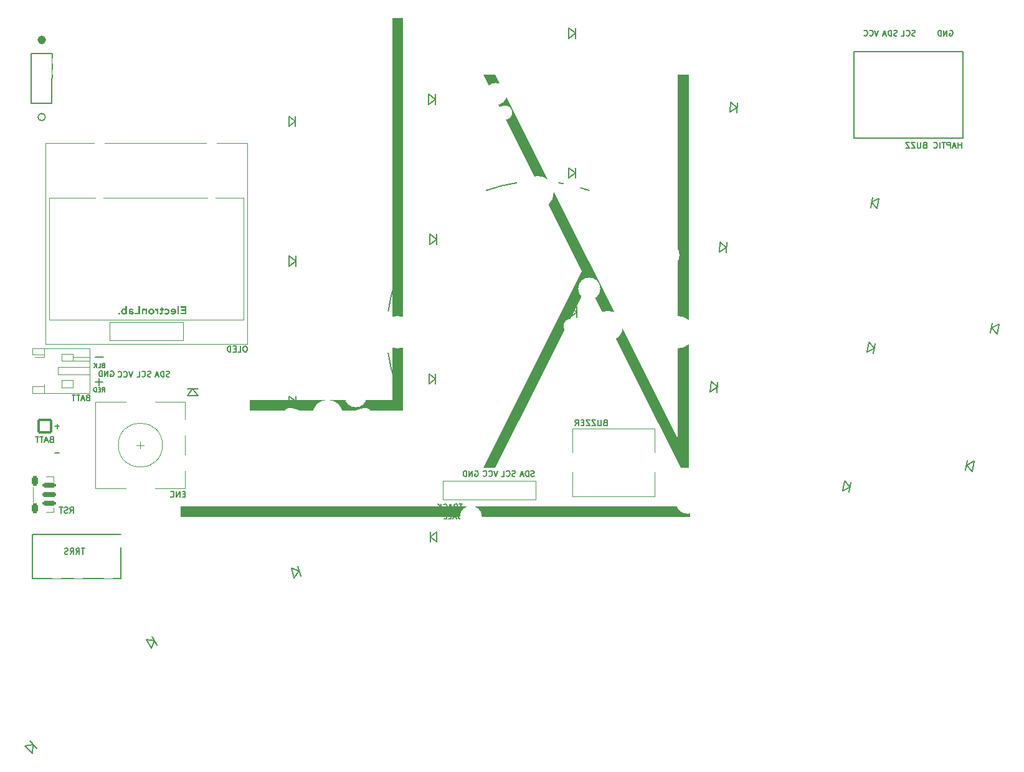
<source format=gbo>
G04 #@! TF.GenerationSoftware,KiCad,Pcbnew,9.0.1*
G04 #@! TF.CreationDate,2025-04-19T02:13:03+03:00*
G04 #@! TF.ProjectId,klor1_4,6b6c6f72-315f-4342-9e6b-696361645f70,v1.4.0*
G04 #@! TF.SameCoordinates,Original*
G04 #@! TF.FileFunction,Legend,Bot*
G04 #@! TF.FilePolarity,Positive*
%FSLAX46Y46*%
G04 Gerber Fmt 4.6, Leading zero omitted, Abs format (unit mm)*
G04 Created by KiCad (PCBNEW 9.0.1) date 2025-04-19 02:13:03*
%MOMM*%
%LPD*%
G01*
G04 APERTURE LIST*
G04 Aperture macros list*
%AMRoundRect*
0 Rectangle with rounded corners*
0 $1 Rounding radius*
0 $2 $3 $4 $5 $6 $7 $8 $9 X,Y pos of 4 corners*
0 Add a 4 corners polygon primitive as box body*
4,1,4,$2,$3,$4,$5,$6,$7,$8,$9,$2,$3,0*
0 Add four circle primitives for the rounded corners*
1,1,$1+$1,$2,$3*
1,1,$1+$1,$4,$5*
1,1,$1+$1,$6,$7*
1,1,$1+$1,$8,$9*
0 Add four rect primitives between the rounded corners*
20,1,$1+$1,$2,$3,$4,$5,0*
20,1,$1+$1,$4,$5,$6,$7,0*
20,1,$1+$1,$6,$7,$8,$9,0*
20,1,$1+$1,$8,$9,$2,$3,0*%
G04 Aperture macros list end*
%ADD10C,0.000000*%
%ADD11C,0.150000*%
%ADD12C,0.569975*%
%ADD13C,0.127000*%
%ADD14C,0.120000*%
%ADD15C,0.200000*%
%ADD16O,2.500000X1.700000*%
%ADD17C,1.524000*%
%ADD18C,0.000001*%
%ADD19C,1.900000*%
%ADD20C,1.700000*%
%ADD21C,3.000000*%
%ADD22C,4.100000*%
%ADD23C,3.200000*%
%ADD24R,2.200000X2.200000*%
%ADD25C,2.200000*%
%ADD26C,2.000000*%
%ADD27R,3.200000X2.000000*%
%ADD28O,1.600000X2.000000*%
%ADD29C,1.200000*%
%ADD30O,1.750000X1.200000*%
%ADD31C,0.900000*%
%ADD32RoundRect,0.187500X-0.712500X0.187500X-0.712500X-0.187500X0.712500X-0.187500X0.712500X0.187500X0*%
%ADD33RoundRect,0.150000X-0.750000X0.150000X-0.750000X-0.150000X0.750000X-0.150000X0.750000X0.150000X0*%
%ADD34RoundRect,0.225000X-0.225000X0.425000X-0.225000X-0.425000X0.225000X-0.425000X0.225000X0.425000X0*%
%ADD35C,4.400000*%
%ADD36RoundRect,0.142858X-0.857142X0.857142X-0.857142X-0.857142X0.857142X-0.857142X0.857142X0.857142X0*%
%ADD37R,1.000000X0.700000*%
%ADD38R,2.800000X1.000000*%
%ADD39R,1.524000X1.524000*%
%ADD40C,1.800000*%
%ADD41O,1.700000X1.700000*%
G04 APERTURE END LIST*
D10*
G36*
X98586526Y-95291221D02*
G01*
X98586625Y-95296907D01*
X98586923Y-95302457D01*
X98587419Y-95307871D01*
X98588113Y-95313148D01*
X98589006Y-95318289D01*
X98590098Y-95323293D01*
X98591387Y-95328161D01*
X98592876Y-95332893D01*
X98594562Y-95337488D01*
X98596448Y-95341946D01*
X98598531Y-95346268D01*
X98600813Y-95350454D01*
X98603294Y-95354504D01*
X98605973Y-95358417D01*
X98608850Y-95362193D01*
X98611926Y-95365833D01*
X98615144Y-95369293D01*
X98618449Y-95372531D01*
X98621841Y-95375544D01*
X98625320Y-95378335D01*
X98628886Y-95380902D01*
X98632538Y-95383246D01*
X98636278Y-95385367D01*
X98640104Y-95387265D01*
X98644017Y-95388939D01*
X98648016Y-95390390D01*
X98652103Y-95391618D01*
X98656276Y-95392622D01*
X98660537Y-95393404D01*
X98664884Y-95393962D01*
X98669317Y-95394297D01*
X98673838Y-95394408D01*
X98745275Y-95394408D01*
X98745275Y-95584908D01*
X98610338Y-95584908D01*
X98610338Y-95901880D01*
X98610099Y-95918483D01*
X98609383Y-95934560D01*
X98608188Y-95950109D01*
X98606516Y-95965132D01*
X98604365Y-95979627D01*
X98601736Y-95993595D01*
X98598628Y-96007036D01*
X98595042Y-96019950D01*
X98590976Y-96032337D01*
X98586431Y-96044197D01*
X98581407Y-96055530D01*
X98575903Y-96066335D01*
X98569919Y-96076614D01*
X98563455Y-96086365D01*
X98556511Y-96095589D01*
X98549087Y-96104286D01*
X98541182Y-96112456D01*
X98532796Y-96120099D01*
X98523929Y-96127215D01*
X98514581Y-96133804D01*
X98504752Y-96139866D01*
X98494441Y-96145400D01*
X98483649Y-96150408D01*
X98472374Y-96154888D01*
X98460618Y-96158841D01*
X98448379Y-96162267D01*
X98435657Y-96165166D01*
X98422453Y-96167538D01*
X98408765Y-96169383D01*
X98394595Y-96170701D01*
X98379942Y-96171491D01*
X98364804Y-96171755D01*
X98354851Y-96171755D01*
X98345034Y-96171557D01*
X98335352Y-96171163D01*
X98325803Y-96170572D01*
X98316388Y-96169786D01*
X98307106Y-96168806D01*
X98297955Y-96167632D01*
X98288935Y-96166265D01*
X98280046Y-96164705D01*
X98271286Y-96162954D01*
X98262654Y-96161013D01*
X98254151Y-96158881D01*
X98245775Y-96156560D01*
X98237525Y-96154052D01*
X98229400Y-96151355D01*
X98221400Y-96148472D01*
X98221400Y-95965379D01*
X98230925Y-95968555D01*
X98233479Y-95969744D01*
X98236374Y-95970927D01*
X98239604Y-95972098D01*
X98243162Y-95973250D01*
X98247043Y-95974378D01*
X98251240Y-95975474D01*
X98255748Y-95976534D01*
X98260559Y-95977550D01*
X98265543Y-95978491D01*
X98270572Y-95979328D01*
X98275637Y-95980052D01*
X98280733Y-95980659D01*
X98285854Y-95981141D01*
X98290994Y-95981494D01*
X98296146Y-95981710D01*
X98301304Y-95981783D01*
X98306402Y-95981684D01*
X98311377Y-95981386D01*
X98316231Y-95980890D01*
X98320966Y-95980196D01*
X98325583Y-95979303D01*
X98330084Y-95978212D01*
X98334470Y-95976922D01*
X98338743Y-95975434D01*
X98342904Y-95973747D01*
X98346955Y-95971862D01*
X98350898Y-95969778D01*
X98354734Y-95967496D01*
X98358464Y-95965016D01*
X98362090Y-95962337D01*
X98365614Y-95959459D01*
X98369038Y-95956383D01*
X98372306Y-95953165D01*
X98375363Y-95949860D01*
X98378209Y-95946468D01*
X98380845Y-95942989D01*
X98383269Y-95939424D01*
X98385483Y-95935771D01*
X98387486Y-95932032D01*
X98389278Y-95928206D01*
X98390860Y-95924293D01*
X98392230Y-95920293D01*
X98393390Y-95916206D01*
X98394338Y-95912033D01*
X98395076Y-95907773D01*
X98395603Y-95903426D01*
X98395920Y-95898992D01*
X98396025Y-95894471D01*
X98396025Y-95585438D01*
X98237804Y-95585438D01*
X98237804Y-95394938D01*
X98396025Y-95394938D01*
X98396025Y-95149405D01*
X98586525Y-95149405D01*
X98586526Y-95148346D01*
X98586526Y-95291221D01*
G37*
G36*
X96087781Y-95362782D02*
G01*
X96095661Y-95363154D01*
X96103501Y-95363771D01*
X96111299Y-95364635D01*
X96119053Y-95365743D01*
X96126762Y-95367095D01*
X96134425Y-95368691D01*
X96142040Y-95370530D01*
X96149605Y-95372610D01*
X96157119Y-95374932D01*
X96164580Y-95377494D01*
X96171987Y-95380295D01*
X96179338Y-95383335D01*
X96186632Y-95386613D01*
X96193867Y-95390128D01*
X96201042Y-95393880D01*
X96214709Y-95401420D01*
X96227136Y-95408564D01*
X96232885Y-95411987D01*
X96238323Y-95415310D01*
X96243452Y-95418535D01*
X96248270Y-95421660D01*
X96252778Y-95424687D01*
X96256977Y-95427613D01*
X96260865Y-95430441D01*
X96264443Y-95433170D01*
X96267711Y-95435799D01*
X96270669Y-95438329D01*
X96273317Y-95440760D01*
X96275655Y-95443091D01*
X96279873Y-95447557D01*
X96283807Y-95451831D01*
X96287468Y-95455918D01*
X96290868Y-95459826D01*
X96294020Y-95463560D01*
X96296937Y-95467127D01*
X96299630Y-95470532D01*
X96302113Y-95473783D01*
X96302113Y-95378004D01*
X96515896Y-95378004D01*
X96515896Y-96156408D01*
X96302113Y-96156408D01*
X96302113Y-95751595D01*
X96301946Y-95740743D01*
X96301443Y-95730213D01*
X96300606Y-95720003D01*
X96299434Y-95710114D01*
X96297927Y-95700544D01*
X96296085Y-95691292D01*
X96293909Y-95682359D01*
X96291397Y-95673742D01*
X96288551Y-95665442D01*
X96285370Y-95657457D01*
X96281854Y-95649787D01*
X96278003Y-95642431D01*
X96273817Y-95635387D01*
X96269296Y-95628657D01*
X96264441Y-95622237D01*
X96259251Y-95616129D01*
X96253775Y-95610362D01*
X96248064Y-95604967D01*
X96242117Y-95599944D01*
X96235934Y-95595293D01*
X96229516Y-95591015D01*
X96222862Y-95587108D01*
X96215972Y-95583573D01*
X96208847Y-95580410D01*
X96201486Y-95577620D01*
X96193890Y-95575201D01*
X96186058Y-95573155D01*
X96177990Y-95571481D01*
X96169687Y-95570178D01*
X96161148Y-95569248D01*
X96152373Y-95568690D01*
X96143363Y-95568504D01*
X96135122Y-95568678D01*
X96127067Y-95569198D01*
X96119200Y-95570063D01*
X96111522Y-95571274D01*
X96104033Y-95572829D01*
X96096733Y-95574727D01*
X96089625Y-95576968D01*
X96082707Y-95579551D01*
X96075982Y-95582474D01*
X96069450Y-95585738D01*
X96063112Y-95589342D01*
X96056968Y-95593284D01*
X96051020Y-95597564D01*
X96045268Y-95602182D01*
X96039712Y-95607136D01*
X96034355Y-95612425D01*
X96029257Y-95617988D01*
X96024483Y-95623762D01*
X96020033Y-95629749D01*
X96015908Y-95635948D01*
X96012108Y-95642362D01*
X96008635Y-95648990D01*
X96005489Y-95655834D01*
X96002671Y-95662895D01*
X96000181Y-95670172D01*
X95998021Y-95677667D01*
X95996191Y-95685380D01*
X95994692Y-95693313D01*
X95993525Y-95701466D01*
X95992690Y-95709840D01*
X95992188Y-95718436D01*
X95992021Y-95727254D01*
X95992021Y-96155880D01*
X95778238Y-96155880D01*
X95778238Y-95703442D01*
X95778567Y-95684144D01*
X95779553Y-95665343D01*
X95781196Y-95647040D01*
X95783496Y-95629235D01*
X95786454Y-95611929D01*
X95790070Y-95595123D01*
X95794342Y-95578818D01*
X95799272Y-95563015D01*
X95804859Y-95547714D01*
X95811104Y-95532915D01*
X95818006Y-95518621D01*
X95825565Y-95504831D01*
X95833782Y-95491547D01*
X95842656Y-95478769D01*
X95852187Y-95466497D01*
X95862375Y-95454734D01*
X95873085Y-95443584D01*
X95884178Y-95433154D01*
X95895657Y-95423443D01*
X95907520Y-95414451D01*
X95919767Y-95406178D01*
X95932399Y-95398625D01*
X95945415Y-95391792D01*
X95958816Y-95385677D01*
X95972601Y-95380282D01*
X95986771Y-95375607D01*
X96001325Y-95371650D01*
X96016263Y-95368413D01*
X96031586Y-95365896D01*
X96047294Y-95364097D01*
X96063386Y-95363018D01*
X96079863Y-95362659D01*
X96087781Y-95362782D01*
G37*
D11*
X192600000Y-60375000D02*
X207375000Y-60375000D01*
X207375000Y-72150000D01*
X192600000Y-72150000D01*
X192600000Y-60375000D01*
D10*
G36*
X95524767Y-96156408D02*
G01*
X94770705Y-96156408D01*
X94770705Y-95942624D01*
X95286114Y-95942624D01*
X95286114Y-95045158D01*
X95524767Y-95045158D01*
X95524767Y-96156408D01*
G37*
D11*
X82669975Y-69294975D02*
G75*
G02*
X81680025Y-69294975I-494975J0D01*
G01*
X81680025Y-69294975D02*
G75*
G02*
X82669975Y-69294975I494975J0D01*
G01*
D10*
G36*
X100463524Y-95706638D02*
G01*
X100465852Y-95726543D01*
X100467248Y-95746821D01*
X100467713Y-95767471D01*
X100467236Y-95788121D01*
X100465805Y-95808399D01*
X100463423Y-95828305D01*
X100460090Y-95847838D01*
X100455808Y-95867000D01*
X100450579Y-95885790D01*
X100444405Y-95904207D01*
X100437286Y-95922252D01*
X100429225Y-95939926D01*
X100420222Y-95957227D01*
X100410281Y-95974156D01*
X100399401Y-95990713D01*
X100387585Y-96006898D01*
X100374834Y-96022711D01*
X100361150Y-96038152D01*
X100346534Y-96053221D01*
X100331254Y-96067639D01*
X100315577Y-96081126D01*
X100299504Y-96093684D01*
X100283034Y-96105311D01*
X100266167Y-96116008D01*
X100248902Y-96125775D01*
X100231242Y-96134612D01*
X100213184Y-96142518D01*
X100194729Y-96149494D01*
X100175877Y-96155541D01*
X100156629Y-96160657D01*
X100136984Y-96164842D01*
X100116941Y-96168098D01*
X100096502Y-96170423D01*
X100075666Y-96171819D01*
X100054434Y-96172284D01*
X100039402Y-96172083D01*
X100024470Y-96171473D01*
X100009636Y-96170442D01*
X99994902Y-96168976D01*
X99980268Y-96167064D01*
X99965732Y-96164694D01*
X99951296Y-96161851D01*
X99936959Y-96158526D01*
X99922996Y-96154903D01*
X99909690Y-96151175D01*
X99897054Y-96147335D01*
X99885100Y-96143378D01*
X99873841Y-96139297D01*
X99863289Y-96135085D01*
X99853456Y-96130737D01*
X99848813Y-96128510D01*
X99844354Y-96126246D01*
X99835650Y-96121608D01*
X99827008Y-96116821D01*
X99818440Y-96111885D01*
X99809959Y-96106800D01*
X99801577Y-96101566D01*
X99793307Y-96096183D01*
X99785160Y-96090652D01*
X99777150Y-96084971D01*
X99769560Y-96079416D01*
X99762664Y-96074264D01*
X99756463Y-96069521D01*
X99750957Y-96065194D01*
X99746144Y-96061288D01*
X99742027Y-96057811D01*
X99738604Y-96054767D01*
X99735875Y-96052164D01*
X99721588Y-96037876D01*
X99832184Y-95895001D01*
X99854409Y-95918813D01*
X99857112Y-95921790D01*
X99860063Y-95924766D01*
X99863260Y-95927743D01*
X99866703Y-95930719D01*
X99870391Y-95933696D01*
X99874324Y-95936672D01*
X99878499Y-95939649D01*
X99882917Y-95942625D01*
X99887577Y-95945602D01*
X99892479Y-95948579D01*
X99897620Y-95951555D01*
X99903001Y-95954532D01*
X99914478Y-95960485D01*
X99926904Y-95966438D01*
X99933391Y-95969322D01*
X99939951Y-95972019D01*
X99946583Y-95974531D01*
X99953288Y-95976856D01*
X99960064Y-95978995D01*
X99966911Y-95980949D01*
X99973828Y-95982716D01*
X99980813Y-95984297D01*
X99987867Y-95985693D01*
X99994988Y-95986902D01*
X100002176Y-95987925D01*
X100009430Y-95988762D01*
X100016748Y-95989413D01*
X100024131Y-95989878D01*
X100031578Y-95990157D01*
X100039088Y-95990250D01*
X100049400Y-95990077D01*
X100059500Y-95989557D01*
X100069386Y-95988691D01*
X100079056Y-95987480D01*
X100088510Y-95985926D01*
X100097745Y-95984027D01*
X100106759Y-95981787D01*
X100115552Y-95979204D01*
X100124122Y-95976280D01*
X100132467Y-95973016D01*
X100140586Y-95969413D01*
X100148476Y-95965470D01*
X100156138Y-95961190D01*
X100163568Y-95956573D01*
X100170766Y-95951619D01*
X100177729Y-95946329D01*
X100184408Y-95940792D01*
X100190753Y-95935094D01*
X100196764Y-95929236D01*
X100202443Y-95923219D01*
X100207790Y-95917045D01*
X100212806Y-95910713D01*
X100217492Y-95904224D01*
X100221848Y-95897580D01*
X100225876Y-95890780D01*
X100229576Y-95883827D01*
X100232949Y-95876719D01*
X100235995Y-95869460D01*
X100238716Y-95862048D01*
X100241113Y-95854485D01*
X100243185Y-95846771D01*
X100244934Y-95838908D01*
X100245462Y-95838380D01*
X99681901Y-95838380D01*
X99673963Y-95751597D01*
X99674397Y-95730978D01*
X99675698Y-95710793D01*
X99677866Y-95691043D01*
X99678246Y-95688625D01*
X99888275Y-95688625D01*
X100245463Y-95688625D01*
X100242877Y-95680781D01*
X100240079Y-95673122D01*
X100237069Y-95665650D01*
X100233846Y-95658364D01*
X100230409Y-95651263D01*
X100226757Y-95644349D01*
X100222890Y-95637621D01*
X100218806Y-95631079D01*
X100214505Y-95624722D01*
X100209987Y-95618552D01*
X100205250Y-95612568D01*
X100200293Y-95606770D01*
X100195117Y-95601158D01*
X100189719Y-95595732D01*
X100184100Y-95590492D01*
X100178259Y-95585438D01*
X100178788Y-95585968D01*
X100172754Y-95581162D01*
X100166559Y-95576666D01*
X100160203Y-95572480D01*
X100153685Y-95568604D01*
X100147007Y-95565039D01*
X100140167Y-95561783D01*
X100133166Y-95558838D01*
X100126003Y-95556202D01*
X100118680Y-95553877D01*
X100111195Y-95551861D01*
X100103549Y-95550156D01*
X100095742Y-95548761D01*
X100087773Y-95547676D01*
X100079643Y-95546901D01*
X100071352Y-95546436D01*
X100062900Y-95546280D01*
X100054448Y-95546436D01*
X100046158Y-95546902D01*
X100038031Y-95547679D01*
X100030067Y-95548769D01*
X100022268Y-95550172D01*
X100014633Y-95551889D01*
X100007165Y-95553921D01*
X99999863Y-95556268D01*
X99992729Y-95558932D01*
X99985763Y-95561912D01*
X99978966Y-95565211D01*
X99972338Y-95568827D01*
X99965881Y-95572764D01*
X99959596Y-95577020D01*
X99953482Y-95581598D01*
X99947542Y-95586497D01*
X99941824Y-95591550D01*
X99936379Y-95596789D01*
X99931204Y-95602210D01*
X99926301Y-95607812D01*
X99921667Y-95613594D01*
X99917302Y-95619555D01*
X99913205Y-95625692D01*
X99909376Y-95632005D01*
X99905813Y-95638491D01*
X99902516Y-95645149D01*
X99899484Y-95651978D01*
X99896717Y-95658975D01*
X99894213Y-95666141D01*
X99891972Y-95673472D01*
X99889993Y-95680967D01*
X99888275Y-95688625D01*
X99678246Y-95688625D01*
X99680900Y-95671726D01*
X99684799Y-95652843D01*
X99689562Y-95634395D01*
X99695189Y-95616380D01*
X99701678Y-95598800D01*
X99709030Y-95581654D01*
X99717242Y-95564941D01*
X99726315Y-95548663D01*
X99736248Y-95532819D01*
X99747039Y-95517410D01*
X99758689Y-95502434D01*
X99771196Y-95487892D01*
X99784559Y-95473784D01*
X99798574Y-95460328D01*
X99813034Y-95447739D01*
X99827939Y-95436019D01*
X99843288Y-95425167D01*
X99859081Y-95415183D01*
X99875316Y-95406067D01*
X99891993Y-95397820D01*
X99909112Y-95390440D01*
X99926670Y-95383929D01*
X99944668Y-95378286D01*
X99963105Y-95373511D01*
X99981979Y-95369605D01*
X100001291Y-95366566D01*
X100021040Y-95364396D01*
X100041223Y-95363093D01*
X100061842Y-95362659D01*
X100082492Y-95363124D01*
X100102771Y-95364520D01*
X100122679Y-95366845D01*
X100142218Y-95370101D01*
X100161387Y-95374286D01*
X100180188Y-95379402D01*
X100198622Y-95385449D01*
X100216690Y-95392425D01*
X100234391Y-95400331D01*
X100251727Y-95409168D01*
X100268699Y-95418935D01*
X100285308Y-95429632D01*
X100301553Y-95441259D01*
X100317437Y-95453817D01*
X100332959Y-95467304D01*
X100348121Y-95481722D01*
X100362632Y-95496791D01*
X100376201Y-95512232D01*
X100388829Y-95528045D01*
X100400517Y-95544230D01*
X100411265Y-95560787D01*
X100421075Y-95577716D01*
X100429947Y-95595017D01*
X100437881Y-95612690D01*
X100444879Y-95630736D01*
X100450942Y-95649153D01*
X100456070Y-95667942D01*
X100460263Y-95687104D01*
X100460517Y-95688625D01*
X100463524Y-95706638D01*
G37*
D11*
X84550000Y-111375000D02*
X83965000Y-111375000D01*
X90498000Y-105359000D02*
X89429000Y-105359000D01*
D10*
G36*
X170356159Y-123730239D02*
G01*
X101096160Y-123730239D01*
X101096160Y-122283644D01*
X170356159Y-122283644D01*
X170356159Y-123730239D01*
G37*
G36*
X92706568Y-95934824D02*
G01*
X92712948Y-95935234D01*
X92719215Y-95935919D01*
X92725368Y-95936879D01*
X92731406Y-95938114D01*
X92737329Y-95939627D01*
X92743135Y-95941417D01*
X92748825Y-95943485D01*
X92754396Y-95945832D01*
X92759849Y-95948459D01*
X92765183Y-95951367D01*
X92770397Y-95954556D01*
X92775489Y-95958027D01*
X92780460Y-95961781D01*
X92785309Y-95965819D01*
X92790034Y-95970141D01*
X92794548Y-95974656D01*
X92798766Y-95979269D01*
X92802688Y-95983979D01*
X92806314Y-95988786D01*
X92809646Y-95993690D01*
X92812684Y-95998689D01*
X92815428Y-96003782D01*
X92817881Y-96008969D01*
X92820042Y-96014249D01*
X92821913Y-96019622D01*
X92823493Y-96025086D01*
X92824785Y-96030640D01*
X92825788Y-96036285D01*
X92826504Y-96042018D01*
X92826932Y-96047840D01*
X92827075Y-96053750D01*
X92826932Y-96059653D01*
X92826504Y-96065459D01*
X92825788Y-96071166D01*
X92824785Y-96076777D01*
X92823493Y-96082292D01*
X92821913Y-96087711D01*
X92820042Y-96093035D01*
X92817881Y-96098266D01*
X92815428Y-96103404D01*
X92812684Y-96108450D01*
X92809646Y-96113404D01*
X92806314Y-96118267D01*
X92802688Y-96123041D01*
X92798766Y-96127725D01*
X92794548Y-96132321D01*
X92790034Y-96136829D01*
X92785309Y-96141152D01*
X92780460Y-96145190D01*
X92775489Y-96148944D01*
X92770397Y-96152415D01*
X92765183Y-96155604D01*
X92759849Y-96158512D01*
X92754396Y-96161139D01*
X92748825Y-96163486D01*
X92743135Y-96165555D01*
X92737329Y-96167344D01*
X92731406Y-96168857D01*
X92725368Y-96170093D01*
X92719215Y-96171052D01*
X92712948Y-96171737D01*
X92706568Y-96172147D01*
X92700076Y-96172284D01*
X92693583Y-96172147D01*
X92687203Y-96171737D01*
X92680936Y-96171052D01*
X92674783Y-96170093D01*
X92668745Y-96168857D01*
X92662822Y-96167344D01*
X92657016Y-96165555D01*
X92651326Y-96163486D01*
X92645755Y-96161139D01*
X92640302Y-96158512D01*
X92634968Y-96155604D01*
X92629754Y-96152415D01*
X92624662Y-96148944D01*
X92619691Y-96145190D01*
X92614843Y-96141152D01*
X92610117Y-96136829D01*
X92605603Y-96132327D01*
X92601385Y-96127746D01*
X92597463Y-96123086D01*
X92593837Y-96118341D01*
X92590505Y-96113510D01*
X92587468Y-96108589D01*
X92584723Y-96103575D01*
X92582270Y-96098464D01*
X92580109Y-96093255D01*
X92578238Y-96087943D01*
X92576658Y-96082526D01*
X92575366Y-96077000D01*
X92574363Y-96071363D01*
X92573647Y-96065610D01*
X92573219Y-96059741D01*
X92573076Y-96053750D01*
X92573219Y-96047753D01*
X92573647Y-96041866D01*
X92574363Y-96036088D01*
X92575366Y-96030417D01*
X92576658Y-96024851D01*
X92578238Y-96019389D01*
X92580109Y-96014029D01*
X92582270Y-96008771D01*
X92584723Y-96003611D01*
X92587468Y-95998549D01*
X92590505Y-95993583D01*
X92593837Y-95988712D01*
X92597463Y-95983934D01*
X92601385Y-95979247D01*
X92605603Y-95974650D01*
X92610117Y-95970141D01*
X92614843Y-95965819D01*
X92619691Y-95961781D01*
X92624662Y-95958027D01*
X92629754Y-95954556D01*
X92634968Y-95951367D01*
X92640302Y-95948459D01*
X92645755Y-95945832D01*
X92651326Y-95943485D01*
X92657016Y-95941417D01*
X92662822Y-95939627D01*
X92668745Y-95938114D01*
X92674783Y-95936879D01*
X92680936Y-95935919D01*
X92687203Y-95935234D01*
X92693583Y-95934824D01*
X92700076Y-95934688D01*
X92706568Y-95934824D01*
G37*
D12*
X82459987Y-58794975D02*
G75*
G02*
X81890013Y-58794975I-284987J0D01*
G01*
X81890013Y-58794975D02*
G75*
G02*
X82459987Y-58794975I284987J0D01*
G01*
D10*
G36*
X131262901Y-109264296D02*
G01*
X110481369Y-109264296D01*
X110481369Y-107817702D01*
X129816307Y-107817717D01*
X129816307Y-55846251D01*
X131262901Y-55846251D01*
X131262901Y-109264296D01*
G37*
D11*
X90531000Y-101998000D02*
X89462000Y-101998000D01*
D10*
G36*
X101863654Y-96156937D02*
G01*
X101029687Y-96156937D01*
X101029687Y-95942624D01*
X101625000Y-95942624D01*
X101625000Y-95696033D01*
X101173092Y-95696033D01*
X101173092Y-95482250D01*
X101625000Y-95482250D01*
X101625000Y-95260000D01*
X101046092Y-95260000D01*
X101046092Y-95045158D01*
X101863654Y-95045158D01*
X101863654Y-96156937D01*
G37*
G36*
X97611252Y-95371236D02*
G01*
X97619132Y-95371571D01*
X97626971Y-95372129D01*
X97634769Y-95372911D01*
X97642524Y-95373915D01*
X97650233Y-95375143D01*
X97657896Y-95376594D01*
X97665510Y-95378268D01*
X97673076Y-95380166D01*
X97680590Y-95382287D01*
X97688051Y-95384631D01*
X97695458Y-95387198D01*
X97702809Y-95389988D01*
X97710103Y-95393002D01*
X97717338Y-95396239D01*
X97724512Y-95399699D01*
X97738180Y-95406669D01*
X97750607Y-95413292D01*
X97756356Y-95416473D01*
X97761794Y-95419568D01*
X97766923Y-95422575D01*
X97771741Y-95425496D01*
X97776249Y-95428330D01*
X97780447Y-95431077D01*
X97784335Y-95433737D01*
X97787914Y-95436311D01*
X97791182Y-95438797D01*
X97794140Y-95441197D01*
X97796787Y-95443510D01*
X97799125Y-95445737D01*
X97803344Y-95449980D01*
X97807278Y-95453988D01*
X97810939Y-95457773D01*
X97814339Y-95461347D01*
X97817491Y-95464722D01*
X97820408Y-95467912D01*
X97823101Y-95470928D01*
X97825584Y-95473782D01*
X97825584Y-95378532D01*
X98039367Y-95378532D01*
X98039367Y-96156936D01*
X97825584Y-96156936D01*
X97825584Y-95783874D01*
X97825391Y-95771552D01*
X97824815Y-95759591D01*
X97823854Y-95747991D01*
X97822508Y-95736753D01*
X97820778Y-95725878D01*
X97818663Y-95715367D01*
X97816164Y-95705219D01*
X97813281Y-95695437D01*
X97810013Y-95686021D01*
X97806360Y-95676971D01*
X97802323Y-95668289D01*
X97797902Y-95659975D01*
X97793096Y-95652030D01*
X97787905Y-95644454D01*
X97782330Y-95637249D01*
X97776371Y-95630416D01*
X97770077Y-95623973D01*
X97763500Y-95617940D01*
X97756640Y-95612318D01*
X97749499Y-95607108D01*
X97742080Y-95602310D01*
X97734383Y-95597925D01*
X97726410Y-95593954D01*
X97718163Y-95590398D01*
X97709643Y-95587257D01*
X97700851Y-95584533D01*
X97691790Y-95582225D01*
X97682461Y-95580336D01*
X97672865Y-95578865D01*
X97663003Y-95577813D01*
X97652879Y-95577181D01*
X97642492Y-95576970D01*
X97630958Y-95577269D01*
X97620168Y-95577773D01*
X97610122Y-95578487D01*
X97600820Y-95579418D01*
X97596448Y-95579967D01*
X97592263Y-95580572D01*
X97588263Y-95581235D01*
X97584449Y-95581956D01*
X97580822Y-95582736D01*
X97577380Y-95583576D01*
X97574124Y-95584476D01*
X97571584Y-95585272D01*
X97571584Y-95371125D01*
X97603333Y-95371125D01*
X97611252Y-95371236D01*
G37*
G36*
X100848183Y-96156937D02*
G01*
X100633342Y-96156937D01*
X100633342Y-95045158D01*
X100848183Y-95045158D01*
X100848183Y-96156937D01*
G37*
D11*
X84256000Y-111668500D02*
X84256000Y-111083500D01*
X89975000Y-105877000D02*
X89975000Y-104808000D01*
D10*
G36*
X99163401Y-95363659D02*
G01*
X99184292Y-95365073D01*
X99204822Y-95367432D01*
X99224989Y-95370736D01*
X99244794Y-95374986D01*
X99264236Y-95380182D01*
X99283313Y-95386325D01*
X99302025Y-95393416D01*
X99320371Y-95401456D01*
X99338350Y-95410445D01*
X99355962Y-95420385D01*
X99373206Y-95431276D01*
X99390081Y-95443119D01*
X99406586Y-95455914D01*
X99422720Y-95469663D01*
X99438483Y-95484366D01*
X99438483Y-95485426D01*
X99453576Y-95500675D01*
X99467702Y-95516256D01*
X99480858Y-95532170D01*
X99493045Y-95548414D01*
X99504261Y-95564986D01*
X99514506Y-95581886D01*
X99523779Y-95599111D01*
X99532079Y-95616660D01*
X99539406Y-95634531D01*
X99545758Y-95652724D01*
X99551135Y-95671236D01*
X99555536Y-95690065D01*
X99558961Y-95709211D01*
X99561408Y-95728672D01*
X99562876Y-95748446D01*
X99563366Y-95768531D01*
X99562882Y-95788610D01*
X99561429Y-95808368D01*
X99559006Y-95827805D01*
X99555611Y-95846922D01*
X99551242Y-95865720D01*
X99545897Y-95884199D01*
X99539577Y-95902360D01*
X99532278Y-95920204D01*
X99523999Y-95937732D01*
X99514739Y-95954944D01*
X99504496Y-95971841D01*
X99493268Y-95988425D01*
X99481055Y-96004695D01*
X99467854Y-96020654D01*
X99453664Y-96036300D01*
X99438483Y-96051636D01*
X99422632Y-96066339D01*
X99406433Y-96080088D01*
X99389884Y-96092883D01*
X99372982Y-96104726D01*
X99355727Y-96115617D01*
X99338117Y-96125556D01*
X99320150Y-96134546D01*
X99301826Y-96142586D01*
X99283141Y-96149677D01*
X99264096Y-96155820D01*
X99244687Y-96161016D01*
X99224915Y-96165265D01*
X99204776Y-96168569D01*
X99184270Y-96170928D01*
X99163395Y-96172343D01*
X99142150Y-96172814D01*
X99127166Y-96172541D01*
X99112376Y-96171723D01*
X99097771Y-96170358D01*
X99083346Y-96168449D01*
X99069094Y-96165993D01*
X99055011Y-96162992D01*
X99041088Y-96159445D01*
X99027320Y-96155352D01*
X99013951Y-96150937D01*
X99001226Y-96146422D01*
X98989146Y-96141808D01*
X98977711Y-96137095D01*
X98966921Y-96132283D01*
X98956776Y-96127372D01*
X98947275Y-96122361D01*
X98938420Y-96117251D01*
X98929962Y-96112016D01*
X98921652Y-96106619D01*
X98913491Y-96101048D01*
X98905480Y-96095291D01*
X98897617Y-96089336D01*
X98889902Y-96083170D01*
X98882337Y-96076781D01*
X98874920Y-96070156D01*
X98867902Y-96063657D01*
X98861534Y-96057654D01*
X98855824Y-96052148D01*
X98850777Y-96047137D01*
X98846400Y-96042622D01*
X98844465Y-96040551D01*
X98842699Y-96038604D01*
X98841104Y-96036781D01*
X98839680Y-96035082D01*
X98838428Y-96033507D01*
X98837349Y-96032055D01*
X98833579Y-96026797D01*
X98830206Y-96022134D01*
X98827229Y-96018066D01*
X98824649Y-96014593D01*
X98951649Y-95879655D01*
X98972816Y-95906114D01*
X98975601Y-95909382D01*
X98978595Y-95912639D01*
X98981799Y-95915884D01*
X98985211Y-95919120D01*
X98988830Y-95922346D01*
X98992657Y-95925564D01*
X98996690Y-95928774D01*
X99000929Y-95931977D01*
X99005372Y-95935173D01*
X99010018Y-95938365D01*
X99014868Y-95941551D01*
X99019921Y-95944734D01*
X99030629Y-95951092D01*
X99042137Y-95957443D01*
X99048115Y-95960519D01*
X99054141Y-95963396D01*
X99060213Y-95966075D01*
X99066330Y-95968555D01*
X99072491Y-95970837D01*
X99078693Y-95972921D01*
X99084936Y-95974806D01*
X99091218Y-95976493D01*
X99097536Y-95977981D01*
X99103891Y-95979271D01*
X99110279Y-95980362D01*
X99116700Y-95981255D01*
X99123152Y-95981950D01*
X99129634Y-95982446D01*
X99136143Y-95982744D01*
X99142679Y-95982843D01*
X99153103Y-95982595D01*
X99163342Y-95981852D01*
X99173397Y-95980614D01*
X99183268Y-95978882D01*
X99192956Y-95976658D01*
X99202461Y-95973941D01*
X99211786Y-95970733D01*
X99220930Y-95967034D01*
X99229894Y-95962845D01*
X99238678Y-95958167D01*
X99247285Y-95953001D01*
X99255714Y-95947347D01*
X99263966Y-95941207D01*
X99272043Y-95934580D01*
X99279944Y-95927468D01*
X99287671Y-95919872D01*
X99295075Y-95911929D01*
X99302007Y-95903776D01*
X99308466Y-95895415D01*
X99314452Y-95886849D01*
X99319963Y-95878077D01*
X99324999Y-95869103D01*
X99329559Y-95859927D01*
X99333642Y-95850551D01*
X99337248Y-95840976D01*
X99340376Y-95831205D01*
X99343024Y-95821239D01*
X99345193Y-95811078D01*
X99346881Y-95800726D01*
X99348088Y-95790182D01*
X99348812Y-95779450D01*
X99349054Y-95768530D01*
X99348818Y-95757610D01*
X99348111Y-95746878D01*
X99346930Y-95736334D01*
X99345276Y-95725981D01*
X99343147Y-95715821D01*
X99340543Y-95705854D01*
X99337463Y-95696083D01*
X99333907Y-95686509D01*
X99329873Y-95677133D01*
X99325360Y-95667957D01*
X99320369Y-95658982D01*
X99314898Y-95650211D01*
X99308946Y-95641645D01*
X99302513Y-95633284D01*
X99295598Y-95625131D01*
X99288200Y-95617188D01*
X99280467Y-95609592D01*
X99272549Y-95602480D01*
X99264447Y-95595853D01*
X99256160Y-95589713D01*
X99247691Y-95584059D01*
X99239040Y-95578893D01*
X99230207Y-95574215D01*
X99221194Y-95570026D01*
X99212001Y-95566327D01*
X99202629Y-95563119D01*
X99193078Y-95560402D01*
X99183350Y-95558178D01*
X99173446Y-95556446D01*
X99163365Y-95555208D01*
X99153109Y-95554465D01*
X99142679Y-95554217D01*
X99136056Y-95554329D01*
X99129482Y-95554664D01*
X99122956Y-95555222D01*
X99116477Y-95556003D01*
X99110045Y-95557008D01*
X99103658Y-95558236D01*
X99097316Y-95559687D01*
X99091019Y-95561361D01*
X99084765Y-95563258D01*
X99078554Y-95565379D01*
X99072384Y-95567723D01*
X99066256Y-95570290D01*
X99060168Y-95573081D01*
X99054119Y-95576095D01*
X99048109Y-95579331D01*
X99042137Y-95582792D01*
X99036314Y-95586320D01*
X99030752Y-95589762D01*
X99025450Y-95593117D01*
X99020408Y-95596385D01*
X99015627Y-95599566D01*
X99011107Y-95602660D01*
X99006847Y-95605668D01*
X99002847Y-95608589D01*
X98999107Y-95611423D01*
X98995629Y-95614170D01*
X98992410Y-95616830D01*
X98989452Y-95619403D01*
X98986755Y-95621890D01*
X98984318Y-95624290D01*
X98982141Y-95626603D01*
X98980225Y-95628829D01*
X98976777Y-95633095D01*
X98973577Y-95637163D01*
X98970625Y-95641032D01*
X98967922Y-95644704D01*
X98965466Y-95648176D01*
X98963258Y-95651451D01*
X98961299Y-95654527D01*
X98959587Y-95657404D01*
X98824650Y-95522466D01*
X98836291Y-95506062D01*
X98839690Y-95501773D01*
X98843535Y-95497248D01*
X98847826Y-95492500D01*
X98852564Y-95487541D01*
X98857748Y-95482384D01*
X98863378Y-95477041D01*
X98869456Y-95471524D01*
X98875979Y-95465846D01*
X98882850Y-95460091D01*
X98889969Y-95454337D01*
X98897336Y-95448582D01*
X98904951Y-95442827D01*
X98912814Y-95437072D01*
X98920925Y-95431318D01*
X98929285Y-95425563D01*
X98937892Y-95419809D01*
X98946943Y-95414153D01*
X98956628Y-95408696D01*
X98966932Y-95403438D01*
X98977844Y-95398378D01*
X98989351Y-95393516D01*
X99001441Y-95388853D01*
X99014102Y-95384388D01*
X99027321Y-95380121D01*
X99040937Y-95376203D01*
X99054788Y-95372787D01*
X99068863Y-95369880D01*
X99083148Y-95367487D01*
X99097632Y-95365615D01*
X99112302Y-95364270D01*
X99127145Y-95363459D01*
X99142150Y-95363187D01*
X99163401Y-95363659D01*
G37*
G36*
X97500192Y-95788079D02*
G01*
X97498742Y-95807837D01*
X97496326Y-95827274D01*
X97492945Y-95846391D01*
X97488600Y-95865188D01*
X97483291Y-95883667D01*
X97477019Y-95901828D01*
X97469786Y-95919672D01*
X97461591Y-95937200D01*
X97452436Y-95954412D01*
X97442321Y-95971310D01*
X97431248Y-95987893D01*
X97419216Y-96004164D01*
X97406227Y-96020122D01*
X97392281Y-96035768D01*
X97377380Y-96051104D01*
X97361828Y-96065807D01*
X97345929Y-96079556D01*
X97329684Y-96092351D01*
X97313094Y-96104194D01*
X97296161Y-96115085D01*
X97278884Y-96125025D01*
X97261264Y-96134014D01*
X97243302Y-96142054D01*
X97225000Y-96149145D01*
X97206357Y-96155289D01*
X97187374Y-96160485D01*
X97168053Y-96164734D01*
X97148394Y-96168038D01*
X97128397Y-96170397D01*
X97108065Y-96171812D01*
X97087396Y-96172283D01*
X97066734Y-96171812D01*
X97046418Y-96170397D01*
X97026448Y-96168038D01*
X97006822Y-96164734D01*
X96987541Y-96160485D01*
X96968604Y-96155289D01*
X96950009Y-96149145D01*
X96931755Y-96142054D01*
X96913843Y-96134014D01*
X96896271Y-96125025D01*
X96879039Y-96115085D01*
X96862145Y-96104194D01*
X96845589Y-96092351D01*
X96829371Y-96079556D01*
X96813489Y-96065807D01*
X96797942Y-96051104D01*
X96783047Y-96035855D01*
X96769118Y-96020274D01*
X96756155Y-96004360D01*
X96744157Y-95988116D01*
X96733124Y-95971544D01*
X96723054Y-95954644D01*
X96713946Y-95937419D01*
X96705801Y-95919870D01*
X96698617Y-95901999D01*
X96692393Y-95883806D01*
X96687129Y-95865294D01*
X96682824Y-95846465D01*
X96679476Y-95827319D01*
X96677086Y-95807859D01*
X96675653Y-95788085D01*
X96675175Y-95768000D01*
X96896896Y-95768000D01*
X96897119Y-95778802D01*
X96897788Y-95789383D01*
X96898902Y-95799741D01*
X96900460Y-95809878D01*
X96902461Y-95819796D01*
X96904905Y-95829494D01*
X96907791Y-95838973D01*
X96911118Y-95848235D01*
X96914885Y-95857279D01*
X96919091Y-95866108D01*
X96923737Y-95874720D01*
X96928820Y-95883118D01*
X96934341Y-95891302D01*
X96940297Y-95899273D01*
X96946690Y-95907032D01*
X96953517Y-95914579D01*
X96960648Y-95921785D01*
X96967951Y-95928520D01*
X96975425Y-95934786D01*
X96983068Y-95940582D01*
X96990878Y-95945911D01*
X96998854Y-95950772D01*
X97006994Y-95955166D01*
X97015297Y-95959095D01*
X97023762Y-95962558D01*
X97032386Y-95965558D01*
X97041168Y-95968093D01*
X97050107Y-95970166D01*
X97059200Y-95971777D01*
X97068448Y-95972927D01*
X97077847Y-95973616D01*
X97087396Y-95973845D01*
X97096946Y-95973616D01*
X97106345Y-95972927D01*
X97115592Y-95971777D01*
X97124686Y-95970166D01*
X97133625Y-95968093D01*
X97142407Y-95965558D01*
X97151031Y-95962558D01*
X97159495Y-95959095D01*
X97167798Y-95955166D01*
X97175939Y-95950772D01*
X97183915Y-95945911D01*
X97191725Y-95940582D01*
X97199367Y-95934786D01*
X97206841Y-95928520D01*
X97214144Y-95921785D01*
X97221275Y-95914579D01*
X97228103Y-95907032D01*
X97234495Y-95899273D01*
X97240452Y-95891302D01*
X97245973Y-95883118D01*
X97251056Y-95874720D01*
X97255701Y-95866108D01*
X97259908Y-95857279D01*
X97263675Y-95848235D01*
X97267002Y-95838973D01*
X97269887Y-95829494D01*
X97272331Y-95819796D01*
X97274333Y-95809878D01*
X97275890Y-95799741D01*
X97277004Y-95789383D01*
X97277673Y-95778802D01*
X97277896Y-95768000D01*
X97277673Y-95757191D01*
X97277004Y-95746594D01*
X97275890Y-95736210D01*
X97274333Y-95726038D01*
X97272331Y-95716081D01*
X97269887Y-95706338D01*
X97267002Y-95696811D01*
X97263675Y-95687500D01*
X97259908Y-95678406D01*
X97255701Y-95669530D01*
X97251056Y-95660873D01*
X97245973Y-95652435D01*
X97240452Y-95644217D01*
X97234495Y-95636220D01*
X97228103Y-95628444D01*
X97221275Y-95620891D01*
X97214144Y-95613680D01*
X97206841Y-95606927D01*
X97199367Y-95600636D01*
X97191725Y-95594805D01*
X97183915Y-95589437D01*
X97175939Y-95584531D01*
X97167798Y-95580089D01*
X97159495Y-95576111D01*
X97151031Y-95572598D01*
X97142407Y-95569551D01*
X97133625Y-95566970D01*
X97124686Y-95564857D01*
X97115592Y-95563213D01*
X97106345Y-95562037D01*
X97096946Y-95561331D01*
X97087396Y-95561095D01*
X97077847Y-95561325D01*
X97068448Y-95562015D01*
X97059200Y-95563167D01*
X97050107Y-95564783D01*
X97041168Y-95566864D01*
X97032386Y-95569411D01*
X97023762Y-95572427D01*
X97015297Y-95575912D01*
X97006994Y-95579869D01*
X96998854Y-95584298D01*
X96990878Y-95589202D01*
X96983068Y-95594582D01*
X96975425Y-95600439D01*
X96967951Y-95606775D01*
X96960648Y-95613592D01*
X96953517Y-95620891D01*
X96946690Y-95628531D01*
X96940297Y-95636371D01*
X96934341Y-95644413D01*
X96928820Y-95652658D01*
X96923737Y-95661107D01*
X96919091Y-95669762D01*
X96914885Y-95678626D01*
X96911118Y-95687698D01*
X96907791Y-95696982D01*
X96904905Y-95706477D01*
X96902461Y-95716187D01*
X96900460Y-95726113D01*
X96898902Y-95736255D01*
X96897788Y-95746616D01*
X96897119Y-95757197D01*
X96896896Y-95768000D01*
X96675175Y-95768000D01*
X96675653Y-95747920D01*
X96677086Y-95728162D01*
X96679476Y-95708725D01*
X96682824Y-95689608D01*
X96687129Y-95670811D01*
X96692393Y-95652332D01*
X96698617Y-95634171D01*
X96705801Y-95616327D01*
X96713946Y-95598799D01*
X96723054Y-95581587D01*
X96733124Y-95564689D01*
X96744157Y-95548106D01*
X96756155Y-95531835D01*
X96769118Y-95515877D01*
X96783047Y-95500231D01*
X96797942Y-95484895D01*
X96813489Y-95470192D01*
X96829371Y-95456443D01*
X96845589Y-95443648D01*
X96862145Y-95431805D01*
X96879039Y-95420914D01*
X96896271Y-95410974D01*
X96913843Y-95401985D01*
X96931755Y-95393945D01*
X96950009Y-95386853D01*
X96968604Y-95380710D01*
X96987541Y-95375514D01*
X97006822Y-95371265D01*
X97026448Y-95367961D01*
X97046418Y-95365602D01*
X97066734Y-95364187D01*
X97087396Y-95363716D01*
X97108065Y-95364193D01*
X97128398Y-95365624D01*
X97148394Y-95368006D01*
X97168053Y-95371339D01*
X97187374Y-95375621D01*
X97206357Y-95380850D01*
X97225000Y-95387024D01*
X97243302Y-95394143D01*
X97261264Y-95402204D01*
X97278884Y-95411206D01*
X97296161Y-95421148D01*
X97313094Y-95432028D01*
X97329684Y-95443844D01*
X97345929Y-95456595D01*
X97361828Y-95470279D01*
X97377380Y-95484895D01*
X97392281Y-95500144D01*
X97406227Y-95515725D01*
X97419216Y-95531639D01*
X97431248Y-95547883D01*
X97442321Y-95564455D01*
X97452436Y-95581355D01*
X97461591Y-95598580D01*
X97469786Y-95616129D01*
X97477019Y-95634000D01*
X97483291Y-95652193D01*
X97488600Y-95670705D01*
X97492945Y-95689534D01*
X97496326Y-95708680D01*
X97498742Y-95728141D01*
X97500192Y-95747915D01*
X97500676Y-95768000D01*
X97500192Y-95788079D01*
G37*
D11*
X84560000Y-115000000D02*
X83975000Y-115000000D01*
D10*
G36*
X93779047Y-96157466D02*
G01*
X93564206Y-96157466D01*
X93564206Y-96062216D01*
X93540922Y-96090790D01*
X93537809Y-96094164D01*
X93534424Y-96097538D01*
X93530768Y-96100914D01*
X93526841Y-96104292D01*
X93522645Y-96107674D01*
X93518179Y-96111059D01*
X93513446Y-96114449D01*
X93508444Y-96117844D01*
X93503177Y-96121246D01*
X93497643Y-96124654D01*
X93485781Y-96131495D01*
X93472865Y-96138373D01*
X93458901Y-96145295D01*
X93451621Y-96148656D01*
X93444267Y-96151795D01*
X93436841Y-96154712D01*
X93429342Y-96157408D01*
X93421772Y-96159884D01*
X93414132Y-96162140D01*
X93406422Y-96164178D01*
X93398642Y-96165999D01*
X93390795Y-96167602D01*
X93382880Y-96168989D01*
X93374898Y-96170160D01*
X93366851Y-96171117D01*
X93358738Y-96171859D01*
X93350562Y-96172389D01*
X93342321Y-96172706D01*
X93334018Y-96172812D01*
X93315414Y-96172353D01*
X93297109Y-96170976D01*
X93279104Y-96168682D01*
X93261398Y-96165469D01*
X93243993Y-96161339D01*
X93226889Y-96156292D01*
X93210088Y-96150326D01*
X93193590Y-96143443D01*
X93177396Y-96135642D01*
X93161506Y-96126923D01*
X93145922Y-96117286D01*
X93130644Y-96106732D01*
X93115673Y-96095260D01*
X93101010Y-96082870D01*
X93086655Y-96069562D01*
X93072610Y-96055337D01*
X93059153Y-96040448D01*
X93046564Y-96025149D01*
X93034844Y-96009442D01*
X93023992Y-95993325D01*
X93014008Y-95976799D01*
X93004892Y-95959864D01*
X92996644Y-95942519D01*
X92989265Y-95924765D01*
X92982754Y-95906602D01*
X92977111Y-95888029D01*
X92972336Y-95869048D01*
X92968429Y-95849657D01*
X92965390Y-95829856D01*
X92963220Y-95809647D01*
X92961918Y-95789028D01*
X92961484Y-95768000D01*
X92961495Y-95767470D01*
X93183204Y-95767470D01*
X93183421Y-95779141D01*
X93184072Y-95790540D01*
X93185157Y-95801667D01*
X93186677Y-95812524D01*
X93188630Y-95823111D01*
X93191017Y-95833430D01*
X93193839Y-95843479D01*
X93197095Y-95853262D01*
X93200784Y-95862778D01*
X93204908Y-95872028D01*
X93209466Y-95881012D01*
X93214458Y-95889733D01*
X93219884Y-95898190D01*
X93225744Y-95906384D01*
X93232038Y-95914316D01*
X93238766Y-95921987D01*
X93245805Y-95929292D01*
X93253029Y-95936126D01*
X93260440Y-95942488D01*
X93268036Y-95948379D01*
X93275819Y-95953799D01*
X93283787Y-95958748D01*
X93291942Y-95963225D01*
X93300283Y-95967231D01*
X93308809Y-95970765D01*
X93317522Y-95973829D01*
X93326421Y-95976421D01*
X93335505Y-95978542D01*
X93344776Y-95980191D01*
X93354233Y-95981369D01*
X93363876Y-95982076D01*
X93373705Y-95982312D01*
X93383533Y-95982082D01*
X93393176Y-95981391D01*
X93402633Y-95980236D01*
X93411904Y-95978616D01*
X93420988Y-95976527D01*
X93429887Y-95973968D01*
X93438600Y-95970936D01*
X93447126Y-95967429D01*
X93455467Y-95963445D01*
X93463621Y-95958980D01*
X93471590Y-95954034D01*
X93479372Y-95948603D01*
X93486969Y-95942685D01*
X93494379Y-95936278D01*
X93501604Y-95929379D01*
X93508642Y-95921987D01*
X93515370Y-95914223D01*
X93521664Y-95906210D01*
X93527524Y-95897948D01*
X93532950Y-95889435D01*
X93537942Y-95880671D01*
X93542500Y-95871655D01*
X93546624Y-95862387D01*
X93550314Y-95852865D01*
X93553570Y-95843088D01*
X93556391Y-95833057D01*
X93558779Y-95822770D01*
X93560732Y-95812226D01*
X93562252Y-95801425D01*
X93563337Y-95790366D01*
X93563988Y-95779048D01*
X93564205Y-95767470D01*
X93563988Y-95755893D01*
X93563337Y-95744576D01*
X93562252Y-95733519D01*
X93560732Y-95722723D01*
X93558779Y-95712187D01*
X93556391Y-95701911D01*
X93553570Y-95691897D01*
X93550314Y-95682142D01*
X93546624Y-95672648D01*
X93542500Y-95663415D01*
X93537942Y-95654442D01*
X93532950Y-95645729D01*
X93527524Y-95637277D01*
X93521664Y-95629085D01*
X93515370Y-95621154D01*
X93508642Y-95613483D01*
X93501604Y-95606178D01*
X93494379Y-95599345D01*
X93486969Y-95592982D01*
X93479372Y-95587091D01*
X93471590Y-95581671D01*
X93463621Y-95576723D01*
X93455467Y-95572245D01*
X93447126Y-95568240D01*
X93438600Y-95564705D01*
X93429887Y-95561642D01*
X93420988Y-95559049D01*
X93411904Y-95556929D01*
X93402633Y-95555279D01*
X93393176Y-95554101D01*
X93383533Y-95553394D01*
X93373705Y-95553158D01*
X93363876Y-95553394D01*
X93354233Y-95554101D01*
X93344776Y-95555279D01*
X93335505Y-95556929D01*
X93326421Y-95559049D01*
X93317522Y-95561642D01*
X93308809Y-95564705D01*
X93300283Y-95568240D01*
X93291942Y-95572245D01*
X93283787Y-95576723D01*
X93275819Y-95581671D01*
X93268036Y-95587091D01*
X93260440Y-95592982D01*
X93253029Y-95599345D01*
X93245805Y-95606178D01*
X93238766Y-95613483D01*
X93232038Y-95621148D01*
X93225744Y-95629064D01*
X93219884Y-95637232D01*
X93214458Y-95645655D01*
X93209466Y-95654335D01*
X93204908Y-95663276D01*
X93200784Y-95672478D01*
X93197095Y-95681944D01*
X93193839Y-95691677D01*
X93191017Y-95701679D01*
X93188630Y-95711953D01*
X93186677Y-95722500D01*
X93185157Y-95733323D01*
X93184072Y-95744424D01*
X93183421Y-95755806D01*
X93183204Y-95767470D01*
X92961495Y-95767470D01*
X92961912Y-95746972D01*
X92963197Y-95726353D01*
X92965342Y-95706143D01*
X92968346Y-95686343D01*
X92972213Y-95666952D01*
X92976943Y-95647970D01*
X92982539Y-95629397D01*
X92989001Y-95611234D01*
X92996331Y-95593480D01*
X93004530Y-95576136D01*
X93013601Y-95559200D01*
X93023545Y-95542674D01*
X93034363Y-95526557D01*
X93046057Y-95510850D01*
X93058629Y-95495551D01*
X93072079Y-95480662D01*
X93072081Y-95481192D01*
X93086127Y-95466966D01*
X93100482Y-95453659D01*
X93115148Y-95441269D01*
X93130124Y-95429797D01*
X93145410Y-95419242D01*
X93161006Y-95409606D01*
X93176912Y-95400887D01*
X93193128Y-95393086D01*
X93209654Y-95386202D01*
X93226490Y-95380237D01*
X93243636Y-95375189D01*
X93261093Y-95371059D01*
X93278859Y-95367847D01*
X93296936Y-95365552D01*
X93315322Y-95364176D01*
X93334019Y-95363717D01*
X93344685Y-95363914D01*
X93355251Y-95364502D01*
X93365719Y-95365475D01*
X93376087Y-95366826D01*
X93386356Y-95368549D01*
X93396526Y-95370637D01*
X93406597Y-95373086D01*
X93416569Y-95375888D01*
X93426266Y-95378914D01*
X93435511Y-95382039D01*
X93444297Y-95385264D01*
X93452618Y-95388587D01*
X93460468Y-95392010D01*
X93467840Y-95395532D01*
X93471345Y-95397331D01*
X93474729Y-95399154D01*
X93477990Y-95401002D01*
X93481127Y-95402875D01*
X93487229Y-95406696D01*
X93493232Y-95410622D01*
X93499135Y-95414660D01*
X93504939Y-95418816D01*
X93510644Y-95423096D01*
X93516250Y-95427506D01*
X93521757Y-95432052D01*
X93527164Y-95436741D01*
X93532275Y-95441307D01*
X93536896Y-95445481D01*
X93541033Y-95449271D01*
X93544693Y-95452683D01*
X93547881Y-95455723D01*
X93550605Y-95458396D01*
X93552869Y-95460710D01*
X93554681Y-95462671D01*
X93557657Y-95466052D01*
X93558997Y-95467610D01*
X93560237Y-95469087D01*
X93561378Y-95470489D01*
X93562420Y-95471824D01*
X93563363Y-95473096D01*
X93564206Y-95474312D01*
X93564206Y-95045688D01*
X93779047Y-95045688D01*
X93779047Y-95767470D01*
X93779047Y-96157466D01*
G37*
G36*
X94682427Y-95928230D02*
G01*
X94683151Y-95939570D01*
X94683393Y-95951091D01*
X94683102Y-95962588D01*
X94682230Y-95973862D01*
X94680780Y-95984912D01*
X94678755Y-95995739D01*
X94676155Y-96006343D01*
X94672984Y-96016724D01*
X94669245Y-96026881D01*
X94664938Y-96036816D01*
X94660068Y-96046527D01*
X94654635Y-96056015D01*
X94648643Y-96065279D01*
X94642093Y-96074320D01*
X94634988Y-96083138D01*
X94627331Y-96091733D01*
X94619123Y-96100105D01*
X94610368Y-96108253D01*
X94601159Y-96116042D01*
X94591593Y-96123334D01*
X94581673Y-96130128D01*
X94571399Y-96136423D01*
X94560775Y-96142220D01*
X94549804Y-96147516D01*
X94538486Y-96152312D01*
X94526825Y-96156606D01*
X94514823Y-96160398D01*
X94502482Y-96163687D01*
X94489805Y-96166472D01*
X94476794Y-96168752D01*
X94463451Y-96170527D01*
X94449778Y-96171796D01*
X94435779Y-96172558D01*
X94421455Y-96172812D01*
X94413927Y-96172712D01*
X94406425Y-96172414D01*
X94398952Y-96171915D01*
X94391507Y-96171216D01*
X94384094Y-96170315D01*
X94376714Y-96169212D01*
X94369367Y-96167906D01*
X94362056Y-96166395D01*
X94354782Y-96164681D01*
X94347547Y-96162760D01*
X94340353Y-96160634D01*
X94333200Y-96158301D01*
X94326091Y-96155760D01*
X94319026Y-96153010D01*
X94312008Y-96150051D01*
X94305038Y-96146882D01*
X94291744Y-96140507D01*
X94279647Y-96134472D01*
X94268752Y-96128772D01*
X94263758Y-96126046D01*
X94259067Y-96123401D01*
X94254680Y-96120836D01*
X94250597Y-96118352D01*
X94246820Y-96115947D01*
X94243349Y-96113620D01*
X94240185Y-96111370D01*
X94237329Y-96109197D01*
X94234781Y-96107100D01*
X94232542Y-96105079D01*
X94228498Y-96101184D01*
X94224696Y-96097439D01*
X94221129Y-96093842D01*
X94217792Y-96090394D01*
X94214678Y-96087095D01*
X94211781Y-96083945D01*
X94209095Y-96080944D01*
X94206613Y-96078091D01*
X94206614Y-96156936D01*
X93992831Y-96156936D01*
X93992831Y-95800279D01*
X94207143Y-95800279D01*
X94207143Y-95824091D01*
X94207310Y-95834174D01*
X94207812Y-95843984D01*
X94208650Y-95853518D01*
X94209822Y-95862778D01*
X94211328Y-95871762D01*
X94213170Y-95880469D01*
X94215347Y-95888899D01*
X94217858Y-95897050D01*
X94220705Y-95904922D01*
X94223886Y-95912514D01*
X94227402Y-95919826D01*
X94231253Y-95926857D01*
X94235439Y-95933605D01*
X94239959Y-95940070D01*
X94244815Y-95946252D01*
X94250005Y-95952149D01*
X94250535Y-95952680D01*
X94256010Y-95958255D01*
X94261722Y-95963470D01*
X94267669Y-95968326D01*
X94273851Y-95972821D01*
X94280270Y-95976958D01*
X94286923Y-95980734D01*
X94293813Y-95984151D01*
X94300938Y-95987208D01*
X94308299Y-95989905D01*
X94315895Y-95992243D01*
X94323727Y-95994221D01*
X94331795Y-95995840D01*
X94340098Y-95997099D01*
X94348637Y-95997998D01*
X94357412Y-95998537D01*
X94366422Y-95998717D01*
X94378918Y-95998413D01*
X94384863Y-95998033D01*
X94390607Y-95997500D01*
X94396149Y-95996814D01*
X94401490Y-95995976D01*
X94406629Y-95994984D01*
X94411567Y-95993839D01*
X94416303Y-95992540D01*
X94420838Y-95991088D01*
X94425171Y-95989482D01*
X94429302Y-95987722D01*
X94433232Y-95985808D01*
X94436961Y-95983739D01*
X94440488Y-95981516D01*
X94443813Y-95979138D01*
X94446937Y-95976604D01*
X94449859Y-95973916D01*
X94452580Y-95971072D01*
X94455099Y-95968073D01*
X94457417Y-95964917D01*
X94459533Y-95961606D01*
X94461448Y-95958138D01*
X94463161Y-95954515D01*
X94464672Y-95950734D01*
X94465982Y-95946797D01*
X94467091Y-95942703D01*
X94467998Y-95938451D01*
X94468703Y-95934043D01*
X94469207Y-95929476D01*
X94469509Y-95924752D01*
X94469610Y-95919871D01*
X94469523Y-95915316D01*
X94469263Y-95910879D01*
X94468829Y-95906559D01*
X94468223Y-95902357D01*
X94467443Y-95898273D01*
X94466491Y-95894306D01*
X94465367Y-95890456D01*
X94464070Y-95886723D01*
X94462601Y-95883107D01*
X94460960Y-95879609D01*
X94459148Y-95876227D01*
X94457164Y-95872962D01*
X94455009Y-95869813D01*
X94452682Y-95866781D01*
X94450185Y-95863866D01*
X94447517Y-95861067D01*
X94444679Y-95858384D01*
X94441670Y-95855817D01*
X94438491Y-95853367D01*
X94435142Y-95851032D01*
X94431623Y-95848813D01*
X94427935Y-95846710D01*
X94424077Y-95844723D01*
X94420050Y-95842852D01*
X94411490Y-95839455D01*
X94402255Y-95836519D01*
X94392347Y-95834044D01*
X94381768Y-95832029D01*
X94207143Y-95800279D01*
X93992831Y-95800279D01*
X93992831Y-95672220D01*
X93993196Y-95655731D01*
X93994293Y-95639601D01*
X93996120Y-95623829D01*
X93998676Y-95608414D01*
X94001961Y-95593356D01*
X94005974Y-95578654D01*
X94010714Y-95564307D01*
X94016180Y-95550313D01*
X94022372Y-95536674D01*
X94029289Y-95523387D01*
X94036929Y-95510452D01*
X94045293Y-95497868D01*
X94054379Y-95485634D01*
X94064187Y-95473751D01*
X94074715Y-95462215D01*
X94085964Y-95451028D01*
X94097784Y-95440362D01*
X94110026Y-95430390D01*
X94122691Y-95421110D01*
X94135780Y-95412523D01*
X94149294Y-95404627D01*
X94163233Y-95397422D01*
X94177599Y-95390907D01*
X94192392Y-95385081D01*
X94207613Y-95379943D01*
X94223263Y-95375493D01*
X94239342Y-95371729D01*
X94255851Y-95368652D01*
X94272791Y-95366260D01*
X94290163Y-95364552D01*
X94307968Y-95363528D01*
X94326205Y-95363186D01*
X94340247Y-95363458D01*
X94354201Y-95364270D01*
X94368082Y-95365614D01*
X94381900Y-95367486D01*
X94395669Y-95369879D01*
X94409400Y-95372786D01*
X94423107Y-95376202D01*
X94436801Y-95380121D01*
X94450147Y-95384337D01*
X94462805Y-95388653D01*
X94474780Y-95393069D01*
X94486080Y-95397583D01*
X94496710Y-95402197D01*
X94506676Y-95406909D01*
X94515985Y-95411722D01*
X94524643Y-95416633D01*
X94532903Y-95421692D01*
X94541014Y-95426943D01*
X94548976Y-95432381D01*
X94556789Y-95437998D01*
X94564454Y-95443789D01*
X94571970Y-95449747D01*
X94579337Y-95455867D01*
X94586555Y-95462141D01*
X94593377Y-95468267D01*
X94599553Y-95473940D01*
X94605084Y-95479154D01*
X94609971Y-95483903D01*
X94614212Y-95488181D01*
X94617809Y-95491981D01*
X94619365Y-95493700D01*
X94620761Y-95495298D01*
X94621995Y-95496773D01*
X94623067Y-95498125D01*
X94626838Y-95502995D01*
X94630212Y-95507319D01*
X94633189Y-95511147D01*
X94635768Y-95514528D01*
X94517235Y-95633062D01*
X94499243Y-95614541D01*
X94496868Y-95611874D01*
X94494305Y-95609230D01*
X94491553Y-95606609D01*
X94488610Y-95604007D01*
X94485475Y-95601424D01*
X94482146Y-95598858D01*
X94478622Y-95596307D01*
X94474901Y-95593771D01*
X94470982Y-95591247D01*
X94466862Y-95588733D01*
X94462541Y-95586229D01*
X94458017Y-95583733D01*
X94453289Y-95581243D01*
X94448354Y-95578757D01*
X94437859Y-95573794D01*
X94432365Y-95571394D01*
X94426798Y-95569155D01*
X94421157Y-95567075D01*
X94415444Y-95565154D01*
X94409660Y-95563392D01*
X94403806Y-95561786D01*
X94397881Y-95560337D01*
X94391888Y-95559044D01*
X94385827Y-95557906D01*
X94379698Y-95556923D01*
X94373502Y-95556092D01*
X94367240Y-95555415D01*
X94360914Y-95554889D01*
X94354523Y-95554515D01*
X94348068Y-95554290D01*
X94341550Y-95554216D01*
X94333631Y-95554340D01*
X94325946Y-95554711D01*
X94318494Y-95555329D01*
X94311272Y-95556192D01*
X94304280Y-95557300D01*
X94297516Y-95558653D01*
X94290978Y-95560249D01*
X94284665Y-95562087D01*
X94278575Y-95564168D01*
X94272707Y-95566489D01*
X94267059Y-95569051D01*
X94261630Y-95571852D01*
X94256417Y-95574892D01*
X94251421Y-95578170D01*
X94246638Y-95581685D01*
X94242067Y-95585436D01*
X94237745Y-95589374D01*
X94233707Y-95593449D01*
X94229953Y-95597662D01*
X94226482Y-95602014D01*
X94223293Y-95606505D01*
X94220385Y-95611137D01*
X94217758Y-95615910D01*
X94215411Y-95620824D01*
X94213342Y-95625881D01*
X94211552Y-95631082D01*
X94210040Y-95636427D01*
X94208804Y-95641917D01*
X94207844Y-95647552D01*
X94207160Y-95653334D01*
X94206750Y-95659263D01*
X94206613Y-95665340D01*
X94453205Y-95709261D01*
X94466426Y-95711909D01*
X94479298Y-95714893D01*
X94491819Y-95718213D01*
X94503989Y-95721870D01*
X94515805Y-95725866D01*
X94527266Y-95730200D01*
X94538370Y-95734873D01*
X94549117Y-95739887D01*
X94559503Y-95745242D01*
X94569529Y-95750939D01*
X94579191Y-95756978D01*
X94588490Y-95763361D01*
X94597422Y-95770087D01*
X94605987Y-95777159D01*
X94614184Y-95784577D01*
X94622009Y-95792341D01*
X94629413Y-95800420D01*
X94636346Y-95808777D01*
X94642805Y-95817405D01*
X94648790Y-95826298D01*
X94654302Y-95835448D01*
X94659338Y-95844849D01*
X94663898Y-95854493D01*
X94667981Y-95864374D01*
X94671587Y-95874483D01*
X94674715Y-95884816D01*
X94677363Y-95895364D01*
X94679532Y-95906120D01*
X94681220Y-95917078D01*
X94681522Y-95919871D01*
X94682427Y-95928230D01*
G37*
G36*
X168662590Y-113039550D02*
G01*
X168662590Y-63537886D01*
X170109180Y-63537886D01*
X170109180Y-117026503D01*
X169015415Y-117026503D01*
X156419479Y-91940490D01*
X143823547Y-117026503D01*
X142200546Y-117026503D01*
X155607978Y-90317481D01*
X142200546Y-63537886D01*
X143823547Y-63537886D01*
X168662590Y-113039550D01*
G37*
D11*
X101690475Y-120593247D02*
X101423809Y-120593247D01*
X101309523Y-121012295D02*
X101690475Y-121012295D01*
X101690475Y-121012295D02*
X101690475Y-120212295D01*
X101690475Y-120212295D02*
X101309523Y-120212295D01*
X100966665Y-121012295D02*
X100966665Y-120212295D01*
X100966665Y-120212295D02*
X100509522Y-121012295D01*
X100509522Y-121012295D02*
X100509522Y-120212295D01*
X99671427Y-120936104D02*
X99709523Y-120974200D01*
X99709523Y-120974200D02*
X99823808Y-121012295D01*
X99823808Y-121012295D02*
X99899999Y-121012295D01*
X99899999Y-121012295D02*
X100014285Y-120974200D01*
X100014285Y-120974200D02*
X100090475Y-120898009D01*
X100090475Y-120898009D02*
X100128570Y-120821819D01*
X100128570Y-120821819D02*
X100166666Y-120669438D01*
X100166666Y-120669438D02*
X100166666Y-120555152D01*
X100166666Y-120555152D02*
X100128570Y-120402771D01*
X100128570Y-120402771D02*
X100090475Y-120326580D01*
X100090475Y-120326580D02*
X100014285Y-120250390D01*
X100014285Y-120250390D02*
X99899999Y-120212295D01*
X99899999Y-120212295D02*
X99823808Y-120212295D01*
X99823808Y-120212295D02*
X99709523Y-120250390D01*
X99709523Y-120250390D02*
X99671427Y-120288485D01*
X86013094Y-123187295D02*
X86279761Y-122806342D01*
X86470237Y-123187295D02*
X86470237Y-122387295D01*
X86470237Y-122387295D02*
X86165475Y-122387295D01*
X86165475Y-122387295D02*
X86089285Y-122425390D01*
X86089285Y-122425390D02*
X86051190Y-122463485D01*
X86051190Y-122463485D02*
X86013094Y-122539676D01*
X86013094Y-122539676D02*
X86013094Y-122653961D01*
X86013094Y-122653961D02*
X86051190Y-122730152D01*
X86051190Y-122730152D02*
X86089285Y-122768247D01*
X86089285Y-122768247D02*
X86165475Y-122806342D01*
X86165475Y-122806342D02*
X86470237Y-122806342D01*
X85708333Y-123149200D02*
X85594047Y-123187295D01*
X85594047Y-123187295D02*
X85403571Y-123187295D01*
X85403571Y-123187295D02*
X85327380Y-123149200D01*
X85327380Y-123149200D02*
X85289285Y-123111104D01*
X85289285Y-123111104D02*
X85251190Y-123034914D01*
X85251190Y-123034914D02*
X85251190Y-122958723D01*
X85251190Y-122958723D02*
X85289285Y-122882533D01*
X85289285Y-122882533D02*
X85327380Y-122844438D01*
X85327380Y-122844438D02*
X85403571Y-122806342D01*
X85403571Y-122806342D02*
X85555952Y-122768247D01*
X85555952Y-122768247D02*
X85632142Y-122730152D01*
X85632142Y-122730152D02*
X85670237Y-122692057D01*
X85670237Y-122692057D02*
X85708333Y-122615866D01*
X85708333Y-122615866D02*
X85708333Y-122539676D01*
X85708333Y-122539676D02*
X85670237Y-122463485D01*
X85670237Y-122463485D02*
X85632142Y-122425390D01*
X85632142Y-122425390D02*
X85555952Y-122387295D01*
X85555952Y-122387295D02*
X85365475Y-122387295D01*
X85365475Y-122387295D02*
X85251190Y-122425390D01*
X85022618Y-122387295D02*
X84565475Y-122387295D01*
X84794047Y-123187295D02*
X84794047Y-122387295D01*
D13*
X144156286Y-117433911D02*
X143902286Y-118195911D01*
X143902286Y-118195911D02*
X143648286Y-117433911D01*
X142958857Y-118123340D02*
X142995143Y-118159626D01*
X142995143Y-118159626D02*
X143104000Y-118195911D01*
X143104000Y-118195911D02*
X143176572Y-118195911D01*
X143176572Y-118195911D02*
X143285429Y-118159626D01*
X143285429Y-118159626D02*
X143358000Y-118087054D01*
X143358000Y-118087054D02*
X143394286Y-118014483D01*
X143394286Y-118014483D02*
X143430572Y-117869340D01*
X143430572Y-117869340D02*
X143430572Y-117760483D01*
X143430572Y-117760483D02*
X143394286Y-117615340D01*
X143394286Y-117615340D02*
X143358000Y-117542768D01*
X143358000Y-117542768D02*
X143285429Y-117470197D01*
X143285429Y-117470197D02*
X143176572Y-117433911D01*
X143176572Y-117433911D02*
X143104000Y-117433911D01*
X143104000Y-117433911D02*
X142995143Y-117470197D01*
X142995143Y-117470197D02*
X142958857Y-117506483D01*
X142196857Y-118123340D02*
X142233143Y-118159626D01*
X142233143Y-118159626D02*
X142342000Y-118195911D01*
X142342000Y-118195911D02*
X142414572Y-118195911D01*
X142414572Y-118195911D02*
X142523429Y-118159626D01*
X142523429Y-118159626D02*
X142596000Y-118087054D01*
X142596000Y-118087054D02*
X142632286Y-118014483D01*
X142632286Y-118014483D02*
X142668572Y-117869340D01*
X142668572Y-117869340D02*
X142668572Y-117760483D01*
X142668572Y-117760483D02*
X142632286Y-117615340D01*
X142632286Y-117615340D02*
X142596000Y-117542768D01*
X142596000Y-117542768D02*
X142523429Y-117470197D01*
X142523429Y-117470197D02*
X142414572Y-117433911D01*
X142414572Y-117433911D02*
X142342000Y-117433911D01*
X142342000Y-117433911D02*
X142233143Y-117470197D01*
X142233143Y-117470197D02*
X142196857Y-117506483D01*
X99542445Y-104601626D02*
X99433588Y-104637911D01*
X99433588Y-104637911D02*
X99252159Y-104637911D01*
X99252159Y-104637911D02*
X99179588Y-104601626D01*
X99179588Y-104601626D02*
X99143302Y-104565340D01*
X99143302Y-104565340D02*
X99107016Y-104492768D01*
X99107016Y-104492768D02*
X99107016Y-104420197D01*
X99107016Y-104420197D02*
X99143302Y-104347626D01*
X99143302Y-104347626D02*
X99179588Y-104311340D01*
X99179588Y-104311340D02*
X99252159Y-104275054D01*
X99252159Y-104275054D02*
X99397302Y-104238768D01*
X99397302Y-104238768D02*
X99469873Y-104202483D01*
X99469873Y-104202483D02*
X99506159Y-104166197D01*
X99506159Y-104166197D02*
X99542445Y-104093626D01*
X99542445Y-104093626D02*
X99542445Y-104021054D01*
X99542445Y-104021054D02*
X99506159Y-103948483D01*
X99506159Y-103948483D02*
X99469873Y-103912197D01*
X99469873Y-103912197D02*
X99397302Y-103875911D01*
X99397302Y-103875911D02*
X99215873Y-103875911D01*
X99215873Y-103875911D02*
X99107016Y-103912197D01*
X98780445Y-104637911D02*
X98780445Y-103875911D01*
X98780445Y-103875911D02*
X98599016Y-103875911D01*
X98599016Y-103875911D02*
X98490159Y-103912197D01*
X98490159Y-103912197D02*
X98417588Y-103984768D01*
X98417588Y-103984768D02*
X98381302Y-104057340D01*
X98381302Y-104057340D02*
X98345016Y-104202483D01*
X98345016Y-104202483D02*
X98345016Y-104311340D01*
X98345016Y-104311340D02*
X98381302Y-104456483D01*
X98381302Y-104456483D02*
X98417588Y-104529054D01*
X98417588Y-104529054D02*
X98490159Y-104601626D01*
X98490159Y-104601626D02*
X98599016Y-104637911D01*
X98599016Y-104637911D02*
X98780445Y-104637911D01*
X98054731Y-104420197D02*
X97691874Y-104420197D01*
X98127302Y-104637911D02*
X97873302Y-103875911D01*
X97873302Y-103875911D02*
X97619302Y-104637911D01*
X198427857Y-58199626D02*
X198319000Y-58235911D01*
X198319000Y-58235911D02*
X198137571Y-58235911D01*
X198137571Y-58235911D02*
X198065000Y-58199626D01*
X198065000Y-58199626D02*
X198028714Y-58163340D01*
X198028714Y-58163340D02*
X197992428Y-58090768D01*
X197992428Y-58090768D02*
X197992428Y-58018197D01*
X197992428Y-58018197D02*
X198028714Y-57945626D01*
X198028714Y-57945626D02*
X198065000Y-57909340D01*
X198065000Y-57909340D02*
X198137571Y-57873054D01*
X198137571Y-57873054D02*
X198282714Y-57836768D01*
X198282714Y-57836768D02*
X198355285Y-57800483D01*
X198355285Y-57800483D02*
X198391571Y-57764197D01*
X198391571Y-57764197D02*
X198427857Y-57691626D01*
X198427857Y-57691626D02*
X198427857Y-57619054D01*
X198427857Y-57619054D02*
X198391571Y-57546483D01*
X198391571Y-57546483D02*
X198355285Y-57510197D01*
X198355285Y-57510197D02*
X198282714Y-57473911D01*
X198282714Y-57473911D02*
X198101285Y-57473911D01*
X198101285Y-57473911D02*
X197992428Y-57510197D01*
X197665857Y-58235911D02*
X197665857Y-57473911D01*
X197665857Y-57473911D02*
X197484428Y-57473911D01*
X197484428Y-57473911D02*
X197375571Y-57510197D01*
X197375571Y-57510197D02*
X197303000Y-57582768D01*
X197303000Y-57582768D02*
X197266714Y-57655340D01*
X197266714Y-57655340D02*
X197230428Y-57800483D01*
X197230428Y-57800483D02*
X197230428Y-57909340D01*
X197230428Y-57909340D02*
X197266714Y-58054483D01*
X197266714Y-58054483D02*
X197303000Y-58127054D01*
X197303000Y-58127054D02*
X197375571Y-58199626D01*
X197375571Y-58199626D02*
X197484428Y-58235911D01*
X197484428Y-58235911D02*
X197665857Y-58235911D01*
X196940143Y-58018197D02*
X196577286Y-58018197D01*
X197012714Y-58235911D02*
X196758714Y-57473911D01*
X196758714Y-57473911D02*
X196504714Y-58235911D01*
X94533159Y-103925911D02*
X94279159Y-104687911D01*
X94279159Y-104687911D02*
X94025159Y-103925911D01*
X93335730Y-104615340D02*
X93372016Y-104651626D01*
X93372016Y-104651626D02*
X93480873Y-104687911D01*
X93480873Y-104687911D02*
X93553445Y-104687911D01*
X93553445Y-104687911D02*
X93662302Y-104651626D01*
X93662302Y-104651626D02*
X93734873Y-104579054D01*
X93734873Y-104579054D02*
X93771159Y-104506483D01*
X93771159Y-104506483D02*
X93807445Y-104361340D01*
X93807445Y-104361340D02*
X93807445Y-104252483D01*
X93807445Y-104252483D02*
X93771159Y-104107340D01*
X93771159Y-104107340D02*
X93734873Y-104034768D01*
X93734873Y-104034768D02*
X93662302Y-103962197D01*
X93662302Y-103962197D02*
X93553445Y-103925911D01*
X93553445Y-103925911D02*
X93480873Y-103925911D01*
X93480873Y-103925911D02*
X93372016Y-103962197D01*
X93372016Y-103962197D02*
X93335730Y-103998483D01*
X92573730Y-104615340D02*
X92610016Y-104651626D01*
X92610016Y-104651626D02*
X92718873Y-104687911D01*
X92718873Y-104687911D02*
X92791445Y-104687911D01*
X92791445Y-104687911D02*
X92900302Y-104651626D01*
X92900302Y-104651626D02*
X92972873Y-104579054D01*
X92972873Y-104579054D02*
X93009159Y-104506483D01*
X93009159Y-104506483D02*
X93045445Y-104361340D01*
X93045445Y-104361340D02*
X93045445Y-104252483D01*
X93045445Y-104252483D02*
X93009159Y-104107340D01*
X93009159Y-104107340D02*
X92972873Y-104034768D01*
X92972873Y-104034768D02*
X92900302Y-103962197D01*
X92900302Y-103962197D02*
X92791445Y-103925911D01*
X92791445Y-103925911D02*
X92718873Y-103925911D01*
X92718873Y-103925911D02*
X92610016Y-103962197D01*
X92610016Y-103962197D02*
X92573730Y-103998483D01*
X200898428Y-58199626D02*
X200789571Y-58235911D01*
X200789571Y-58235911D02*
X200608142Y-58235911D01*
X200608142Y-58235911D02*
X200535571Y-58199626D01*
X200535571Y-58199626D02*
X200499285Y-58163340D01*
X200499285Y-58163340D02*
X200462999Y-58090768D01*
X200462999Y-58090768D02*
X200462999Y-58018197D01*
X200462999Y-58018197D02*
X200499285Y-57945626D01*
X200499285Y-57945626D02*
X200535571Y-57909340D01*
X200535571Y-57909340D02*
X200608142Y-57873054D01*
X200608142Y-57873054D02*
X200753285Y-57836768D01*
X200753285Y-57836768D02*
X200825856Y-57800483D01*
X200825856Y-57800483D02*
X200862142Y-57764197D01*
X200862142Y-57764197D02*
X200898428Y-57691626D01*
X200898428Y-57691626D02*
X200898428Y-57619054D01*
X200898428Y-57619054D02*
X200862142Y-57546483D01*
X200862142Y-57546483D02*
X200825856Y-57510197D01*
X200825856Y-57510197D02*
X200753285Y-57473911D01*
X200753285Y-57473911D02*
X200571856Y-57473911D01*
X200571856Y-57473911D02*
X200462999Y-57510197D01*
X199700999Y-58163340D02*
X199737285Y-58199626D01*
X199737285Y-58199626D02*
X199846142Y-58235911D01*
X199846142Y-58235911D02*
X199918714Y-58235911D01*
X199918714Y-58235911D02*
X200027571Y-58199626D01*
X200027571Y-58199626D02*
X200100142Y-58127054D01*
X200100142Y-58127054D02*
X200136428Y-58054483D01*
X200136428Y-58054483D02*
X200172714Y-57909340D01*
X200172714Y-57909340D02*
X200172714Y-57800483D01*
X200172714Y-57800483D02*
X200136428Y-57655340D01*
X200136428Y-57655340D02*
X200100142Y-57582768D01*
X200100142Y-57582768D02*
X200027571Y-57510197D01*
X200027571Y-57510197D02*
X199918714Y-57473911D01*
X199918714Y-57473911D02*
X199846142Y-57473911D01*
X199846142Y-57473911D02*
X199737285Y-57510197D01*
X199737285Y-57510197D02*
X199700999Y-57546483D01*
X199011571Y-58235911D02*
X199374428Y-58235911D01*
X199374428Y-58235911D02*
X199374428Y-57473911D01*
D11*
X158752256Y-110893247D02*
X158637970Y-110931342D01*
X158637970Y-110931342D02*
X158599875Y-110969438D01*
X158599875Y-110969438D02*
X158561779Y-111045628D01*
X158561779Y-111045628D02*
X158561779Y-111159914D01*
X158561779Y-111159914D02*
X158599875Y-111236104D01*
X158599875Y-111236104D02*
X158637970Y-111274200D01*
X158637970Y-111274200D02*
X158714160Y-111312295D01*
X158714160Y-111312295D02*
X159018922Y-111312295D01*
X159018922Y-111312295D02*
X159018922Y-110512295D01*
X159018922Y-110512295D02*
X158752256Y-110512295D01*
X158752256Y-110512295D02*
X158676065Y-110550390D01*
X158676065Y-110550390D02*
X158637970Y-110588485D01*
X158637970Y-110588485D02*
X158599875Y-110664676D01*
X158599875Y-110664676D02*
X158599875Y-110740866D01*
X158599875Y-110740866D02*
X158637970Y-110817057D01*
X158637970Y-110817057D02*
X158676065Y-110855152D01*
X158676065Y-110855152D02*
X158752256Y-110893247D01*
X158752256Y-110893247D02*
X159018922Y-110893247D01*
X158218922Y-110512295D02*
X158218922Y-111159914D01*
X158218922Y-111159914D02*
X158180827Y-111236104D01*
X158180827Y-111236104D02*
X158142732Y-111274200D01*
X158142732Y-111274200D02*
X158066541Y-111312295D01*
X158066541Y-111312295D02*
X157914160Y-111312295D01*
X157914160Y-111312295D02*
X157837970Y-111274200D01*
X157837970Y-111274200D02*
X157799875Y-111236104D01*
X157799875Y-111236104D02*
X157761779Y-111159914D01*
X157761779Y-111159914D02*
X157761779Y-110512295D01*
X157457018Y-110512295D02*
X156923684Y-110512295D01*
X156923684Y-110512295D02*
X157457018Y-111312295D01*
X157457018Y-111312295D02*
X156923684Y-111312295D01*
X156695113Y-110512295D02*
X156161779Y-110512295D01*
X156161779Y-110512295D02*
X156695113Y-111312295D01*
X156695113Y-111312295D02*
X156161779Y-111312295D01*
X155857017Y-110893247D02*
X155590351Y-110893247D01*
X155476065Y-111312295D02*
X155857017Y-111312295D01*
X155857017Y-111312295D02*
X155857017Y-110512295D01*
X155857017Y-110512295D02*
X155476065Y-110512295D01*
X154676064Y-111312295D02*
X154942731Y-110931342D01*
X155133207Y-111312295D02*
X155133207Y-110512295D01*
X155133207Y-110512295D02*
X154828445Y-110512295D01*
X154828445Y-110512295D02*
X154752255Y-110550390D01*
X154752255Y-110550390D02*
X154714160Y-110588485D01*
X154714160Y-110588485D02*
X154676064Y-110664676D01*
X154676064Y-110664676D02*
X154676064Y-110778961D01*
X154676064Y-110778961D02*
X154714160Y-110855152D01*
X154714160Y-110855152D02*
X154752255Y-110893247D01*
X154752255Y-110893247D02*
X154828445Y-110931342D01*
X154828445Y-110931342D02*
X155133207Y-110931342D01*
X90533458Y-103055485D02*
X90447744Y-103084057D01*
X90447744Y-103084057D02*
X90419173Y-103112628D01*
X90419173Y-103112628D02*
X90390601Y-103169771D01*
X90390601Y-103169771D02*
X90390601Y-103255485D01*
X90390601Y-103255485D02*
X90419173Y-103312628D01*
X90419173Y-103312628D02*
X90447744Y-103341200D01*
X90447744Y-103341200D02*
X90504887Y-103369771D01*
X90504887Y-103369771D02*
X90733458Y-103369771D01*
X90733458Y-103369771D02*
X90733458Y-102769771D01*
X90733458Y-102769771D02*
X90533458Y-102769771D01*
X90533458Y-102769771D02*
X90476316Y-102798342D01*
X90476316Y-102798342D02*
X90447744Y-102826914D01*
X90447744Y-102826914D02*
X90419173Y-102884057D01*
X90419173Y-102884057D02*
X90419173Y-102941200D01*
X90419173Y-102941200D02*
X90447744Y-102998342D01*
X90447744Y-102998342D02*
X90476316Y-103026914D01*
X90476316Y-103026914D02*
X90533458Y-103055485D01*
X90533458Y-103055485D02*
X90733458Y-103055485D01*
X89847744Y-103369771D02*
X90133458Y-103369771D01*
X90133458Y-103369771D02*
X90133458Y-102769771D01*
X89647744Y-103369771D02*
X89647744Y-102769771D01*
X89304887Y-103369771D02*
X89562030Y-103026914D01*
X89304887Y-102769771D02*
X89647744Y-103112628D01*
D13*
X139356876Y-121959523D02*
X138921448Y-121959523D01*
X139139162Y-122721523D02*
X139139162Y-121959523D01*
X138232019Y-122721523D02*
X138486019Y-122358666D01*
X138667448Y-122721523D02*
X138667448Y-121959523D01*
X138667448Y-121959523D02*
X138377162Y-121959523D01*
X138377162Y-121959523D02*
X138304591Y-121995809D01*
X138304591Y-121995809D02*
X138268305Y-122032095D01*
X138268305Y-122032095D02*
X138232019Y-122104666D01*
X138232019Y-122104666D02*
X138232019Y-122213523D01*
X138232019Y-122213523D02*
X138268305Y-122286095D01*
X138268305Y-122286095D02*
X138304591Y-122322380D01*
X138304591Y-122322380D02*
X138377162Y-122358666D01*
X138377162Y-122358666D02*
X138667448Y-122358666D01*
X137941734Y-122503809D02*
X137578877Y-122503809D01*
X138014305Y-122721523D02*
X137760305Y-121959523D01*
X137760305Y-121959523D02*
X137506305Y-122721523D01*
X136816876Y-122648952D02*
X136853162Y-122685238D01*
X136853162Y-122685238D02*
X136962019Y-122721523D01*
X136962019Y-122721523D02*
X137034591Y-122721523D01*
X137034591Y-122721523D02*
X137143448Y-122685238D01*
X137143448Y-122685238D02*
X137216019Y-122612666D01*
X137216019Y-122612666D02*
X137252305Y-122540095D01*
X137252305Y-122540095D02*
X137288591Y-122394952D01*
X137288591Y-122394952D02*
X137288591Y-122286095D01*
X137288591Y-122286095D02*
X137252305Y-122140952D01*
X137252305Y-122140952D02*
X137216019Y-122068380D01*
X137216019Y-122068380D02*
X137143448Y-121995809D01*
X137143448Y-121995809D02*
X137034591Y-121959523D01*
X137034591Y-121959523D02*
X136962019Y-121959523D01*
X136962019Y-121959523D02*
X136853162Y-121995809D01*
X136853162Y-121995809D02*
X136816876Y-122032095D01*
X136490305Y-122721523D02*
X136490305Y-121959523D01*
X136054876Y-122721523D02*
X136381448Y-122286095D01*
X136054876Y-121959523D02*
X136490305Y-122394952D01*
X138994019Y-123549157D02*
X138885162Y-123585443D01*
X138885162Y-123585443D02*
X138848876Y-123621729D01*
X138848876Y-123621729D02*
X138812590Y-123694300D01*
X138812590Y-123694300D02*
X138812590Y-123803157D01*
X138812590Y-123803157D02*
X138848876Y-123875729D01*
X138848876Y-123875729D02*
X138885162Y-123912015D01*
X138885162Y-123912015D02*
X138957733Y-123948300D01*
X138957733Y-123948300D02*
X139248019Y-123948300D01*
X139248019Y-123948300D02*
X139248019Y-123186300D01*
X139248019Y-123186300D02*
X138994019Y-123186300D01*
X138994019Y-123186300D02*
X138921448Y-123222586D01*
X138921448Y-123222586D02*
X138885162Y-123258872D01*
X138885162Y-123258872D02*
X138848876Y-123331443D01*
X138848876Y-123331443D02*
X138848876Y-123404015D01*
X138848876Y-123404015D02*
X138885162Y-123476586D01*
X138885162Y-123476586D02*
X138921448Y-123512872D01*
X138921448Y-123512872D02*
X138994019Y-123549157D01*
X138994019Y-123549157D02*
X139248019Y-123549157D01*
X138522305Y-123730586D02*
X138159448Y-123730586D01*
X138594876Y-123948300D02*
X138340876Y-123186300D01*
X138340876Y-123186300D02*
X138086876Y-123948300D01*
X137470019Y-123948300D02*
X137832876Y-123948300D01*
X137832876Y-123948300D02*
X137832876Y-123186300D01*
X136853162Y-123948300D02*
X137216019Y-123948300D01*
X137216019Y-123948300D02*
X137216019Y-123186300D01*
X96999643Y-104601626D02*
X96890786Y-104637911D01*
X96890786Y-104637911D02*
X96709357Y-104637911D01*
X96709357Y-104637911D02*
X96636786Y-104601626D01*
X96636786Y-104601626D02*
X96600500Y-104565340D01*
X96600500Y-104565340D02*
X96564214Y-104492768D01*
X96564214Y-104492768D02*
X96564214Y-104420197D01*
X96564214Y-104420197D02*
X96600500Y-104347626D01*
X96600500Y-104347626D02*
X96636786Y-104311340D01*
X96636786Y-104311340D02*
X96709357Y-104275054D01*
X96709357Y-104275054D02*
X96854500Y-104238768D01*
X96854500Y-104238768D02*
X96927071Y-104202483D01*
X96927071Y-104202483D02*
X96963357Y-104166197D01*
X96963357Y-104166197D02*
X96999643Y-104093626D01*
X96999643Y-104093626D02*
X96999643Y-104021054D01*
X96999643Y-104021054D02*
X96963357Y-103948483D01*
X96963357Y-103948483D02*
X96927071Y-103912197D01*
X96927071Y-103912197D02*
X96854500Y-103875911D01*
X96854500Y-103875911D02*
X96673071Y-103875911D01*
X96673071Y-103875911D02*
X96564214Y-103912197D01*
X95802214Y-104565340D02*
X95838500Y-104601626D01*
X95838500Y-104601626D02*
X95947357Y-104637911D01*
X95947357Y-104637911D02*
X96019929Y-104637911D01*
X96019929Y-104637911D02*
X96128786Y-104601626D01*
X96128786Y-104601626D02*
X96201357Y-104529054D01*
X96201357Y-104529054D02*
X96237643Y-104456483D01*
X96237643Y-104456483D02*
X96273929Y-104311340D01*
X96273929Y-104311340D02*
X96273929Y-104202483D01*
X96273929Y-104202483D02*
X96237643Y-104057340D01*
X96237643Y-104057340D02*
X96201357Y-103984768D01*
X96201357Y-103984768D02*
X96128786Y-103912197D01*
X96128786Y-103912197D02*
X96019929Y-103875911D01*
X96019929Y-103875911D02*
X95947357Y-103875911D01*
X95947357Y-103875911D02*
X95838500Y-103912197D01*
X95838500Y-103912197D02*
X95802214Y-103948483D01*
X95112786Y-104637911D02*
X95475643Y-104637911D01*
X95475643Y-104637911D02*
X95475643Y-103875911D01*
X149120285Y-118159626D02*
X149011428Y-118195911D01*
X149011428Y-118195911D02*
X148829999Y-118195911D01*
X148829999Y-118195911D02*
X148757428Y-118159626D01*
X148757428Y-118159626D02*
X148721142Y-118123340D01*
X148721142Y-118123340D02*
X148684856Y-118050768D01*
X148684856Y-118050768D02*
X148684856Y-117978197D01*
X148684856Y-117978197D02*
X148721142Y-117905626D01*
X148721142Y-117905626D02*
X148757428Y-117869340D01*
X148757428Y-117869340D02*
X148829999Y-117833054D01*
X148829999Y-117833054D02*
X148975142Y-117796768D01*
X148975142Y-117796768D02*
X149047713Y-117760483D01*
X149047713Y-117760483D02*
X149083999Y-117724197D01*
X149083999Y-117724197D02*
X149120285Y-117651626D01*
X149120285Y-117651626D02*
X149120285Y-117579054D01*
X149120285Y-117579054D02*
X149083999Y-117506483D01*
X149083999Y-117506483D02*
X149047713Y-117470197D01*
X149047713Y-117470197D02*
X148975142Y-117433911D01*
X148975142Y-117433911D02*
X148793713Y-117433911D01*
X148793713Y-117433911D02*
X148684856Y-117470197D01*
X148358285Y-118195911D02*
X148358285Y-117433911D01*
X148358285Y-117433911D02*
X148176856Y-117433911D01*
X148176856Y-117433911D02*
X148067999Y-117470197D01*
X148067999Y-117470197D02*
X147995428Y-117542768D01*
X147995428Y-117542768D02*
X147959142Y-117615340D01*
X147959142Y-117615340D02*
X147922856Y-117760483D01*
X147922856Y-117760483D02*
X147922856Y-117869340D01*
X147922856Y-117869340D02*
X147959142Y-118014483D01*
X147959142Y-118014483D02*
X147995428Y-118087054D01*
X147995428Y-118087054D02*
X148067999Y-118159626D01*
X148067999Y-118159626D02*
X148176856Y-118195911D01*
X148176856Y-118195911D02*
X148358285Y-118195911D01*
X147632571Y-117978197D02*
X147269714Y-117978197D01*
X147705142Y-118195911D02*
X147451142Y-117433911D01*
X147451142Y-117433911D02*
X147197142Y-118195911D01*
D11*
X83490238Y-113143247D02*
X83375952Y-113181342D01*
X83375952Y-113181342D02*
X83337857Y-113219438D01*
X83337857Y-113219438D02*
X83299761Y-113295628D01*
X83299761Y-113295628D02*
X83299761Y-113409914D01*
X83299761Y-113409914D02*
X83337857Y-113486104D01*
X83337857Y-113486104D02*
X83375952Y-113524200D01*
X83375952Y-113524200D02*
X83452142Y-113562295D01*
X83452142Y-113562295D02*
X83756904Y-113562295D01*
X83756904Y-113562295D02*
X83756904Y-112762295D01*
X83756904Y-112762295D02*
X83490238Y-112762295D01*
X83490238Y-112762295D02*
X83414047Y-112800390D01*
X83414047Y-112800390D02*
X83375952Y-112838485D01*
X83375952Y-112838485D02*
X83337857Y-112914676D01*
X83337857Y-112914676D02*
X83337857Y-112990866D01*
X83337857Y-112990866D02*
X83375952Y-113067057D01*
X83375952Y-113067057D02*
X83414047Y-113105152D01*
X83414047Y-113105152D02*
X83490238Y-113143247D01*
X83490238Y-113143247D02*
X83756904Y-113143247D01*
X82995000Y-113333723D02*
X82614047Y-113333723D01*
X83071190Y-113562295D02*
X82804523Y-112762295D01*
X82804523Y-112762295D02*
X82537857Y-113562295D01*
X82385476Y-112762295D02*
X81928333Y-112762295D01*
X82156905Y-113562295D02*
X82156905Y-112762295D01*
X81775952Y-112762295D02*
X81318809Y-112762295D01*
X81547381Y-113562295D02*
X81547381Y-112762295D01*
D13*
X91545698Y-103900197D02*
X91618270Y-103863911D01*
X91618270Y-103863911D02*
X91727127Y-103863911D01*
X91727127Y-103863911D02*
X91835984Y-103900197D01*
X91835984Y-103900197D02*
X91908555Y-103972768D01*
X91908555Y-103972768D02*
X91944841Y-104045340D01*
X91944841Y-104045340D02*
X91981127Y-104190483D01*
X91981127Y-104190483D02*
X91981127Y-104299340D01*
X91981127Y-104299340D02*
X91944841Y-104444483D01*
X91944841Y-104444483D02*
X91908555Y-104517054D01*
X91908555Y-104517054D02*
X91835984Y-104589626D01*
X91835984Y-104589626D02*
X91727127Y-104625911D01*
X91727127Y-104625911D02*
X91654555Y-104625911D01*
X91654555Y-104625911D02*
X91545698Y-104589626D01*
X91545698Y-104589626D02*
X91509412Y-104553340D01*
X91509412Y-104553340D02*
X91509412Y-104299340D01*
X91509412Y-104299340D02*
X91654555Y-104299340D01*
X91182841Y-104625911D02*
X91182841Y-103863911D01*
X91182841Y-103863911D02*
X90747412Y-104625911D01*
X90747412Y-104625911D02*
X90747412Y-103863911D01*
X90384555Y-104625911D02*
X90384555Y-103863911D01*
X90384555Y-103863911D02*
X90203126Y-103863911D01*
X90203126Y-103863911D02*
X90094269Y-103900197D01*
X90094269Y-103900197D02*
X90021698Y-103972768D01*
X90021698Y-103972768D02*
X89985412Y-104045340D01*
X89985412Y-104045340D02*
X89949126Y-104190483D01*
X89949126Y-104190483D02*
X89949126Y-104299340D01*
X89949126Y-104299340D02*
X89985412Y-104444483D01*
X89985412Y-104444483D02*
X90021698Y-104517054D01*
X90021698Y-104517054D02*
X90094269Y-104589626D01*
X90094269Y-104589626D02*
X90203126Y-104625911D01*
X90203126Y-104625911D02*
X90384555Y-104625911D01*
X141075571Y-117470197D02*
X141148143Y-117433911D01*
X141148143Y-117433911D02*
X141257000Y-117433911D01*
X141257000Y-117433911D02*
X141365857Y-117470197D01*
X141365857Y-117470197D02*
X141438428Y-117542768D01*
X141438428Y-117542768D02*
X141474714Y-117615340D01*
X141474714Y-117615340D02*
X141511000Y-117760483D01*
X141511000Y-117760483D02*
X141511000Y-117869340D01*
X141511000Y-117869340D02*
X141474714Y-118014483D01*
X141474714Y-118014483D02*
X141438428Y-118087054D01*
X141438428Y-118087054D02*
X141365857Y-118159626D01*
X141365857Y-118159626D02*
X141257000Y-118195911D01*
X141257000Y-118195911D02*
X141184428Y-118195911D01*
X141184428Y-118195911D02*
X141075571Y-118159626D01*
X141075571Y-118159626D02*
X141039285Y-118123340D01*
X141039285Y-118123340D02*
X141039285Y-117869340D01*
X141039285Y-117869340D02*
X141184428Y-117869340D01*
X140712714Y-118195911D02*
X140712714Y-117433911D01*
X140712714Y-117433911D02*
X140277285Y-118195911D01*
X140277285Y-118195911D02*
X140277285Y-117433911D01*
X139914428Y-118195911D02*
X139914428Y-117433911D01*
X139914428Y-117433911D02*
X139732999Y-117433911D01*
X139732999Y-117433911D02*
X139624142Y-117470197D01*
X139624142Y-117470197D02*
X139551571Y-117542768D01*
X139551571Y-117542768D02*
X139515285Y-117615340D01*
X139515285Y-117615340D02*
X139478999Y-117760483D01*
X139478999Y-117760483D02*
X139478999Y-117869340D01*
X139478999Y-117869340D02*
X139515285Y-118014483D01*
X139515285Y-118014483D02*
X139551571Y-118087054D01*
X139551571Y-118087054D02*
X139624142Y-118159626D01*
X139624142Y-118159626D02*
X139732999Y-118195911D01*
X139732999Y-118195911D02*
X139914428Y-118195911D01*
D11*
X90390601Y-106669771D02*
X90590601Y-106384057D01*
X90733458Y-106669771D02*
X90733458Y-106069771D01*
X90733458Y-106069771D02*
X90504887Y-106069771D01*
X90504887Y-106069771D02*
X90447744Y-106098342D01*
X90447744Y-106098342D02*
X90419173Y-106126914D01*
X90419173Y-106126914D02*
X90390601Y-106184057D01*
X90390601Y-106184057D02*
X90390601Y-106269771D01*
X90390601Y-106269771D02*
X90419173Y-106326914D01*
X90419173Y-106326914D02*
X90447744Y-106355485D01*
X90447744Y-106355485D02*
X90504887Y-106384057D01*
X90504887Y-106384057D02*
X90733458Y-106384057D01*
X90133458Y-106355485D02*
X89933458Y-106355485D01*
X89847744Y-106669771D02*
X90133458Y-106669771D01*
X90133458Y-106669771D02*
X90133458Y-106069771D01*
X90133458Y-106069771D02*
X89847744Y-106069771D01*
X89590601Y-106669771D02*
X89590601Y-106069771D01*
X89590601Y-106069771D02*
X89447744Y-106069771D01*
X89447744Y-106069771D02*
X89362030Y-106098342D01*
X89362030Y-106098342D02*
X89304887Y-106155485D01*
X89304887Y-106155485D02*
X89276316Y-106212628D01*
X89276316Y-106212628D02*
X89247744Y-106326914D01*
X89247744Y-106326914D02*
X89247744Y-106412628D01*
X89247744Y-106412628D02*
X89276316Y-106526914D01*
X89276316Y-106526914D02*
X89304887Y-106584057D01*
X89304887Y-106584057D02*
X89362030Y-106641200D01*
X89362030Y-106641200D02*
X89447744Y-106669771D01*
X89447744Y-106669771D02*
X89590601Y-106669771D01*
D13*
X205585571Y-57510197D02*
X205658143Y-57473911D01*
X205658143Y-57473911D02*
X205767000Y-57473911D01*
X205767000Y-57473911D02*
X205875857Y-57510197D01*
X205875857Y-57510197D02*
X205948428Y-57582768D01*
X205948428Y-57582768D02*
X205984714Y-57655340D01*
X205984714Y-57655340D02*
X206021000Y-57800483D01*
X206021000Y-57800483D02*
X206021000Y-57909340D01*
X206021000Y-57909340D02*
X205984714Y-58054483D01*
X205984714Y-58054483D02*
X205948428Y-58127054D01*
X205948428Y-58127054D02*
X205875857Y-58199626D01*
X205875857Y-58199626D02*
X205767000Y-58235911D01*
X205767000Y-58235911D02*
X205694428Y-58235911D01*
X205694428Y-58235911D02*
X205585571Y-58199626D01*
X205585571Y-58199626D02*
X205549285Y-58163340D01*
X205549285Y-58163340D02*
X205549285Y-57909340D01*
X205549285Y-57909340D02*
X205694428Y-57909340D01*
X205222714Y-58235911D02*
X205222714Y-57473911D01*
X205222714Y-57473911D02*
X204787285Y-58235911D01*
X204787285Y-58235911D02*
X204787285Y-57473911D01*
X204424428Y-58235911D02*
X204424428Y-57473911D01*
X204424428Y-57473911D02*
X204242999Y-57473911D01*
X204242999Y-57473911D02*
X204134142Y-57510197D01*
X204134142Y-57510197D02*
X204061571Y-57582768D01*
X204061571Y-57582768D02*
X204025285Y-57655340D01*
X204025285Y-57655340D02*
X203988999Y-57800483D01*
X203988999Y-57800483D02*
X203988999Y-57909340D01*
X203988999Y-57909340D02*
X204025285Y-58054483D01*
X204025285Y-58054483D02*
X204061571Y-58127054D01*
X204061571Y-58127054D02*
X204134142Y-58199626D01*
X204134142Y-58199626D02*
X204242999Y-58235911D01*
X204242999Y-58235911D02*
X204424428Y-58235911D01*
D11*
X88470238Y-107468247D02*
X88355952Y-107506342D01*
X88355952Y-107506342D02*
X88317857Y-107544438D01*
X88317857Y-107544438D02*
X88279761Y-107620628D01*
X88279761Y-107620628D02*
X88279761Y-107734914D01*
X88279761Y-107734914D02*
X88317857Y-107811104D01*
X88317857Y-107811104D02*
X88355952Y-107849200D01*
X88355952Y-107849200D02*
X88432142Y-107887295D01*
X88432142Y-107887295D02*
X88736904Y-107887295D01*
X88736904Y-107887295D02*
X88736904Y-107087295D01*
X88736904Y-107087295D02*
X88470238Y-107087295D01*
X88470238Y-107087295D02*
X88394047Y-107125390D01*
X88394047Y-107125390D02*
X88355952Y-107163485D01*
X88355952Y-107163485D02*
X88317857Y-107239676D01*
X88317857Y-107239676D02*
X88317857Y-107315866D01*
X88317857Y-107315866D02*
X88355952Y-107392057D01*
X88355952Y-107392057D02*
X88394047Y-107430152D01*
X88394047Y-107430152D02*
X88470238Y-107468247D01*
X88470238Y-107468247D02*
X88736904Y-107468247D01*
X87975000Y-107658723D02*
X87594047Y-107658723D01*
X88051190Y-107887295D02*
X87784523Y-107087295D01*
X87784523Y-107087295D02*
X87517857Y-107887295D01*
X87365476Y-107087295D02*
X86908333Y-107087295D01*
X87136905Y-107887295D02*
X87136905Y-107087295D01*
X86755952Y-107087295D02*
X86298809Y-107087295D01*
X86527381Y-107887295D02*
X86527381Y-107087295D01*
D13*
X195920999Y-57473911D02*
X195666999Y-58235911D01*
X195666999Y-58235911D02*
X195412999Y-57473911D01*
X194723570Y-58163340D02*
X194759856Y-58199626D01*
X194759856Y-58199626D02*
X194868713Y-58235911D01*
X194868713Y-58235911D02*
X194941285Y-58235911D01*
X194941285Y-58235911D02*
X195050142Y-58199626D01*
X195050142Y-58199626D02*
X195122713Y-58127054D01*
X195122713Y-58127054D02*
X195158999Y-58054483D01*
X195158999Y-58054483D02*
X195195285Y-57909340D01*
X195195285Y-57909340D02*
X195195285Y-57800483D01*
X195195285Y-57800483D02*
X195158999Y-57655340D01*
X195158999Y-57655340D02*
X195122713Y-57582768D01*
X195122713Y-57582768D02*
X195050142Y-57510197D01*
X195050142Y-57510197D02*
X194941285Y-57473911D01*
X194941285Y-57473911D02*
X194868713Y-57473911D01*
X194868713Y-57473911D02*
X194759856Y-57510197D01*
X194759856Y-57510197D02*
X194723570Y-57546483D01*
X193961570Y-58163340D02*
X193997856Y-58199626D01*
X193997856Y-58199626D02*
X194106713Y-58235911D01*
X194106713Y-58235911D02*
X194179285Y-58235911D01*
X194179285Y-58235911D02*
X194288142Y-58199626D01*
X194288142Y-58199626D02*
X194360713Y-58127054D01*
X194360713Y-58127054D02*
X194396999Y-58054483D01*
X194396999Y-58054483D02*
X194433285Y-57909340D01*
X194433285Y-57909340D02*
X194433285Y-57800483D01*
X194433285Y-57800483D02*
X194396999Y-57655340D01*
X194396999Y-57655340D02*
X194360713Y-57582768D01*
X194360713Y-57582768D02*
X194288142Y-57510197D01*
X194288142Y-57510197D02*
X194179285Y-57473911D01*
X194179285Y-57473911D02*
X194106713Y-57473911D01*
X194106713Y-57473911D02*
X193997856Y-57510197D01*
X193997856Y-57510197D02*
X193961570Y-57546483D01*
D11*
X109911904Y-100462295D02*
X109759523Y-100462295D01*
X109759523Y-100462295D02*
X109683333Y-100500390D01*
X109683333Y-100500390D02*
X109607142Y-100576580D01*
X109607142Y-100576580D02*
X109569047Y-100728961D01*
X109569047Y-100728961D02*
X109569047Y-100995628D01*
X109569047Y-100995628D02*
X109607142Y-101148009D01*
X109607142Y-101148009D02*
X109683333Y-101224200D01*
X109683333Y-101224200D02*
X109759523Y-101262295D01*
X109759523Y-101262295D02*
X109911904Y-101262295D01*
X109911904Y-101262295D02*
X109988095Y-101224200D01*
X109988095Y-101224200D02*
X110064285Y-101148009D01*
X110064285Y-101148009D02*
X110102381Y-100995628D01*
X110102381Y-100995628D02*
X110102381Y-100728961D01*
X110102381Y-100728961D02*
X110064285Y-100576580D01*
X110064285Y-100576580D02*
X109988095Y-100500390D01*
X109988095Y-100500390D02*
X109911904Y-100462295D01*
X108845238Y-101262295D02*
X109226190Y-101262295D01*
X109226190Y-101262295D02*
X109226190Y-100462295D01*
X108578571Y-100843247D02*
X108311905Y-100843247D01*
X108197619Y-101262295D02*
X108578571Y-101262295D01*
X108578571Y-101262295D02*
X108578571Y-100462295D01*
X108578571Y-100462295D02*
X108197619Y-100462295D01*
X107854761Y-101262295D02*
X107854761Y-100462295D01*
X107854761Y-100462295D02*
X107664285Y-100462295D01*
X107664285Y-100462295D02*
X107549999Y-100500390D01*
X107549999Y-100500390D02*
X107473809Y-100576580D01*
X107473809Y-100576580D02*
X107435714Y-100652771D01*
X107435714Y-100652771D02*
X107397618Y-100805152D01*
X107397618Y-100805152D02*
X107397618Y-100919438D01*
X107397618Y-100919438D02*
X107435714Y-101071819D01*
X107435714Y-101071819D02*
X107473809Y-101148009D01*
X107473809Y-101148009D02*
X107549999Y-101224200D01*
X107549999Y-101224200D02*
X107664285Y-101262295D01*
X107664285Y-101262295D02*
X107854761Y-101262295D01*
D13*
X146536769Y-118159626D02*
X146427912Y-118195911D01*
X146427912Y-118195911D02*
X146246483Y-118195911D01*
X146246483Y-118195911D02*
X146173912Y-118159626D01*
X146173912Y-118159626D02*
X146137626Y-118123340D01*
X146137626Y-118123340D02*
X146101340Y-118050768D01*
X146101340Y-118050768D02*
X146101340Y-117978197D01*
X146101340Y-117978197D02*
X146137626Y-117905626D01*
X146137626Y-117905626D02*
X146173912Y-117869340D01*
X146173912Y-117869340D02*
X146246483Y-117833054D01*
X146246483Y-117833054D02*
X146391626Y-117796768D01*
X146391626Y-117796768D02*
X146464197Y-117760483D01*
X146464197Y-117760483D02*
X146500483Y-117724197D01*
X146500483Y-117724197D02*
X146536769Y-117651626D01*
X146536769Y-117651626D02*
X146536769Y-117579054D01*
X146536769Y-117579054D02*
X146500483Y-117506483D01*
X146500483Y-117506483D02*
X146464197Y-117470197D01*
X146464197Y-117470197D02*
X146391626Y-117433911D01*
X146391626Y-117433911D02*
X146210197Y-117433911D01*
X146210197Y-117433911D02*
X146101340Y-117470197D01*
X145339340Y-118123340D02*
X145375626Y-118159626D01*
X145375626Y-118159626D02*
X145484483Y-118195911D01*
X145484483Y-118195911D02*
X145557055Y-118195911D01*
X145557055Y-118195911D02*
X145665912Y-118159626D01*
X145665912Y-118159626D02*
X145738483Y-118087054D01*
X145738483Y-118087054D02*
X145774769Y-118014483D01*
X145774769Y-118014483D02*
X145811055Y-117869340D01*
X145811055Y-117869340D02*
X145811055Y-117760483D01*
X145811055Y-117760483D02*
X145774769Y-117615340D01*
X145774769Y-117615340D02*
X145738483Y-117542768D01*
X145738483Y-117542768D02*
X145665912Y-117470197D01*
X145665912Y-117470197D02*
X145557055Y-117433911D01*
X145557055Y-117433911D02*
X145484483Y-117433911D01*
X145484483Y-117433911D02*
X145375626Y-117470197D01*
X145375626Y-117470197D02*
X145339340Y-117506483D01*
X144649912Y-118195911D02*
X145012769Y-118195911D01*
X145012769Y-118195911D02*
X145012769Y-117433911D01*
D11*
X207202380Y-73512295D02*
X207202380Y-72712295D01*
X207202380Y-73093247D02*
X206745237Y-73093247D01*
X206745237Y-73512295D02*
X206745237Y-72712295D01*
X206402381Y-73283723D02*
X206021428Y-73283723D01*
X206478571Y-73512295D02*
X206211904Y-72712295D01*
X206211904Y-72712295D02*
X205945238Y-73512295D01*
X205678571Y-73512295D02*
X205678571Y-72712295D01*
X205678571Y-72712295D02*
X205373809Y-72712295D01*
X205373809Y-72712295D02*
X205297619Y-72750390D01*
X205297619Y-72750390D02*
X205259524Y-72788485D01*
X205259524Y-72788485D02*
X205221428Y-72864676D01*
X205221428Y-72864676D02*
X205221428Y-72978961D01*
X205221428Y-72978961D02*
X205259524Y-73055152D01*
X205259524Y-73055152D02*
X205297619Y-73093247D01*
X205297619Y-73093247D02*
X205373809Y-73131342D01*
X205373809Y-73131342D02*
X205678571Y-73131342D01*
X204992857Y-72712295D02*
X204535714Y-72712295D01*
X204764286Y-73512295D02*
X204764286Y-72712295D01*
X204269047Y-73512295D02*
X204269047Y-72712295D01*
X203430952Y-73436104D02*
X203469048Y-73474200D01*
X203469048Y-73474200D02*
X203583333Y-73512295D01*
X203583333Y-73512295D02*
X203659524Y-73512295D01*
X203659524Y-73512295D02*
X203773810Y-73474200D01*
X203773810Y-73474200D02*
X203850000Y-73398009D01*
X203850000Y-73398009D02*
X203888095Y-73321819D01*
X203888095Y-73321819D02*
X203926191Y-73169438D01*
X203926191Y-73169438D02*
X203926191Y-73055152D01*
X203926191Y-73055152D02*
X203888095Y-72902771D01*
X203888095Y-72902771D02*
X203850000Y-72826580D01*
X203850000Y-72826580D02*
X203773810Y-72750390D01*
X203773810Y-72750390D02*
X203659524Y-72712295D01*
X203659524Y-72712295D02*
X203583333Y-72712295D01*
X203583333Y-72712295D02*
X203469048Y-72750390D01*
X203469048Y-72750390D02*
X203430952Y-72788485D01*
X202211905Y-73093247D02*
X202097619Y-73131342D01*
X202097619Y-73131342D02*
X202059524Y-73169438D01*
X202059524Y-73169438D02*
X202021428Y-73245628D01*
X202021428Y-73245628D02*
X202021428Y-73359914D01*
X202021428Y-73359914D02*
X202059524Y-73436104D01*
X202059524Y-73436104D02*
X202097619Y-73474200D01*
X202097619Y-73474200D02*
X202173809Y-73512295D01*
X202173809Y-73512295D02*
X202478571Y-73512295D01*
X202478571Y-73512295D02*
X202478571Y-72712295D01*
X202478571Y-72712295D02*
X202211905Y-72712295D01*
X202211905Y-72712295D02*
X202135714Y-72750390D01*
X202135714Y-72750390D02*
X202097619Y-72788485D01*
X202097619Y-72788485D02*
X202059524Y-72864676D01*
X202059524Y-72864676D02*
X202059524Y-72940866D01*
X202059524Y-72940866D02*
X202097619Y-73017057D01*
X202097619Y-73017057D02*
X202135714Y-73055152D01*
X202135714Y-73055152D02*
X202211905Y-73093247D01*
X202211905Y-73093247D02*
X202478571Y-73093247D01*
X201678571Y-72712295D02*
X201678571Y-73359914D01*
X201678571Y-73359914D02*
X201640476Y-73436104D01*
X201640476Y-73436104D02*
X201602381Y-73474200D01*
X201602381Y-73474200D02*
X201526190Y-73512295D01*
X201526190Y-73512295D02*
X201373809Y-73512295D01*
X201373809Y-73512295D02*
X201297619Y-73474200D01*
X201297619Y-73474200D02*
X201259524Y-73436104D01*
X201259524Y-73436104D02*
X201221428Y-73359914D01*
X201221428Y-73359914D02*
X201221428Y-72712295D01*
X200916667Y-72712295D02*
X200383333Y-72712295D01*
X200383333Y-72712295D02*
X200916667Y-73512295D01*
X200916667Y-73512295D02*
X200383333Y-73512295D01*
X200154762Y-72712295D02*
X199621428Y-72712295D01*
X199621428Y-72712295D02*
X200154762Y-73512295D01*
X200154762Y-73512295D02*
X199621428Y-73512295D01*
X88024523Y-127972295D02*
X87567380Y-127972295D01*
X87795952Y-128772295D02*
X87795952Y-127972295D01*
X86843570Y-128772295D02*
X87110237Y-128391342D01*
X87300713Y-128772295D02*
X87300713Y-127972295D01*
X87300713Y-127972295D02*
X86995951Y-127972295D01*
X86995951Y-127972295D02*
X86919761Y-128010390D01*
X86919761Y-128010390D02*
X86881666Y-128048485D01*
X86881666Y-128048485D02*
X86843570Y-128124676D01*
X86843570Y-128124676D02*
X86843570Y-128238961D01*
X86843570Y-128238961D02*
X86881666Y-128315152D01*
X86881666Y-128315152D02*
X86919761Y-128353247D01*
X86919761Y-128353247D02*
X86995951Y-128391342D01*
X86995951Y-128391342D02*
X87300713Y-128391342D01*
X86043570Y-128772295D02*
X86310237Y-128391342D01*
X86500713Y-128772295D02*
X86500713Y-127972295D01*
X86500713Y-127972295D02*
X86195951Y-127972295D01*
X86195951Y-127972295D02*
X86119761Y-128010390D01*
X86119761Y-128010390D02*
X86081666Y-128048485D01*
X86081666Y-128048485D02*
X86043570Y-128124676D01*
X86043570Y-128124676D02*
X86043570Y-128238961D01*
X86043570Y-128238961D02*
X86081666Y-128315152D01*
X86081666Y-128315152D02*
X86119761Y-128353247D01*
X86119761Y-128353247D02*
X86195951Y-128391342D01*
X86195951Y-128391342D02*
X86500713Y-128391342D01*
X85738809Y-128734200D02*
X85624523Y-128772295D01*
X85624523Y-128772295D02*
X85434047Y-128772295D01*
X85434047Y-128772295D02*
X85357856Y-128734200D01*
X85357856Y-128734200D02*
X85319761Y-128696104D01*
X85319761Y-128696104D02*
X85281666Y-128619914D01*
X85281666Y-128619914D02*
X85281666Y-128543723D01*
X85281666Y-128543723D02*
X85319761Y-128467533D01*
X85319761Y-128467533D02*
X85357856Y-128429438D01*
X85357856Y-128429438D02*
X85434047Y-128391342D01*
X85434047Y-128391342D02*
X85586428Y-128353247D01*
X85586428Y-128353247D02*
X85662618Y-128315152D01*
X85662618Y-128315152D02*
X85700713Y-128277057D01*
X85700713Y-128277057D02*
X85738809Y-128200866D01*
X85738809Y-128200866D02*
X85738809Y-128124676D01*
X85738809Y-128124676D02*
X85700713Y-128048485D01*
X85700713Y-128048485D02*
X85662618Y-128010390D01*
X85662618Y-128010390D02*
X85586428Y-127972295D01*
X85586428Y-127972295D02*
X85395951Y-127972295D01*
X85395951Y-127972295D02*
X85281666Y-128010390D01*
X194349523Y-101289906D02*
X194592631Y-99911175D01*
X194592631Y-99911175D02*
X195357404Y-100756824D01*
X195235850Y-101446191D02*
X195478958Y-100067459D01*
X195357404Y-100756824D02*
X194349523Y-101289906D01*
X134925000Y-85220000D02*
X135825000Y-85920000D01*
X134925000Y-86620000D02*
X134925000Y-85220000D01*
X135825000Y-85920000D02*
X134925000Y-86620000D01*
X135825000Y-86620000D02*
X135825000Y-85220000D01*
X173067145Y-106690392D02*
X173164804Y-105293803D01*
X173164804Y-105293803D02*
X174013782Y-106054878D01*
X173964952Y-106753173D02*
X174062612Y-105356583D01*
X174013782Y-106054878D02*
X173067145Y-106690392D01*
X116137456Y-130647380D02*
X117187963Y-131090590D01*
X116499803Y-131999676D02*
X116137456Y-130647380D01*
X117187963Y-131090590D02*
X116499803Y-131999676D01*
X117369136Y-131766739D02*
X117006791Y-130414442D01*
D14*
X154295000Y-111690000D02*
X154295000Y-114940000D01*
X154295000Y-117640000D02*
X154295000Y-120890000D01*
X154295000Y-120890000D02*
X165495000Y-120890000D01*
X165495000Y-111690000D02*
X154295000Y-111690000D01*
X165495000Y-114940000D02*
X165495000Y-111690000D01*
X165495000Y-120890000D02*
X165495000Y-117640000D01*
D11*
X153995000Y-95130000D02*
X154895000Y-95830000D01*
X153995000Y-96530000D02*
X153995000Y-95130000D01*
X154895000Y-95830000D02*
X153995000Y-96530000D01*
X154895000Y-96530000D02*
X154895000Y-95130000D01*
D14*
X89490000Y-108050000D02*
X89490000Y-119850000D01*
X93590000Y-108050000D02*
X89490000Y-108050000D01*
X93590000Y-119850000D02*
X89490000Y-119850000D01*
X95090000Y-113950000D02*
X96090000Y-113950000D01*
X95590000Y-113450000D02*
X95590000Y-114450000D01*
X97590000Y-108050000D02*
X101690000Y-108050000D01*
X101690000Y-108050000D02*
X101690000Y-110450000D01*
X101690000Y-112650000D02*
X101690000Y-115250000D01*
X101690000Y-117450000D02*
X101690000Y-119850000D01*
X101690000Y-119850000D02*
X97590000Y-119850000D01*
X98590000Y-113950000D02*
G75*
G02*
X92590000Y-113950000I-3000000J0D01*
G01*
X92590000Y-113950000D02*
G75*
G02*
X98590000Y-113950000I3000000J0D01*
G01*
X101429110Y-99655000D02*
X91429110Y-99655000D01*
X91429110Y-97255000D01*
X101429110Y-97255000D01*
X101429110Y-99655000D01*
X109579110Y-96855000D02*
X83179110Y-96855000D01*
X83179110Y-80255000D01*
X109579110Y-80255000D01*
X109579110Y-96855000D01*
X110129110Y-100155000D02*
X82729110Y-100155000D01*
X82729110Y-72855000D01*
X110129110Y-72855000D01*
X110129110Y-100155000D01*
D11*
X80900000Y-126125000D02*
X92900000Y-126125000D01*
X80900000Y-132125000D02*
X80900000Y-126125000D01*
X92900000Y-126125000D02*
X92900000Y-132125000D01*
X92900000Y-132125000D02*
X80900000Y-132125000D01*
X115785000Y-88200000D02*
X116685000Y-88900000D01*
X115785000Y-89600000D02*
X115785000Y-88200000D01*
X116685000Y-88900000D02*
X115785000Y-89600000D01*
X116685000Y-89600000D02*
X116685000Y-88200000D01*
X194992596Y-80923176D02*
X196000477Y-80390094D01*
X195114150Y-80233809D02*
X194871042Y-81612541D01*
X195757369Y-81768825D02*
X194992596Y-80923176D01*
X196000477Y-80390094D02*
X195757369Y-81768825D01*
X96388590Y-140403782D02*
X97518013Y-140560000D01*
X97088590Y-141616218D02*
X96388590Y-140403782D01*
X97518013Y-140560000D02*
X97088590Y-141616218D01*
X97868013Y-141166218D02*
X97168013Y-139953782D01*
D14*
X80890000Y-100740000D02*
X88710000Y-100740000D01*
X80890000Y-101660000D02*
X80890000Y-100740000D01*
X80890000Y-105940000D02*
X82490000Y-105940000D01*
X80890000Y-106860000D02*
X80890000Y-105940000D01*
X82490000Y-100740000D02*
X82490000Y-101660000D01*
X82490000Y-101660000D02*
X80890000Y-101660000D01*
X82490000Y-101940000D02*
X81275000Y-101940000D01*
X82490000Y-101940000D02*
X82490000Y-101660000D01*
X82490000Y-105940000D02*
X82490000Y-105660000D01*
X82490000Y-106860000D02*
X82490000Y-105940000D01*
X84350000Y-103300000D02*
X84350000Y-104300000D01*
X84350000Y-104300000D02*
X88710000Y-104300000D01*
X84850000Y-101500000D02*
X86450000Y-101500000D01*
X84850000Y-102500000D02*
X84850000Y-101500000D01*
X84850000Y-105100000D02*
X84850000Y-106100000D01*
X84850000Y-106100000D02*
X86450000Y-106100000D01*
X86450000Y-101500000D02*
X86450000Y-102500000D01*
X86450000Y-102000000D02*
X88710000Y-102000000D01*
X86450000Y-102500000D02*
X84850000Y-102500000D01*
X86450000Y-102500000D02*
X88710000Y-102500000D01*
X86450000Y-105100000D02*
X84850000Y-105100000D01*
X86450000Y-106100000D02*
X86450000Y-105100000D01*
X88710000Y-100740000D02*
X88710000Y-106860000D01*
X88710000Y-103300000D02*
X84350000Y-103300000D01*
X88710000Y-106860000D02*
X80890000Y-106860000D01*
X81009995Y-121660008D02*
X81009995Y-119660008D01*
X83809995Y-118260008D02*
X82809995Y-118260008D01*
X83809995Y-118860008D02*
X83809995Y-118260008D01*
X83809995Y-122460008D02*
X83809995Y-123060008D01*
X83809995Y-123060008D02*
X82809995Y-123060008D01*
D11*
X211282596Y-98013176D02*
X212290477Y-97480094D01*
X211404150Y-97323809D02*
X211161042Y-98702541D01*
X212047369Y-98858825D02*
X211282596Y-98013176D01*
X212290477Y-97480094D02*
X212047369Y-98858825D01*
X134785000Y-66170000D02*
X135685000Y-66870000D01*
X134785000Y-67570000D02*
X134785000Y-66170000D01*
X135685000Y-66870000D02*
X134785000Y-67570000D01*
X135685000Y-67570000D02*
X135685000Y-66170000D01*
X153805000Y-57190000D02*
X154705000Y-57890000D01*
X153805000Y-58590000D02*
X153805000Y-57190000D01*
X154705000Y-57890000D02*
X153805000Y-58590000D01*
X154705000Y-58590000D02*
X154705000Y-57190000D01*
X153825000Y-76200000D02*
X154725000Y-76900000D01*
X153825000Y-77600000D02*
X153825000Y-76200000D01*
X154725000Y-76900000D02*
X153825000Y-77600000D01*
X154725000Y-77600000D02*
X154725000Y-76200000D01*
X191059523Y-120179906D02*
X191302631Y-118801175D01*
X191302631Y-118801175D02*
X192067404Y-119646824D01*
X191945850Y-120336191D02*
X192188958Y-118957459D01*
X192067404Y-119646824D02*
X191059523Y-120179906D01*
X102005000Y-107220000D02*
X102705000Y-106320000D01*
X102705000Y-106320000D02*
X103405000Y-107220000D01*
X103405000Y-106320000D02*
X102005000Y-106320000D01*
X103405000Y-107220000D02*
X102005000Y-107220000D01*
D15*
X129275000Y-95712500D02*
G75*
G02*
X130308865Y-91561955I20320000J-2857500D01*
G01*
X130308865Y-105578045D02*
G75*
G02*
X129275000Y-101427500I19286154J7008051D01*
G01*
X142586954Y-79283865D02*
G75*
G02*
X146737500Y-78250000I7008046J-19286135D01*
G01*
X152452500Y-78250000D02*
G75*
G02*
X156603044Y-79283864I-2857530J-20320120D01*
G01*
X168881135Y-91561954D02*
G75*
G02*
X169915000Y-95712500I-19286135J-7008046D01*
G01*
X169915000Y-101427500D02*
G75*
G02*
X168881134Y-105578049I-20320000J2857500D01*
G01*
D11*
X174317145Y-87660392D02*
X174414804Y-86263803D01*
X174414804Y-86263803D02*
X175263782Y-87024878D01*
X175214952Y-87723173D02*
X175312612Y-86326583D01*
X175263782Y-87024878D02*
X174317145Y-87660392D01*
X175747145Y-68630392D02*
X175844804Y-67233803D01*
X175844804Y-67233803D02*
X176693782Y-67994878D01*
X176644952Y-68693173D02*
X176742612Y-67296583D01*
X176693782Y-67994878D02*
X175747145Y-68630392D01*
X79897183Y-154867868D02*
X81028553Y-154726447D01*
X80887132Y-155857817D02*
X79897183Y-154867868D01*
X81028553Y-154726447D02*
X80887132Y-155857817D01*
X81523528Y-155221421D02*
X80533579Y-154231472D01*
X134805000Y-104220000D02*
X135705000Y-104920000D01*
X134805000Y-105620000D02*
X134805000Y-104220000D01*
X135705000Y-104920000D02*
X134805000Y-105620000D01*
X135705000Y-105620000D02*
X135705000Y-104220000D01*
X115775000Y-69160000D02*
X116675000Y-69860000D01*
X115775000Y-70560000D02*
X115775000Y-69160000D01*
X116675000Y-69860000D02*
X115775000Y-70560000D01*
X116675000Y-70560000D02*
X116675000Y-69160000D01*
X80721228Y-60676228D02*
X80721228Y-67426228D01*
X80721228Y-67426228D02*
X83571228Y-67426228D01*
X83571228Y-67426228D02*
X83621228Y-60676228D01*
X83621228Y-60676228D02*
X80721228Y-60676228D01*
X115805000Y-107290000D02*
X116705000Y-107990000D01*
X115805000Y-108690000D02*
X115805000Y-107290000D01*
X116705000Y-107990000D02*
X115805000Y-108690000D01*
X116705000Y-108690000D02*
X116705000Y-107290000D01*
X207902596Y-116673176D02*
X208910477Y-116140094D01*
X208024150Y-115983809D02*
X207781042Y-117362541D01*
X208667369Y-117518825D02*
X207902596Y-116673176D01*
X208910477Y-116140094D02*
X208667369Y-117518825D01*
D14*
X136700000Y-118850000D02*
X149350000Y-118850000D01*
X149350000Y-121350000D01*
X136700000Y-121350000D01*
X136700000Y-118850000D01*
D11*
X134985000Y-125740000D02*
X134985000Y-127140000D01*
X134985000Y-126440000D02*
X135885000Y-125740000D01*
X135885000Y-125740000D02*
X135885000Y-127140000D01*
X135885000Y-127140000D02*
X134985000Y-126440000D01*
D16*
X91200000Y-131225000D03*
X87200000Y-131225000D03*
X92700000Y-127025000D03*
X84200000Y-131225000D03*
D17*
X105318815Y-58035745D03*
X105318815Y-60575745D03*
X105318815Y-63115745D03*
X105318815Y-65655745D03*
X105318815Y-68195745D03*
X105318815Y-70735745D03*
X105318815Y-73275745D03*
X105318815Y-75815745D03*
X105318815Y-78355745D03*
X105318815Y-80895745D03*
X105318815Y-83435745D03*
X105318815Y-85975745D03*
X90078815Y-85975745D03*
X90078815Y-83435745D03*
X90078815Y-80895745D03*
X90078815Y-78355745D03*
X90078815Y-75815745D03*
X90078815Y-73275745D03*
X90078815Y-70735745D03*
X90078815Y-68195745D03*
X90078815Y-65655745D03*
X90078815Y-63115745D03*
X90078815Y-60575745D03*
X90078815Y-58035745D03*
%LPC*%
D11*
X107137343Y-43268863D02*
X107137303Y-43259705D01*
X107137183Y-43250556D01*
X107136984Y-43241417D01*
X107136705Y-43232288D01*
X107136346Y-43223169D01*
X107135907Y-43214061D01*
X107135390Y-43204965D01*
X107134792Y-43195880D01*
X107134116Y-43186807D01*
X107133361Y-43177746D01*
X107132526Y-43168698D01*
X107131612Y-43159663D01*
X107130619Y-43150642D01*
X107129548Y-43141634D01*
X107128398Y-43132641D01*
X107127169Y-43123662D01*
X107125861Y-43114699D01*
X107124475Y-43105751D01*
X107123011Y-43096818D01*
X107121468Y-43087903D01*
X107119847Y-43079003D01*
X107118148Y-43070122D01*
X107116372Y-43061258D01*
X107114517Y-43052412D01*
X107112584Y-43043584D01*
X107110574Y-43034776D01*
X107108487Y-43025988D01*
X107106322Y-43017219D01*
X107104080Y-43008471D01*
X107101760Y-42999744D01*
X107099364Y-42991038D01*
X107096891Y-42982355D01*
X107094341Y-42973694D01*
X107091715Y-42965056D01*
X107089012Y-42956442D01*
X107086233Y-42947852D01*
X107083379Y-42939286D01*
X107080448Y-42930746D01*
X107077442Y-42922231D01*
X107074360Y-42913743D01*
X107071203Y-42905281D01*
X107067970Y-42896847D01*
X107064663Y-42888441D01*
X107061281Y-42880064D01*
X107057825Y-42871715D01*
X107054295Y-42863396D01*
X107050690Y-42855108D01*
X107047012Y-42846850D01*
X107043260Y-42838623D01*
X107039435Y-42830429D01*
X107035537Y-42822267D01*
X107031567Y-42814139D01*
X107027523Y-42806044D01*
X107023408Y-42797984D01*
X107019221Y-42789959D01*
X107014962Y-42781969D01*
X107010632Y-42774016D01*
X107006231Y-42766100D01*
X107001759Y-42758221D01*
X106997218Y-42750380D01*
X106992606Y-42742578D01*
X106987924Y-42734815D01*
X106983173Y-42727093D01*
X106978354Y-42719411D01*
X106973466Y-42711770D01*
X106968509Y-42704171D01*
X106963485Y-42696615D01*
X106958394Y-42689101D01*
X106953236Y-42681632D01*
X106948011Y-42674207D01*
X106942720Y-42666827D01*
X106937363Y-42659492D01*
X106931941Y-42652204D01*
X106926455Y-42644963D01*
X106920904Y-42637769D01*
X106915289Y-42630623D01*
X106909611Y-42623526D01*
X106903869Y-42616478D01*
X106898066Y-42609481D01*
X106892200Y-42602534D01*
X106886273Y-42595638D01*
X106880285Y-42588794D01*
X106874236Y-42582002D01*
X106868128Y-42575263D01*
X106861960Y-42568578D01*
X106855733Y-42561947D01*
X106849448Y-42555371D01*
X106843105Y-42548850D01*
X106836705Y-42542385D01*
X106833483Y-42539173D01*
X106830248Y-42535976D01*
X106826998Y-42532793D01*
X106823735Y-42529624D01*
X106820457Y-42526470D01*
X106817166Y-42523330D01*
X106813861Y-42520205D01*
X106810543Y-42517094D01*
X106807211Y-42513998D01*
X106803865Y-42510917D01*
X106800506Y-42507851D01*
X106797133Y-42504799D01*
X106793747Y-42501762D01*
X106790348Y-42498741D01*
X106786936Y-42495734D01*
X106783510Y-42492742D01*
X106780072Y-42489766D01*
X106776621Y-42486805D01*
X106773157Y-42483859D01*
X106769680Y-42480929D01*
X106766190Y-42478014D01*
X106762688Y-42475115D01*
X106759173Y-42472231D01*
X106755645Y-42469363D01*
X106752106Y-42466510D01*
X106748553Y-42463673D01*
X106744989Y-42460853D01*
X106741412Y-42458047D01*
X106737824Y-42455258D01*
X106734223Y-42452485D01*
X106730611Y-42449728D01*
X106726986Y-42446987D01*
X106723350Y-42444263D01*
X106719702Y-42441554D01*
X106716042Y-42438862D01*
X106712371Y-42436185D01*
X106708689Y-42433526D01*
X106704994Y-42430883D01*
X106701289Y-42428256D01*
X106697572Y-42425646D01*
X106693845Y-42423053D01*
X106690105Y-42420476D01*
X106686356Y-42417916D01*
X106682594Y-42415372D01*
X106678823Y-42412846D01*
X106675040Y-42410336D01*
X106671247Y-42407843D01*
X106667443Y-42405367D01*
X106663629Y-42402909D01*
X106659804Y-42400467D01*
X106655969Y-42398043D01*
X106652123Y-42395635D01*
X106648268Y-42393245D01*
X106644402Y-42390871D01*
X106640526Y-42388516D01*
X106636640Y-42386177D01*
X106632744Y-42383857D01*
X106628838Y-42381553D01*
X106624923Y-42379267D01*
X106620997Y-42376998D01*
X106617063Y-42374748D01*
X106613118Y-42372514D01*
X106609165Y-42370299D01*
X106605202Y-42368100D01*
X106601230Y-42365920D01*
X106597248Y-42363758D01*
X106593258Y-42361613D01*
X106589257Y-42359486D01*
X106585249Y-42357377D01*
X106581231Y-42355286D01*
X106577205Y-42353213D01*
X106573169Y-42351158D01*
X106569126Y-42349121D01*
X106565072Y-42347102D01*
X106561012Y-42345102D01*
X106556942Y-42343118D01*
X106552865Y-42341154D01*
X106548778Y-42339208D01*
X106544684Y-42337280D01*
X106540581Y-42335370D01*
X106536471Y-42333479D01*
X106532352Y-42331606D01*
X106528226Y-42329751D01*
X106524091Y-42327915D01*
X106519950Y-42326097D01*
X106515799Y-42324298D01*
X106511642Y-42322517D01*
X106507477Y-42320755D01*
X106503305Y-42319011D01*
X106499124Y-42317286D01*
X106494938Y-42315580D01*
X106490743Y-42313892D01*
X106486542Y-42312223D01*
X106482332Y-42310572D01*
X106478117Y-42308941D01*
X106473894Y-42307328D01*
X106469665Y-42305734D01*
X106465427Y-42304158D01*
X106461185Y-42302602D01*
X106456934Y-42301064D01*
X106452679Y-42299546D01*
X106448414Y-42298046D01*
X106444146Y-42296565D01*
X106439869Y-42295103D01*
X106435588Y-42293661D01*
X106431298Y-42292237D01*
X106427004Y-42290832D01*
X106422702Y-42289446D01*
X106418396Y-42288080D01*
X106414082Y-42286732D01*
X106409764Y-42285404D01*
X106405438Y-42284094D01*
X106401108Y-42282804D01*
X106396771Y-42281533D01*
X106392430Y-42280281D01*
X106388081Y-42279049D01*
X106383729Y-42277836D01*
X106379369Y-42276641D01*
X106375006Y-42275467D01*
X106370635Y-42274311D01*
X106366261Y-42273175D01*
X106361880Y-42272058D01*
X106357496Y-42270961D01*
X106353104Y-42269882D01*
X106348710Y-42268824D01*
X106344309Y-42267784D01*
X106339905Y-42266764D01*
X106335493Y-42265763D01*
X106331079Y-42264782D01*
X106326658Y-42263821D01*
X106322235Y-42262879D01*
X106317805Y-42261956D01*
X106313373Y-42261053D01*
X106308933Y-42260169D01*
X106304492Y-42259305D01*
X106300044Y-42258460D01*
X106295594Y-42257635D01*
X106291137Y-42256829D01*
X106286678Y-42256044D01*
X106282213Y-42255277D01*
X106277746Y-42254531D01*
X106273273Y-42253803D01*
X106268798Y-42253096D01*
X106264316Y-42252408D01*
X106259834Y-42251740D01*
X106255345Y-42251092D01*
X106250854Y-42250463D01*
X106246358Y-42249854D01*
X106241860Y-42249265D01*
X106237356Y-42248695D01*
X106232851Y-42248145D01*
X106228340Y-42247615D01*
X106223828Y-42247104D01*
X106219310Y-42246614D01*
X106214791Y-42246143D01*
X106210266Y-42245692D01*
X106205741Y-42245260D01*
X106201210Y-42244849D01*
X106196678Y-42244457D01*
X106192140Y-42244085D01*
X106187602Y-42243733D01*
X106183058Y-42243401D01*
X106178514Y-42243089D01*
X106173965Y-42242796D01*
X106169415Y-42242524D01*
X106164860Y-42242271D01*
X106160304Y-42242038D01*
X106155743Y-42241825D01*
X106151182Y-42241633D01*
X106146616Y-42241460D01*
X106142049Y-42241307D01*
X106137478Y-42241173D01*
X106132907Y-42241060D01*
X106128330Y-42240967D01*
X106123754Y-42240894D01*
X106119172Y-42240841D01*
X106114591Y-42240807D01*
X106110005Y-42240794D01*
X106109274Y-42240794D01*
X109227749Y-44331201D02*
X109227749Y-42240795D01*
X103778985Y-43303132D02*
X103778985Y-42275064D01*
X106109274Y-42240794D02*
X106100116Y-42240834D01*
X106090967Y-42240954D01*
X106081828Y-42241153D01*
X106072699Y-42241432D01*
X106063580Y-42241791D01*
X106054473Y-42242230D01*
X106045376Y-42242747D01*
X106036291Y-42243345D01*
X106027218Y-42244021D01*
X106018158Y-42244777D01*
X106009110Y-42245611D01*
X106000075Y-42246525D01*
X105991053Y-42247518D01*
X105982046Y-42248589D01*
X105973052Y-42249739D01*
X105964074Y-42250968D01*
X105955110Y-42252276D01*
X105946162Y-42253662D01*
X105937230Y-42255126D01*
X105928314Y-42256669D01*
X105919415Y-42258290D01*
X105910533Y-42259989D01*
X105901669Y-42261765D01*
X105892823Y-42263620D01*
X105883996Y-42265553D01*
X105875188Y-42267563D01*
X105866399Y-42269650D01*
X105857630Y-42271815D01*
X105848882Y-42274057D01*
X105840155Y-42276377D01*
X105831450Y-42278773D01*
X105822766Y-42281246D01*
X105814105Y-42283796D01*
X105805468Y-42286422D01*
X105796853Y-42289125D01*
X105788263Y-42291904D01*
X105779698Y-42294758D01*
X105771157Y-42297689D01*
X105762643Y-42300695D01*
X105754154Y-42303777D01*
X105745693Y-42306934D01*
X105737259Y-42310167D01*
X105728853Y-42313474D01*
X105720475Y-42316856D01*
X105712126Y-42320312D01*
X105703808Y-42323842D01*
X105695519Y-42327447D01*
X105687261Y-42331125D01*
X105679035Y-42334877D01*
X105670841Y-42338702D01*
X105662679Y-42342600D01*
X105654550Y-42346571D01*
X105646456Y-42350614D01*
X105638396Y-42354729D01*
X105630370Y-42358916D01*
X105622381Y-42363175D01*
X105614428Y-42367505D01*
X105606511Y-42371906D01*
X105598632Y-42376378D01*
X105590792Y-42380920D01*
X105582990Y-42385531D01*
X105575227Y-42390213D01*
X105567504Y-42394964D01*
X105559822Y-42399783D01*
X105552182Y-42404671D01*
X105544583Y-42409628D01*
X105537026Y-42414652D01*
X105529513Y-42419743D01*
X105522043Y-42424901D01*
X105514618Y-42430126D01*
X105507238Y-42435417D01*
X105499904Y-42440774D01*
X105492616Y-42446196D01*
X105485374Y-42451682D01*
X105478180Y-42457233D01*
X105471035Y-42462848D01*
X105463938Y-42468527D01*
X105456890Y-42474268D01*
X105449893Y-42480072D01*
X105442945Y-42485937D01*
X105436050Y-42491864D01*
X105429205Y-42497852D01*
X105422414Y-42503901D01*
X105415675Y-42510010D01*
X105408990Y-42516177D01*
X105402359Y-42522404D01*
X105395783Y-42528689D01*
X105389262Y-42535032D01*
X105382796Y-42541433D01*
X105379585Y-42544654D01*
X105376388Y-42547889D01*
X105373205Y-42551139D01*
X105370036Y-42554402D01*
X105366882Y-42557680D01*
X105363742Y-42560971D01*
X105360617Y-42564276D01*
X105357506Y-42567594D01*
X105354410Y-42570927D01*
X105351329Y-42574272D01*
X105348262Y-42577631D01*
X105345211Y-42581004D01*
X105342174Y-42584390D01*
X105339152Y-42587789D01*
X105336146Y-42591201D01*
X105333154Y-42594627D01*
X105330178Y-42598065D01*
X105327217Y-42601517D01*
X105324271Y-42604981D01*
X105321341Y-42608458D01*
X105318426Y-42611947D01*
X105315526Y-42615450D01*
X105312643Y-42618964D01*
X105309774Y-42622492D01*
X105306922Y-42626031D01*
X105304085Y-42629584D01*
X105301264Y-42633148D01*
X105298459Y-42636725D01*
X105295670Y-42640313D01*
X105292897Y-42643914D01*
X105290140Y-42647526D01*
X105287399Y-42651151D01*
X105284674Y-42654787D01*
X105281965Y-42658436D01*
X105279273Y-42662095D01*
X105276597Y-42665766D01*
X105273938Y-42669449D01*
X105271294Y-42673143D01*
X105268668Y-42676848D01*
X105266058Y-42680565D01*
X105263464Y-42684293D01*
X105260887Y-42688032D01*
X105258328Y-42691782D01*
X105255784Y-42695543D01*
X105253258Y-42699314D01*
X105250748Y-42703097D01*
X105248255Y-42706890D01*
X105245779Y-42710694D01*
X105243321Y-42714508D01*
X105240879Y-42718333D01*
X105238454Y-42722168D01*
X105236047Y-42726014D01*
X105233657Y-42729869D01*
X105231283Y-42733736D01*
X105228928Y-42737611D01*
X105226589Y-42741498D01*
X105224269Y-42745393D01*
X105221965Y-42749299D01*
X105219679Y-42753214D01*
X105217410Y-42757140D01*
X105215160Y-42761074D01*
X105212926Y-42765019D01*
X105210711Y-42768972D01*
X105208512Y-42772936D01*
X105206332Y-42776907D01*
X105204169Y-42780890D01*
X105202025Y-42784880D01*
X105199898Y-42788880D01*
X105197789Y-42792888D01*
X105195698Y-42796907D01*
X105193625Y-42800932D01*
X105191570Y-42804968D01*
X105189533Y-42809012D01*
X105187514Y-42813065D01*
X105185513Y-42817125D01*
X105183530Y-42821195D01*
X105181566Y-42825272D01*
X105179620Y-42829359D01*
X105177692Y-42833453D01*
X105175782Y-42837556D01*
X105173891Y-42841666D01*
X105172017Y-42845786D01*
X105170163Y-42849911D01*
X105168327Y-42854046D01*
X105166509Y-42858188D01*
X105164709Y-42862338D01*
X105162929Y-42866495D01*
X105161166Y-42870661D01*
X105159423Y-42874832D01*
X105157698Y-42879013D01*
X105155992Y-42883199D01*
X105154304Y-42887395D01*
X105152635Y-42891595D01*
X105150984Y-42895805D01*
X105149353Y-42900020D01*
X105147740Y-42904244D01*
X105146146Y-42908472D01*
X105144570Y-42912710D01*
X105143014Y-42916952D01*
X105141476Y-42921203D01*
X105139958Y-42925459D01*
X105138458Y-42929723D01*
X105136977Y-42933991D01*
X105135515Y-42938269D01*
X105134073Y-42942550D01*
X105132648Y-42946840D01*
X105131244Y-42951133D01*
X105129858Y-42955435D01*
X105128492Y-42959741D01*
X105127144Y-42964056D01*
X105125816Y-42968374D01*
X105124506Y-42972699D01*
X105123216Y-42977029D01*
X105121945Y-42981367D01*
X105120693Y-42985708D01*
X105119460Y-42990057D01*
X105118247Y-42994409D01*
X105117053Y-42998769D01*
X105115879Y-43003132D01*
X105114723Y-43007502D01*
X105113587Y-43011876D01*
X105112470Y-43016257D01*
X105111372Y-43020641D01*
X105110294Y-43025033D01*
X105109235Y-43029427D01*
X105108196Y-43033829D01*
X105107176Y-43038233D01*
X105106175Y-43042644D01*
X105105194Y-43047058D01*
X105104232Y-43051479D01*
X105103291Y-43055902D01*
X105102368Y-43060332D01*
X105101465Y-43064765D01*
X105100581Y-43069204D01*
X105099717Y-43073646D01*
X105098872Y-43078094D01*
X105098047Y-43082544D01*
X105097241Y-43087001D01*
X105096456Y-43091459D01*
X105095689Y-43095924D01*
X105094943Y-43100391D01*
X105094215Y-43104865D01*
X105093508Y-43109340D01*
X105092820Y-43113821D01*
X105092152Y-43118304D01*
X105091504Y-43122793D01*
X105090875Y-43127283D01*
X105090266Y-43131780D01*
X105089676Y-43136278D01*
X105089107Y-43140782D01*
X105088557Y-43145287D01*
X105088027Y-43149798D01*
X105087516Y-43154310D01*
X105087025Y-43158828D01*
X105086555Y-43163347D01*
X105086104Y-43167871D01*
X105085672Y-43172397D01*
X105085261Y-43176928D01*
X105084869Y-43181460D01*
X105084497Y-43185997D01*
X105084145Y-43190535D01*
X105083813Y-43195079D01*
X105083501Y-43199623D01*
X105083208Y-43204173D01*
X105082936Y-43208723D01*
X105082683Y-43213278D01*
X105082450Y-43217833D01*
X105082237Y-43222394D01*
X105082045Y-43226955D01*
X105081872Y-43231522D01*
X105081719Y-43236088D01*
X105081585Y-43240659D01*
X105081472Y-43245231D01*
X105081379Y-43249807D01*
X105081306Y-43254384D01*
X105081253Y-43258965D01*
X105081219Y-43263546D01*
X105081206Y-43268132D01*
X105081206Y-43268863D01*
X104258752Y-43303132D02*
X103744717Y-44331201D01*
X104807053Y-43303132D02*
X104807053Y-44331201D01*
X105081206Y-43268863D02*
X105081206Y-43268863D01*
X103778985Y-42275064D02*
X104807053Y-42275064D01*
X107856991Y-44296932D02*
X107856991Y-42240795D01*
D18*
X158468562Y-117585385D02*
X158480532Y-117586297D01*
X158492309Y-117587798D01*
X158503880Y-117589872D01*
X158515231Y-117592504D01*
X158526349Y-117595678D01*
X158537221Y-117599379D01*
X158547832Y-117603592D01*
X158558170Y-117608300D01*
X158568220Y-117613489D01*
X158577969Y-117619143D01*
X158587404Y-117625247D01*
X158596511Y-117631784D01*
X158605276Y-117638740D01*
X158613686Y-117646098D01*
X158621727Y-117653844D01*
X158629386Y-117661962D01*
X158636649Y-117670437D01*
X158643503Y-117679252D01*
X158649934Y-117688393D01*
X158655928Y-117697843D01*
X158661472Y-117707589D01*
X158666553Y-117717613D01*
X158671156Y-117727900D01*
X158675268Y-117738436D01*
X158678876Y-117749204D01*
X158681967Y-117760189D01*
X158684525Y-117771375D01*
X158686539Y-117782747D01*
X158687994Y-117794290D01*
X158688878Y-117805988D01*
X158689175Y-117817825D01*
X158688878Y-117829973D01*
X158687994Y-117841942D01*
X158686539Y-117853718D01*
X158684525Y-117865288D01*
X158681967Y-117876639D01*
X158678876Y-117887757D01*
X158675268Y-117898628D01*
X158671156Y-117909238D01*
X158666553Y-117919575D01*
X158661472Y-117929625D01*
X158655928Y-117939374D01*
X158649934Y-117948808D01*
X158643503Y-117957914D01*
X158636649Y-117966679D01*
X158629386Y-117975088D01*
X158621727Y-117983129D01*
X158613686Y-117990788D01*
X158605276Y-117998050D01*
X158596511Y-118004904D01*
X158587404Y-118011334D01*
X158577969Y-118017328D01*
X158568220Y-118022872D01*
X158558170Y-118027952D01*
X158547832Y-118032555D01*
X158537221Y-118036667D01*
X158526349Y-118040275D01*
X158515231Y-118043365D01*
X158503880Y-118045924D01*
X158492309Y-118047937D01*
X158480532Y-118049393D01*
X158468562Y-118050276D01*
X158456414Y-118050573D01*
X158444266Y-118050276D01*
X158432296Y-118049393D01*
X158420519Y-118047937D01*
X158408949Y-118045924D01*
X158397597Y-118043365D01*
X158386479Y-118040275D01*
X158375607Y-118036667D01*
X158364996Y-118032555D01*
X158354658Y-118027952D01*
X158344608Y-118022872D01*
X158334859Y-118017328D01*
X158325424Y-118011334D01*
X158316317Y-118004904D01*
X158307552Y-117998050D01*
X158299142Y-117990788D01*
X158291101Y-117983129D01*
X158283442Y-117975088D01*
X158276179Y-117966679D01*
X158269325Y-117957914D01*
X158262894Y-117948808D01*
X158256900Y-117939374D01*
X158251356Y-117929625D01*
X158246276Y-117919575D01*
X158241672Y-117909238D01*
X158237560Y-117898628D01*
X158233952Y-117887757D01*
X158230861Y-117876639D01*
X158228303Y-117865288D01*
X158226289Y-117853718D01*
X158224834Y-117841942D01*
X158223950Y-117829973D01*
X158223653Y-117817825D01*
X158223950Y-117805678D01*
X158224834Y-117793709D01*
X158226289Y-117781933D01*
X158228303Y-117770363D01*
X158230861Y-117759012D01*
X158233952Y-117747894D01*
X158237560Y-117737023D01*
X158241672Y-117726412D01*
X158246276Y-117716075D01*
X158251356Y-117706026D01*
X158256900Y-117696277D01*
X158262894Y-117686843D01*
X158269325Y-117677737D01*
X158276179Y-117668972D01*
X158283442Y-117660563D01*
X158291101Y-117652522D01*
X158299142Y-117644863D01*
X158307552Y-117637600D01*
X158316317Y-117630747D01*
X158325424Y-117624317D01*
X158334859Y-117618323D01*
X158344608Y-117612779D01*
X158354658Y-117607699D01*
X158364996Y-117603096D01*
X158375607Y-117598984D01*
X158386479Y-117595376D01*
X158397597Y-117592286D01*
X158408949Y-117589727D01*
X158420519Y-117587713D01*
X158432296Y-117586258D01*
X158444266Y-117585375D01*
X158456414Y-117585078D01*
X158468562Y-117585385D01*
G36*
X158468562Y-117585385D02*
G01*
X158480532Y-117586297D01*
X158492309Y-117587798D01*
X158503880Y-117589872D01*
X158515231Y-117592504D01*
X158526349Y-117595678D01*
X158537221Y-117599379D01*
X158547832Y-117603592D01*
X158558170Y-117608300D01*
X158568220Y-117613489D01*
X158577969Y-117619143D01*
X158587404Y-117625247D01*
X158596511Y-117631784D01*
X158605276Y-117638740D01*
X158613686Y-117646098D01*
X158621727Y-117653844D01*
X158629386Y-117661962D01*
X158636649Y-117670437D01*
X158643503Y-117679252D01*
X158649934Y-117688393D01*
X158655928Y-117697843D01*
X158661472Y-117707589D01*
X158666553Y-117717613D01*
X158671156Y-117727900D01*
X158675268Y-117738436D01*
X158678876Y-117749204D01*
X158681967Y-117760189D01*
X158684525Y-117771375D01*
X158686539Y-117782747D01*
X158687994Y-117794290D01*
X158688878Y-117805988D01*
X158689175Y-117817825D01*
X158688878Y-117829973D01*
X158687994Y-117841942D01*
X158686539Y-117853718D01*
X158684525Y-117865288D01*
X158681967Y-117876639D01*
X158678876Y-117887757D01*
X158675268Y-117898628D01*
X158671156Y-117909238D01*
X158666553Y-117919575D01*
X158661472Y-117929625D01*
X158655928Y-117939374D01*
X158649934Y-117948808D01*
X158643503Y-117957914D01*
X158636649Y-117966679D01*
X158629386Y-117975088D01*
X158621727Y-117983129D01*
X158613686Y-117990788D01*
X158605276Y-117998050D01*
X158596511Y-118004904D01*
X158587404Y-118011334D01*
X158577969Y-118017328D01*
X158568220Y-118022872D01*
X158558170Y-118027952D01*
X158547832Y-118032555D01*
X158537221Y-118036667D01*
X158526349Y-118040275D01*
X158515231Y-118043365D01*
X158503880Y-118045924D01*
X158492309Y-118047937D01*
X158480532Y-118049393D01*
X158468562Y-118050276D01*
X158456414Y-118050573D01*
X158444266Y-118050276D01*
X158432296Y-118049393D01*
X158420519Y-118047937D01*
X158408949Y-118045924D01*
X158397597Y-118043365D01*
X158386479Y-118040275D01*
X158375607Y-118036667D01*
X158364996Y-118032555D01*
X158354658Y-118027952D01*
X158344608Y-118022872D01*
X158334859Y-118017328D01*
X158325424Y-118011334D01*
X158316317Y-118004904D01*
X158307552Y-117998050D01*
X158299142Y-117990788D01*
X158291101Y-117983129D01*
X158283442Y-117975088D01*
X158276179Y-117966679D01*
X158269325Y-117957914D01*
X158262894Y-117948808D01*
X158256900Y-117939374D01*
X158251356Y-117929625D01*
X158246276Y-117919575D01*
X158241672Y-117909238D01*
X158237560Y-117898628D01*
X158233952Y-117887757D01*
X158230861Y-117876639D01*
X158228303Y-117865288D01*
X158226289Y-117853718D01*
X158224834Y-117841942D01*
X158223950Y-117829973D01*
X158223653Y-117817825D01*
X158223950Y-117805678D01*
X158224834Y-117793709D01*
X158226289Y-117781933D01*
X158228303Y-117770363D01*
X158230861Y-117759012D01*
X158233952Y-117747894D01*
X158237560Y-117737023D01*
X158241672Y-117726412D01*
X158246276Y-117716075D01*
X158251356Y-117706026D01*
X158256900Y-117696277D01*
X158262894Y-117686843D01*
X158269325Y-117677737D01*
X158276179Y-117668972D01*
X158283442Y-117660563D01*
X158291101Y-117652522D01*
X158299142Y-117644863D01*
X158307552Y-117637600D01*
X158316317Y-117630747D01*
X158325424Y-117624317D01*
X158334859Y-117618323D01*
X158344608Y-117612779D01*
X158354658Y-117607699D01*
X158364996Y-117603096D01*
X158375607Y-117598984D01*
X158386479Y-117595376D01*
X158397597Y-117592286D01*
X158408949Y-117589727D01*
X158420519Y-117587713D01*
X158432296Y-117586258D01*
X158444266Y-117585375D01*
X158456414Y-117585078D01*
X158468562Y-117585385D01*
G37*
D11*
X105081206Y-43268863D02*
X105081246Y-43278021D01*
X105081366Y-43287170D01*
X105081565Y-43296309D01*
X105081844Y-43305438D01*
X105082203Y-43314557D01*
X105082642Y-43323664D01*
X105083159Y-43332761D01*
X105083757Y-43341846D01*
X105084433Y-43350919D01*
X105085189Y-43359979D01*
X105086023Y-43369027D01*
X105086937Y-43378062D01*
X105087930Y-43387084D01*
X105089001Y-43396091D01*
X105090151Y-43405085D01*
X105091380Y-43414063D01*
X105092688Y-43423027D01*
X105094074Y-43431975D01*
X105095538Y-43440907D01*
X105097081Y-43449823D01*
X105098702Y-43458722D01*
X105100401Y-43467604D01*
X105102177Y-43476468D01*
X105104032Y-43485314D01*
X105105965Y-43494141D01*
X105107975Y-43502950D01*
X105110062Y-43511738D01*
X105112227Y-43520507D01*
X105114469Y-43529255D01*
X105116789Y-43537982D01*
X105119185Y-43546687D01*
X105121658Y-43555371D01*
X105124208Y-43564032D01*
X105126834Y-43572670D01*
X105129537Y-43581284D01*
X105132316Y-43589874D01*
X105135170Y-43598439D01*
X105138101Y-43606980D01*
X105141107Y-43615494D01*
X105144189Y-43623983D01*
X105147347Y-43632444D01*
X105150579Y-43640878D01*
X105153886Y-43649284D01*
X105157268Y-43657662D01*
X105160724Y-43666011D01*
X105164254Y-43674329D01*
X105167859Y-43682618D01*
X105171537Y-43690876D01*
X105175289Y-43699102D01*
X105179114Y-43707296D01*
X105183012Y-43715458D01*
X105186983Y-43723587D01*
X105191026Y-43731681D01*
X105195141Y-43739741D01*
X105199328Y-43747767D01*
X105203587Y-43755756D01*
X105207917Y-43763709D01*
X105212318Y-43771626D01*
X105216790Y-43779505D01*
X105221332Y-43787345D01*
X105225943Y-43795148D01*
X105230625Y-43802910D01*
X105235376Y-43810633D01*
X105240195Y-43818315D01*
X105245083Y-43825956D01*
X105250040Y-43833554D01*
X105255064Y-43841111D01*
X105260155Y-43848624D01*
X105265313Y-43856094D01*
X105270538Y-43863519D01*
X105275829Y-43870899D01*
X105281186Y-43878233D01*
X105286608Y-43885522D01*
X105292094Y-43892763D01*
X105297645Y-43899957D01*
X105303260Y-43907102D01*
X105308939Y-43914199D01*
X105314680Y-43921247D01*
X105320484Y-43928245D01*
X105326349Y-43935192D01*
X105332276Y-43942088D01*
X105338265Y-43948932D01*
X105344313Y-43955723D01*
X105350422Y-43962462D01*
X105356590Y-43969147D01*
X105362816Y-43975778D01*
X105369101Y-43982355D01*
X105375444Y-43988876D01*
X105381845Y-43995341D01*
X105385066Y-43998552D01*
X105388301Y-44001749D01*
X105391551Y-44004932D01*
X105394814Y-44008101D01*
X105398092Y-44011255D01*
X105401383Y-44014395D01*
X105404688Y-44017520D01*
X105408006Y-44020631D01*
X105411339Y-44023727D01*
X105414684Y-44026808D01*
X105418043Y-44029875D01*
X105421416Y-44032927D01*
X105424802Y-44035963D01*
X105428201Y-44038985D01*
X105431613Y-44041991D01*
X105435039Y-44044983D01*
X105438477Y-44047959D01*
X105441929Y-44050920D01*
X105445393Y-44053866D01*
X105448870Y-44056796D01*
X105452359Y-44059711D01*
X105455862Y-44062611D01*
X105459376Y-44065494D01*
X105462904Y-44068363D01*
X105466443Y-44071215D01*
X105469996Y-44074052D01*
X105473560Y-44076873D01*
X105477137Y-44079678D01*
X105480725Y-44082467D01*
X105484326Y-44085240D01*
X105487938Y-44087997D01*
X105491563Y-44090738D01*
X105495199Y-44093463D01*
X105498848Y-44096172D01*
X105502507Y-44098864D01*
X105506178Y-44101540D01*
X105509861Y-44104199D01*
X105513555Y-44106843D01*
X105517260Y-44109469D01*
X105520977Y-44112079D01*
X105524705Y-44114673D01*
X105528444Y-44117250D01*
X105532193Y-44119810D01*
X105535955Y-44122353D01*
X105539726Y-44124880D01*
X105543509Y-44127390D01*
X105547302Y-44129882D01*
X105551106Y-44132358D01*
X105554920Y-44134817D01*
X105558745Y-44137259D01*
X105562580Y-44139683D01*
X105566426Y-44142091D01*
X105570281Y-44144481D01*
X105574148Y-44146854D01*
X105578023Y-44149209D01*
X105581910Y-44151548D01*
X105585805Y-44153869D01*
X105589711Y-44156172D01*
X105593626Y-44158458D01*
X105597552Y-44160727D01*
X105601486Y-44162978D01*
X105605431Y-44165211D01*
X105609384Y-44167427D01*
X105613348Y-44169625D01*
X105617319Y-44171805D01*
X105621302Y-44173968D01*
X105625292Y-44176112D01*
X105629292Y-44178239D01*
X105633300Y-44180348D01*
X105637319Y-44182439D01*
X105641344Y-44184512D01*
X105645380Y-44186567D01*
X105649424Y-44188604D01*
X105653477Y-44190623D01*
X105657537Y-44192624D01*
X105661607Y-44194607D01*
X105665684Y-44196571D01*
X105669771Y-44198518D01*
X105673865Y-44200445D01*
X105677968Y-44202355D01*
X105682078Y-44204246D01*
X105686197Y-44206120D01*
X105690323Y-44207974D01*
X105694458Y-44209811D01*
X105698600Y-44211628D01*
X105702750Y-44213428D01*
X105706907Y-44215208D01*
X105711073Y-44216971D01*
X105715244Y-44218714D01*
X105719425Y-44220439D01*
X105723611Y-44222145D01*
X105727807Y-44223834D01*
X105732007Y-44225502D01*
X105736217Y-44227153D01*
X105740432Y-44228784D01*
X105744656Y-44230398D01*
X105748884Y-44231991D01*
X105753122Y-44233567D01*
X105757364Y-44235123D01*
X105761615Y-44236661D01*
X105765871Y-44238179D01*
X105770135Y-44239679D01*
X105774403Y-44241160D01*
X105778680Y-44242622D01*
X105782962Y-44244064D01*
X105787251Y-44245489D01*
X105791545Y-44246893D01*
X105795847Y-44248279D01*
X105800153Y-44249646D01*
X105804467Y-44250993D01*
X105808785Y-44252322D01*
X105813111Y-44253631D01*
X105817441Y-44254921D01*
X105821778Y-44256192D01*
X105826119Y-44257444D01*
X105830468Y-44258677D01*
X105834821Y-44259890D01*
X105839180Y-44261084D01*
X105843543Y-44262259D01*
X105847914Y-44263414D01*
X105852288Y-44264550D01*
X105856669Y-44265667D01*
X105861053Y-44266765D01*
X105865445Y-44267843D01*
X105869839Y-44268902D01*
X105874240Y-44269941D01*
X105878645Y-44270961D01*
X105883056Y-44271962D01*
X105887470Y-44272943D01*
X105891891Y-44273905D01*
X105896314Y-44274847D01*
X105900744Y-44275770D01*
X105905177Y-44276672D01*
X105909616Y-44277556D01*
X105914057Y-44278420D01*
X105918505Y-44279265D01*
X105922956Y-44280090D01*
X105927412Y-44280896D01*
X105931871Y-44281681D01*
X105936336Y-44282448D01*
X105940803Y-44283194D01*
X105945276Y-44283922D01*
X105949751Y-44284629D01*
X105954233Y-44285317D01*
X105958715Y-44285985D01*
X105963205Y-44286634D01*
X105967695Y-44287262D01*
X105972192Y-44287871D01*
X105976689Y-44288461D01*
X105981193Y-44289030D01*
X105985698Y-44289580D01*
X105990209Y-44290110D01*
X105994721Y-44290621D01*
X105999239Y-44291112D01*
X106003758Y-44291582D01*
X106008283Y-44292034D01*
X106012808Y-44292465D01*
X106017340Y-44292876D01*
X106021871Y-44293268D01*
X106026409Y-44293640D01*
X106030947Y-44293992D01*
X106035491Y-44294324D01*
X106040035Y-44294636D01*
X106044584Y-44294929D01*
X106049134Y-44295201D01*
X106053689Y-44295454D01*
X106058245Y-44295687D01*
X106062806Y-44295900D01*
X106067367Y-44296092D01*
X106071933Y-44296265D01*
X106076499Y-44296418D01*
X106081071Y-44296552D01*
X106085642Y-44296665D01*
X106090219Y-44296758D01*
X106094795Y-44296831D01*
X106099377Y-44296884D01*
X106103958Y-44296918D01*
X106108544Y-44296931D01*
X106109274Y-44296931D01*
D18*
X159627273Y-117817825D02*
X159627273Y-118350324D01*
X159627273Y-118992143D01*
X157282029Y-118992143D01*
X157282029Y-118861663D01*
X157412516Y-118861663D01*
X157923885Y-118861663D01*
X157883349Y-118839726D01*
X157843763Y-118816260D01*
X157805170Y-118791306D01*
X157767609Y-118764906D01*
X157731123Y-118737100D01*
X157695753Y-118707931D01*
X157661540Y-118677439D01*
X157628526Y-118645667D01*
X157596751Y-118612654D01*
X157566258Y-118578443D01*
X157537087Y-118543075D01*
X157509280Y-118506591D01*
X157482878Y-118469033D01*
X157457922Y-118430441D01*
X157434455Y-118390858D01*
X157412516Y-118350324D01*
X157412516Y-118861663D01*
X157282029Y-118861663D01*
X157282029Y-117817825D01*
X157412516Y-117817825D01*
X157413879Y-117871393D01*
X157417924Y-117924275D01*
X157424585Y-117976404D01*
X157433794Y-118027713D01*
X157445485Y-118078136D01*
X157459592Y-118127607D01*
X157476048Y-118176059D01*
X157494787Y-118223426D01*
X157515742Y-118269640D01*
X157538847Y-118314636D01*
X157564036Y-118358347D01*
X157591241Y-118400707D01*
X157620396Y-118441649D01*
X157651434Y-118481106D01*
X157684290Y-118519012D01*
X157718897Y-118555301D01*
X157755187Y-118589905D01*
X157793096Y-118622759D01*
X157832555Y-118653796D01*
X157873499Y-118682949D01*
X157915861Y-118710153D01*
X157959575Y-118735340D01*
X158004573Y-118758443D01*
X158050791Y-118779397D01*
X158098160Y-118798135D01*
X158146614Y-118814591D01*
X158196088Y-118828697D01*
X158246514Y-118840387D01*
X158297827Y-118849596D01*
X158349958Y-118856256D01*
X158402843Y-118860300D01*
X158456414Y-118861663D01*
X158988943Y-118861663D01*
X159500312Y-118861663D01*
X159500312Y-118350324D01*
X159478374Y-118390858D01*
X159454906Y-118430441D01*
X159429951Y-118469033D01*
X159403549Y-118506591D01*
X159375742Y-118543075D01*
X159346571Y-118578443D01*
X159316077Y-118612654D01*
X159284303Y-118645667D01*
X159251288Y-118677439D01*
X159217076Y-118707931D01*
X159181705Y-118737100D01*
X159145219Y-118764906D01*
X159107659Y-118791306D01*
X159069065Y-118816260D01*
X159029480Y-118839726D01*
X158988943Y-118861663D01*
X158456414Y-118861663D01*
X158509985Y-118860300D01*
X158562870Y-118856256D01*
X158615001Y-118849596D01*
X158666314Y-118840387D01*
X158716740Y-118828697D01*
X158766214Y-118814591D01*
X158814668Y-118798135D01*
X158862038Y-118779397D01*
X158908255Y-118758443D01*
X158953254Y-118735340D01*
X158996967Y-118710153D01*
X159039329Y-118682949D01*
X159080273Y-118653796D01*
X159119733Y-118622759D01*
X159157641Y-118589905D01*
X159193932Y-118555301D01*
X159228538Y-118519012D01*
X159261394Y-118481106D01*
X159292433Y-118441649D01*
X159321588Y-118400707D01*
X159348793Y-118358347D01*
X159373981Y-118314636D01*
X159397086Y-118269640D01*
X159418041Y-118223426D01*
X159436780Y-118176059D01*
X159453237Y-118127607D01*
X159467344Y-118078136D01*
X159479035Y-118027713D01*
X159488244Y-117976404D01*
X159494904Y-117924275D01*
X159498949Y-117871393D01*
X159500312Y-117817825D01*
X159498949Y-117764257D01*
X159494904Y-117711376D01*
X159488244Y-117659247D01*
X159479035Y-117607938D01*
X159467344Y-117557515D01*
X159453237Y-117508044D01*
X159436780Y-117459592D01*
X159418041Y-117412225D01*
X159397086Y-117366011D01*
X159373981Y-117321014D01*
X159348793Y-117277303D01*
X159321588Y-117234944D01*
X159292433Y-117194002D01*
X159261394Y-117154545D01*
X159228538Y-117116639D01*
X159193932Y-117080350D01*
X159157641Y-117045746D01*
X159119733Y-117012892D01*
X159080273Y-116981855D01*
X159039329Y-116952701D01*
X158996967Y-116925498D01*
X158953254Y-116900311D01*
X158908255Y-116877208D01*
X158862038Y-116856254D01*
X158814668Y-116837516D01*
X158766214Y-116821060D01*
X158716740Y-116806954D01*
X158666314Y-116795263D01*
X158615001Y-116786055D01*
X158562870Y-116779395D01*
X158509985Y-116775350D01*
X158456414Y-116773987D01*
X158988943Y-116773987D01*
X159029480Y-116795925D01*
X159069065Y-116819391D01*
X159107659Y-116844345D01*
X159145219Y-116870745D01*
X159181705Y-116898550D01*
X159217076Y-116927720D01*
X159251288Y-116958211D01*
X159284303Y-116989984D01*
X159316077Y-117022997D01*
X159346571Y-117057208D01*
X159375742Y-117092576D01*
X159403549Y-117129060D01*
X159429951Y-117166618D01*
X159454906Y-117205210D01*
X159478374Y-117244793D01*
X159500312Y-117285327D01*
X159500312Y-116773987D01*
X158988943Y-116773987D01*
X158456414Y-116773987D01*
X158402843Y-116775350D01*
X158349958Y-116779395D01*
X158297827Y-116786055D01*
X158246514Y-116795263D01*
X158196088Y-116806954D01*
X158146614Y-116821060D01*
X158098160Y-116837516D01*
X158050791Y-116856254D01*
X158004573Y-116877208D01*
X157959575Y-116900311D01*
X157915861Y-116925498D01*
X157873499Y-116952701D01*
X157832555Y-116981855D01*
X157793096Y-117012892D01*
X157755187Y-117045746D01*
X157718897Y-117080350D01*
X157684290Y-117116639D01*
X157651434Y-117154545D01*
X157620396Y-117194002D01*
X157591241Y-117234944D01*
X157564036Y-117277303D01*
X157538847Y-117321014D01*
X157515742Y-117366011D01*
X157494787Y-117412225D01*
X157476048Y-117459592D01*
X157459592Y-117508044D01*
X157445485Y-117557515D01*
X157433794Y-117607938D01*
X157424585Y-117659247D01*
X157417924Y-117711376D01*
X157413879Y-117764257D01*
X157412516Y-117817825D01*
X157282029Y-117817825D01*
X157282029Y-117285327D01*
X157412516Y-117285327D01*
X157434455Y-117244793D01*
X157457922Y-117205210D01*
X157482878Y-117166618D01*
X157509280Y-117129060D01*
X157537087Y-117092576D01*
X157566258Y-117057208D01*
X157596751Y-117022997D01*
X157628526Y-116989984D01*
X157661540Y-116958211D01*
X157695753Y-116927720D01*
X157731123Y-116898550D01*
X157767609Y-116870745D01*
X157805170Y-116844345D01*
X157843763Y-116819391D01*
X157883349Y-116795925D01*
X157923885Y-116773987D01*
X157412516Y-116773987D01*
X157412516Y-117285327D01*
X157282029Y-117285327D01*
X157282029Y-116647034D01*
X159627273Y-116647034D01*
X159627273Y-117285327D01*
X159627273Y-117817825D01*
G36*
X159627273Y-117817825D02*
G01*
X159627273Y-118350324D01*
X159627273Y-118992143D01*
X157282029Y-118992143D01*
X157282029Y-118861663D01*
X157412516Y-118861663D01*
X157923885Y-118861663D01*
X157883349Y-118839726D01*
X157843763Y-118816260D01*
X157805170Y-118791306D01*
X157767609Y-118764906D01*
X157731123Y-118737100D01*
X157695753Y-118707931D01*
X157661540Y-118677439D01*
X157628526Y-118645667D01*
X157596751Y-118612654D01*
X157566258Y-118578443D01*
X157537087Y-118543075D01*
X157509280Y-118506591D01*
X157482878Y-118469033D01*
X157457922Y-118430441D01*
X157434455Y-118390858D01*
X157412516Y-118350324D01*
X157412516Y-118861663D01*
X157282029Y-118861663D01*
X157282029Y-117817825D01*
X157412516Y-117817825D01*
X157413879Y-117871393D01*
X157417924Y-117924275D01*
X157424585Y-117976404D01*
X157433794Y-118027713D01*
X157445485Y-118078136D01*
X157459592Y-118127607D01*
X157476048Y-118176059D01*
X157494787Y-118223426D01*
X157515742Y-118269640D01*
X157538847Y-118314636D01*
X157564036Y-118358347D01*
X157591241Y-118400707D01*
X157620396Y-118441649D01*
X157651434Y-118481106D01*
X157684290Y-118519012D01*
X157718897Y-118555301D01*
X157755187Y-118589905D01*
X157793096Y-118622759D01*
X157832555Y-118653796D01*
X157873499Y-118682949D01*
X157915861Y-118710153D01*
X157959575Y-118735340D01*
X158004573Y-118758443D01*
X158050791Y-118779397D01*
X158098160Y-118798135D01*
X158146614Y-118814591D01*
X158196088Y-118828697D01*
X158246514Y-118840387D01*
X158297827Y-118849596D01*
X158349958Y-118856256D01*
X158402843Y-118860300D01*
X158456414Y-118861663D01*
X158988943Y-118861663D01*
X159500312Y-118861663D01*
X159500312Y-118350324D01*
X159478374Y-118390858D01*
X159454906Y-118430441D01*
X159429951Y-118469033D01*
X159403549Y-118506591D01*
X159375742Y-118543075D01*
X159346571Y-118578443D01*
X159316077Y-118612654D01*
X159284303Y-118645667D01*
X159251288Y-118677439D01*
X159217076Y-118707931D01*
X159181705Y-118737100D01*
X159145219Y-118764906D01*
X159107659Y-118791306D01*
X159069065Y-118816260D01*
X159029480Y-118839726D01*
X158988943Y-118861663D01*
X158456414Y-118861663D01*
X158509985Y-118860300D01*
X158562870Y-118856256D01*
X158615001Y-118849596D01*
X158666314Y-118840387D01*
X158716740Y-118828697D01*
X158766214Y-118814591D01*
X158814668Y-118798135D01*
X158862038Y-118779397D01*
X158908255Y-118758443D01*
X158953254Y-118735340D01*
X158996967Y-118710153D01*
X159039329Y-118682949D01*
X159080273Y-118653796D01*
X159119733Y-118622759D01*
X159157641Y-118589905D01*
X159193932Y-118555301D01*
X159228538Y-118519012D01*
X159261394Y-118481106D01*
X159292433Y-118441649D01*
X159321588Y-118400707D01*
X159348793Y-118358347D01*
X159373981Y-118314636D01*
X159397086Y-118269640D01*
X159418041Y-118223426D01*
X159436780Y-118176059D01*
X159453237Y-118127607D01*
X159467344Y-118078136D01*
X159479035Y-118027713D01*
X159488244Y-117976404D01*
X159494904Y-117924275D01*
X159498949Y-117871393D01*
X159500312Y-117817825D01*
X159498949Y-117764257D01*
X159494904Y-117711376D01*
X159488244Y-117659247D01*
X159479035Y-117607938D01*
X159467344Y-117557515D01*
X159453237Y-117508044D01*
X159436780Y-117459592D01*
X159418041Y-117412225D01*
X159397086Y-117366011D01*
X159373981Y-117321014D01*
X159348793Y-117277303D01*
X159321588Y-117234944D01*
X159292433Y-117194002D01*
X159261394Y-117154545D01*
X159228538Y-117116639D01*
X159193932Y-117080350D01*
X159157641Y-117045746D01*
X159119733Y-117012892D01*
X159080273Y-116981855D01*
X159039329Y-116952701D01*
X158996967Y-116925498D01*
X158953254Y-116900311D01*
X158908255Y-116877208D01*
X158862038Y-116856254D01*
X158814668Y-116837516D01*
X158766214Y-116821060D01*
X158716740Y-116806954D01*
X158666314Y-116795263D01*
X158615001Y-116786055D01*
X158562870Y-116779395D01*
X158509985Y-116775350D01*
X158456414Y-116773987D01*
X158988943Y-116773987D01*
X159029480Y-116795925D01*
X159069065Y-116819391D01*
X159107659Y-116844345D01*
X159145219Y-116870745D01*
X159181705Y-116898550D01*
X159217076Y-116927720D01*
X159251288Y-116958211D01*
X159284303Y-116989984D01*
X159316077Y-117022997D01*
X159346571Y-117057208D01*
X159375742Y-117092576D01*
X159403549Y-117129060D01*
X159429951Y-117166618D01*
X159454906Y-117205210D01*
X159478374Y-117244793D01*
X159500312Y-117285327D01*
X159500312Y-116773987D01*
X158988943Y-116773987D01*
X158456414Y-116773987D01*
X158402843Y-116775350D01*
X158349958Y-116779395D01*
X158297827Y-116786055D01*
X158246514Y-116795263D01*
X158196088Y-116806954D01*
X158146614Y-116821060D01*
X158098160Y-116837516D01*
X158050791Y-116856254D01*
X158004573Y-116877208D01*
X157959575Y-116900311D01*
X157915861Y-116925498D01*
X157873499Y-116952701D01*
X157832555Y-116981855D01*
X157793096Y-117012892D01*
X157755187Y-117045746D01*
X157718897Y-117080350D01*
X157684290Y-117116639D01*
X157651434Y-117154545D01*
X157620396Y-117194002D01*
X157591241Y-117234944D01*
X157564036Y-117277303D01*
X157538847Y-117321014D01*
X157515742Y-117366011D01*
X157494787Y-117412225D01*
X157476048Y-117459592D01*
X157459592Y-117508044D01*
X157445485Y-117557515D01*
X157433794Y-117607938D01*
X157424585Y-117659247D01*
X157417924Y-117711376D01*
X157413879Y-117764257D01*
X157412516Y-117817825D01*
X157282029Y-117817825D01*
X157282029Y-117285327D01*
X157412516Y-117285327D01*
X157434455Y-117244793D01*
X157457922Y-117205210D01*
X157482878Y-117166618D01*
X157509280Y-117129060D01*
X157537087Y-117092576D01*
X157566258Y-117057208D01*
X157596751Y-117022997D01*
X157628526Y-116989984D01*
X157661540Y-116958211D01*
X157695753Y-116927720D01*
X157731123Y-116898550D01*
X157767609Y-116870745D01*
X157805170Y-116844345D01*
X157843763Y-116819391D01*
X157883349Y-116795925D01*
X157923885Y-116773987D01*
X157412516Y-116773987D01*
X157412516Y-117285327D01*
X157282029Y-117285327D01*
X157282029Y-116647034D01*
X159627273Y-116647034D01*
X159627273Y-117285327D01*
X159627273Y-117817825D01*
G37*
X157005507Y-114182081D02*
X157003421Y-114182025D01*
X157006949Y-114182025D01*
X157005507Y-114182081D01*
G36*
X157005507Y-114182081D02*
G01*
X157003421Y-114182025D01*
X157006949Y-114182025D01*
X157005507Y-114182081D01*
G37*
D11*
X106109274Y-44296931D02*
X106118432Y-44296891D01*
X106127581Y-44296771D01*
X106136720Y-44296572D01*
X106145849Y-44296293D01*
X106154968Y-44295934D01*
X106164076Y-44295495D01*
X106173172Y-44294978D01*
X106182257Y-44294380D01*
X106191330Y-44293704D01*
X106200391Y-44292949D01*
X106209439Y-44292114D01*
X106218474Y-44291200D01*
X106227495Y-44290207D01*
X106236503Y-44289136D01*
X106245496Y-44287986D01*
X106254475Y-44286757D01*
X106263438Y-44285449D01*
X106272386Y-44284063D01*
X106281319Y-44282599D01*
X106290235Y-44281056D01*
X106299134Y-44279435D01*
X106308015Y-44277736D01*
X106316879Y-44275960D01*
X106325725Y-44274105D01*
X106334553Y-44272172D01*
X106343361Y-44270162D01*
X106352149Y-44268075D01*
X106360918Y-44265910D01*
X106369666Y-44263668D01*
X106378393Y-44261348D01*
X106387099Y-44258952D01*
X106395782Y-44256479D01*
X106404443Y-44253929D01*
X106413081Y-44251303D01*
X106421695Y-44248600D01*
X106430285Y-44245821D01*
X106438851Y-44242967D01*
X106447391Y-44240036D01*
X106455906Y-44237030D01*
X106464394Y-44233948D01*
X106472856Y-44230791D01*
X106481290Y-44227558D01*
X106489696Y-44224251D01*
X106498074Y-44220869D01*
X106506422Y-44217413D01*
X106514741Y-44213883D01*
X106523030Y-44210278D01*
X106531287Y-44206600D01*
X106539514Y-44202848D01*
X106547708Y-44199023D01*
X106555870Y-44195125D01*
X106563998Y-44191155D01*
X106572093Y-44187111D01*
X106580153Y-44182996D01*
X106588178Y-44178809D01*
X106596168Y-44174550D01*
X106604121Y-44170220D01*
X106612037Y-44165819D01*
X106619916Y-44161347D01*
X106627757Y-44156806D01*
X106635559Y-44152194D01*
X106643322Y-44147512D01*
X106651044Y-44142761D01*
X106658726Y-44137942D01*
X106666367Y-44133054D01*
X106673966Y-44128097D01*
X106681523Y-44123073D01*
X106689036Y-44117982D01*
X106696505Y-44112824D01*
X106703930Y-44107599D01*
X106711311Y-44102308D01*
X106718645Y-44096951D01*
X106725933Y-44091529D01*
X106733175Y-44086043D01*
X106740368Y-44080492D01*
X106747514Y-44074877D01*
X106754611Y-44069199D01*
X106761659Y-44063457D01*
X106768656Y-44057654D01*
X106775603Y-44051788D01*
X106782499Y-44045861D01*
X106789343Y-44039873D01*
X106796135Y-44033824D01*
X106802874Y-44027716D01*
X106809559Y-44021548D01*
X106816190Y-44015321D01*
X106822766Y-44009036D01*
X106829287Y-44002693D01*
X106835752Y-43996293D01*
X106838964Y-43993071D01*
X106842161Y-43989836D01*
X106845344Y-43986586D01*
X106848513Y-43983323D01*
X106851667Y-43980045D01*
X106854807Y-43976754D01*
X106857932Y-43973449D01*
X106861043Y-43970131D01*
X106864139Y-43966799D01*
X106867220Y-43963453D01*
X106870287Y-43960094D01*
X106873338Y-43956721D01*
X106876375Y-43953335D01*
X106879397Y-43949936D01*
X106882403Y-43946524D01*
X106885395Y-43943098D01*
X106888371Y-43939660D01*
X106891332Y-43936209D01*
X106894278Y-43932745D01*
X106897208Y-43929268D01*
X106900123Y-43925778D01*
X106903023Y-43922276D01*
X106905906Y-43918761D01*
X106908775Y-43915233D01*
X106911627Y-43911694D01*
X106914464Y-43908141D01*
X106917285Y-43904577D01*
X106920090Y-43901000D01*
X106922879Y-43897412D01*
X106925652Y-43893811D01*
X106928409Y-43890199D01*
X106931150Y-43886574D01*
X106933875Y-43882938D01*
X106936584Y-43879290D01*
X106939276Y-43875630D01*
X106941952Y-43871959D01*
X106944611Y-43868277D01*
X106947255Y-43864582D01*
X106949881Y-43860877D01*
X106952491Y-43857160D01*
X106955084Y-43853433D01*
X106957662Y-43849693D01*
X106960221Y-43845944D01*
X106962765Y-43842182D01*
X106965291Y-43838411D01*
X106967801Y-43834628D01*
X106970294Y-43830835D01*
X106972770Y-43827031D01*
X106975228Y-43823217D01*
X106977670Y-43819392D01*
X106980095Y-43815557D01*
X106982502Y-43811711D01*
X106984892Y-43807856D01*
X106987266Y-43803990D01*
X106989621Y-43800114D01*
X106991960Y-43796228D01*
X106994280Y-43792332D01*
X106996584Y-43788426D01*
X106998870Y-43784511D01*
X107001139Y-43780585D01*
X107003389Y-43776651D01*
X107005623Y-43772706D01*
X107007838Y-43768753D01*
X107010037Y-43764790D01*
X107012217Y-43760818D01*
X107014380Y-43756836D01*
X107016524Y-43752846D01*
X107018651Y-43748845D01*
X107020760Y-43744837D01*
X107022851Y-43740819D01*
X107024924Y-43736793D01*
X107026979Y-43732757D01*
X107029016Y-43728714D01*
X107031035Y-43724660D01*
X107033036Y-43720600D01*
X107035019Y-43716530D01*
X107036983Y-43712453D01*
X107038929Y-43708366D01*
X107040857Y-43704272D01*
X107042767Y-43700169D01*
X107044658Y-43696059D01*
X107046532Y-43691940D01*
X107048386Y-43687814D01*
X107050222Y-43683679D01*
X107052040Y-43679538D01*
X107053839Y-43675387D01*
X107055620Y-43671231D01*
X107057383Y-43667065D01*
X107059126Y-43662893D01*
X107060851Y-43658712D01*
X107062557Y-43654526D01*
X107064245Y-43650331D01*
X107065914Y-43646130D01*
X107067565Y-43641920D01*
X107069196Y-43637705D01*
X107070809Y-43633482D01*
X107072403Y-43629253D01*
X107073979Y-43625016D01*
X107075535Y-43620773D01*
X107077073Y-43616522D01*
X107078591Y-43612267D01*
X107080091Y-43608003D01*
X107081572Y-43603734D01*
X107083034Y-43599457D01*
X107084476Y-43595176D01*
X107085901Y-43590886D01*
X107087305Y-43586592D01*
X107088691Y-43582290D01*
X107090057Y-43577984D01*
X107091405Y-43573670D01*
X107092733Y-43569352D01*
X107094043Y-43565026D01*
X107095333Y-43560696D01*
X107096604Y-43556359D01*
X107097856Y-43552018D01*
X107099089Y-43547669D01*
X107100302Y-43543317D01*
X107101496Y-43538957D01*
X107102670Y-43534594D01*
X107103826Y-43530223D01*
X107104962Y-43525850D01*
X107106079Y-43521468D01*
X107107177Y-43517084D01*
X107108255Y-43512693D01*
X107109314Y-43508298D01*
X107110353Y-43503897D01*
X107111373Y-43499493D01*
X107112374Y-43495081D01*
X107113355Y-43490668D01*
X107114317Y-43486247D01*
X107115258Y-43481823D01*
X107116181Y-43477393D01*
X107117084Y-43472961D01*
X107117968Y-43468522D01*
X107118832Y-43464080D01*
X107119677Y-43459632D01*
X107120502Y-43455182D01*
X107121308Y-43450725D01*
X107122093Y-43446266D01*
X107122860Y-43441801D01*
X107123606Y-43437334D01*
X107124334Y-43432861D01*
X107125041Y-43428386D01*
X107125729Y-43423905D01*
X107126397Y-43419422D01*
X107127045Y-43414933D01*
X107127674Y-43410442D01*
X107128283Y-43405946D01*
X107128873Y-43401448D01*
X107129442Y-43396944D01*
X107129992Y-43392439D01*
X107130522Y-43387928D01*
X107131033Y-43383416D01*
X107131524Y-43378898D01*
X107131994Y-43374379D01*
X107132445Y-43369855D01*
X107132877Y-43365329D01*
X107133288Y-43360798D01*
X107133680Y-43356266D01*
X107134052Y-43351729D01*
X107134404Y-43347191D01*
X107134736Y-43342647D01*
X107135048Y-43338103D01*
X107135341Y-43333553D01*
X107135613Y-43329003D01*
X107135866Y-43324448D01*
X107136099Y-43319892D01*
X107136312Y-43315332D01*
X107136504Y-43310771D01*
X107136677Y-43306204D01*
X107136830Y-43301638D01*
X107136964Y-43297067D01*
X107137077Y-43292495D01*
X107137170Y-43287919D01*
X107137243Y-43283342D01*
X107137296Y-43278761D01*
X107137330Y-43274180D01*
X107137343Y-43269594D01*
X107137343Y-43268863D01*
D18*
X162635532Y-117038473D02*
X162669701Y-117078220D01*
X162702078Y-117119403D01*
X162732605Y-117161971D01*
X162761225Y-117205871D01*
X162787883Y-117251052D01*
X162812521Y-117297463D01*
X162835082Y-117345051D01*
X162855509Y-117393766D01*
X162873746Y-117443555D01*
X162889736Y-117494367D01*
X162903422Y-117546150D01*
X162914746Y-117598853D01*
X162923653Y-117652424D01*
X162930086Y-117706810D01*
X162933987Y-117761961D01*
X162935300Y-117817825D01*
X162935300Y-117817826D01*
X162933987Y-117873728D01*
X162930086Y-117928985D01*
X162923653Y-117983530D01*
X162914746Y-118037294D01*
X162903422Y-118090211D01*
X162889736Y-118142213D01*
X162873746Y-118193235D01*
X162855509Y-118243207D01*
X162835082Y-118292064D01*
X162812521Y-118339738D01*
X162787883Y-118386161D01*
X162761225Y-118431268D01*
X162732605Y-118474990D01*
X162702078Y-118517260D01*
X162669701Y-118558012D01*
X162635532Y-118597178D01*
X162967040Y-118928666D01*
X162875347Y-119020355D01*
X162543839Y-118688866D01*
X162504089Y-118723033D01*
X162462904Y-118755408D01*
X162420334Y-118785933D01*
X162376431Y-118814552D01*
X162331248Y-118841208D01*
X162284834Y-118865844D01*
X162237243Y-118888404D01*
X162188525Y-118908830D01*
X162138733Y-118927066D01*
X162087919Y-118943055D01*
X162036132Y-118956740D01*
X161983427Y-118968064D01*
X161929853Y-118976971D01*
X161875463Y-118983403D01*
X161820309Y-118987304D01*
X161764442Y-118988617D01*
X161708536Y-118987304D01*
X161653276Y-118983403D01*
X161598728Y-118976971D01*
X161544961Y-118968064D01*
X161492041Y-118956740D01*
X161440035Y-118943055D01*
X161389011Y-118927066D01*
X161339036Y-118908830D01*
X161290176Y-118888404D01*
X161242500Y-118865845D01*
X161196074Y-118841208D01*
X161150965Y-118814552D01*
X161107240Y-118785933D01*
X161064967Y-118755408D01*
X161024213Y-118723033D01*
X160985045Y-118688866D01*
X160653537Y-119020355D01*
X160561843Y-118928666D01*
X160893352Y-118597178D01*
X161073212Y-118597178D01*
X161108290Y-118626841D01*
X161144710Y-118654965D01*
X161182412Y-118681498D01*
X161221333Y-118706388D01*
X161261411Y-118729584D01*
X161302584Y-118751034D01*
X161344791Y-118770686D01*
X161387969Y-118788489D01*
X161432056Y-118804391D01*
X161476990Y-118818340D01*
X161522709Y-118830285D01*
X161569152Y-118840174D01*
X161616256Y-118847956D01*
X161663959Y-118853578D01*
X161712199Y-118856989D01*
X161760915Y-118858137D01*
X161764442Y-118858137D01*
X161813739Y-118856989D01*
X161862411Y-118853578D01*
X161910411Y-118847956D01*
X161957693Y-118840174D01*
X162004211Y-118830285D01*
X162049917Y-118818340D01*
X162094766Y-118804391D01*
X162138711Y-118788489D01*
X162181705Y-118770686D01*
X162223703Y-118751034D01*
X162264656Y-118729584D01*
X162304520Y-118706388D01*
X162343247Y-118681498D01*
X162380792Y-118654965D01*
X162417106Y-118626841D01*
X162452145Y-118597178D01*
X161764442Y-117909514D01*
X161073212Y-118597178D01*
X160893352Y-118597178D01*
X160859183Y-118557431D01*
X160826806Y-118516248D01*
X160796279Y-118473680D01*
X160767658Y-118429780D01*
X160741001Y-118384599D01*
X160716363Y-118338188D01*
X160693802Y-118290599D01*
X160673375Y-118241885D01*
X160655138Y-118192095D01*
X160639148Y-118141283D01*
X160625462Y-118089500D01*
X160614138Y-118036798D01*
X160605230Y-117983227D01*
X160598798Y-117928841D01*
X160594897Y-117873689D01*
X160593584Y-117817825D01*
X160593750Y-117810773D01*
X160720544Y-117810773D01*
X160720544Y-117814299D01*
X160721693Y-117863594D01*
X160725104Y-117912269D01*
X160730726Y-117960283D01*
X160738508Y-118007594D01*
X160748398Y-118054162D01*
X160760343Y-118099944D01*
X160774293Y-118144900D01*
X160790196Y-118188988D01*
X160808000Y-118232166D01*
X160827653Y-118274395D01*
X160849104Y-118315631D01*
X160872301Y-118355834D01*
X160897193Y-118394963D01*
X160923728Y-118432976D01*
X160951853Y-118469832D01*
X160981518Y-118505489D01*
X161669221Y-117817826D01*
X161856135Y-117817826D01*
X162543839Y-118505489D01*
X162573504Y-118470414D01*
X162601629Y-118433995D01*
X162628164Y-118396296D01*
X162653056Y-118357377D01*
X162676253Y-118317301D01*
X162697704Y-118276130D01*
X162717357Y-118233926D01*
X162735161Y-118190751D01*
X162751064Y-118146666D01*
X162765014Y-118101735D01*
X162776959Y-118056018D01*
X162786849Y-118009578D01*
X162794631Y-117962477D01*
X162800253Y-117914776D01*
X162803664Y-117866539D01*
X162804813Y-117817826D01*
X162803664Y-117769113D01*
X162800253Y-117720875D01*
X162794631Y-117673175D01*
X162786849Y-117626073D01*
X162776959Y-117579633D01*
X162765014Y-117533917D01*
X162751064Y-117488985D01*
X162735161Y-117444900D01*
X162717357Y-117401725D01*
X162697704Y-117359521D01*
X162676253Y-117318350D01*
X162653056Y-117278274D01*
X162628164Y-117239356D01*
X162601629Y-117201656D01*
X162573504Y-117165237D01*
X162543839Y-117130162D01*
X161859662Y-117814299D01*
X161856135Y-117817826D01*
X161669221Y-117817826D01*
X161672748Y-117814299D01*
X160981518Y-117123109D01*
X160951853Y-117158184D01*
X160923728Y-117194603D01*
X160897193Y-117232303D01*
X160872301Y-117271221D01*
X160849104Y-117311297D01*
X160827653Y-117352468D01*
X160808000Y-117394672D01*
X160790196Y-117437848D01*
X160774293Y-117481932D01*
X160760343Y-117526864D01*
X160748398Y-117572580D01*
X160738508Y-117619020D01*
X160730726Y-117666122D01*
X160725104Y-117713822D01*
X160721693Y-117762060D01*
X160720544Y-117810773D01*
X160593750Y-117810773D01*
X160594897Y-117761923D01*
X160598798Y-117706666D01*
X160605230Y-117652121D01*
X160614138Y-117598357D01*
X160625462Y-117545440D01*
X160639148Y-117493437D01*
X160655138Y-117442416D01*
X160673375Y-117392444D01*
X160693802Y-117343587D01*
X160716363Y-117295913D01*
X160741001Y-117249490D01*
X160767658Y-117204383D01*
X160796279Y-117160661D01*
X160826806Y-117118391D01*
X160859183Y-117077639D01*
X160893352Y-117038473D01*
X160889826Y-117034947D01*
X161076739Y-117034947D01*
X161767969Y-117722610D01*
X162455672Y-117034947D01*
X162420593Y-117005283D01*
X162384167Y-116977159D01*
X162346449Y-116950626D01*
X162307496Y-116925736D01*
X162267365Y-116902540D01*
X162226114Y-116881090D01*
X162183798Y-116861438D01*
X162140474Y-116843635D01*
X162096201Y-116827733D01*
X162051033Y-116813784D01*
X162005029Y-116801839D01*
X161958244Y-116791950D01*
X161910736Y-116784169D01*
X161862562Y-116778547D01*
X161813779Y-116775136D01*
X161764442Y-116773987D01*
X161715145Y-116775136D01*
X161666473Y-116778547D01*
X161618473Y-116784169D01*
X161571191Y-116791950D01*
X161524673Y-116801839D01*
X161478967Y-116813784D01*
X161434118Y-116827733D01*
X161390173Y-116843635D01*
X161347178Y-116861438D01*
X161305181Y-116881090D01*
X161264227Y-116902540D01*
X161224364Y-116925736D01*
X161185636Y-116950626D01*
X161148092Y-116977159D01*
X161111778Y-117005283D01*
X161076739Y-117034947D01*
X160889826Y-117034947D01*
X160561843Y-116706984D01*
X160653537Y-116615296D01*
X160985045Y-116946785D01*
X161024794Y-116912618D01*
X161065980Y-116880243D01*
X161108550Y-116849718D01*
X161152452Y-116821099D01*
X161197636Y-116794443D01*
X161244050Y-116769806D01*
X161291641Y-116747247D01*
X161340358Y-116726821D01*
X161390150Y-116708585D01*
X161440965Y-116692596D01*
X161492751Y-116678911D01*
X161545457Y-116667587D01*
X161599031Y-116658680D01*
X161653420Y-116652248D01*
X161708575Y-116648347D01*
X161764442Y-116647034D01*
X161820348Y-116648347D01*
X161875608Y-116652248D01*
X161930155Y-116658680D01*
X161983923Y-116667587D01*
X162036843Y-116678911D01*
X162088848Y-116692596D01*
X162139872Y-116708584D01*
X162189848Y-116726820D01*
X162238707Y-116747247D01*
X162286384Y-116769806D01*
X162332810Y-116794443D01*
X162377919Y-116821099D01*
X162421644Y-116849718D01*
X162463917Y-116880243D01*
X162504671Y-116912618D01*
X162543839Y-116946785D01*
X162875347Y-116615296D01*
X162967040Y-116706984D01*
X162639059Y-117034947D01*
X162635532Y-117038473D01*
G36*
X162635532Y-117038473D02*
G01*
X162669701Y-117078220D01*
X162702078Y-117119403D01*
X162732605Y-117161971D01*
X162761225Y-117205871D01*
X162787883Y-117251052D01*
X162812521Y-117297463D01*
X162835082Y-117345051D01*
X162855509Y-117393766D01*
X162873746Y-117443555D01*
X162889736Y-117494367D01*
X162903422Y-117546150D01*
X162914746Y-117598853D01*
X162923653Y-117652424D01*
X162930086Y-117706810D01*
X162933987Y-117761961D01*
X162935300Y-117817825D01*
X162935300Y-117817826D01*
X162933987Y-117873728D01*
X162930086Y-117928985D01*
X162923653Y-117983530D01*
X162914746Y-118037294D01*
X162903422Y-118090211D01*
X162889736Y-118142213D01*
X162873746Y-118193235D01*
X162855509Y-118243207D01*
X162835082Y-118292064D01*
X162812521Y-118339738D01*
X162787883Y-118386161D01*
X162761225Y-118431268D01*
X162732605Y-118474990D01*
X162702078Y-118517260D01*
X162669701Y-118558012D01*
X162635532Y-118597178D01*
X162967040Y-118928666D01*
X162875347Y-119020355D01*
X162543839Y-118688866D01*
X162504089Y-118723033D01*
X162462904Y-118755408D01*
X162420334Y-118785933D01*
X162376431Y-118814552D01*
X162331248Y-118841208D01*
X162284834Y-118865844D01*
X162237243Y-118888404D01*
X162188525Y-118908830D01*
X162138733Y-118927066D01*
X162087919Y-118943055D01*
X162036132Y-118956740D01*
X161983427Y-118968064D01*
X161929853Y-118976971D01*
X161875463Y-118983403D01*
X161820309Y-118987304D01*
X161764442Y-118988617D01*
X161708536Y-118987304D01*
X161653276Y-118983403D01*
X161598728Y-118976971D01*
X161544961Y-118968064D01*
X161492041Y-118956740D01*
X161440035Y-118943055D01*
X161389011Y-118927066D01*
X161339036Y-118908830D01*
X161290176Y-118888404D01*
X161242500Y-118865845D01*
X161196074Y-118841208D01*
X161150965Y-118814552D01*
X161107240Y-118785933D01*
X161064967Y-118755408D01*
X161024213Y-118723033D01*
X160985045Y-118688866D01*
X160653537Y-119020355D01*
X160561843Y-118928666D01*
X160893352Y-118597178D01*
X161073212Y-118597178D01*
X161108290Y-118626841D01*
X161144710Y-118654965D01*
X161182412Y-118681498D01*
X161221333Y-118706388D01*
X161261411Y-118729584D01*
X161302584Y-118751034D01*
X161344791Y-118770686D01*
X161387969Y-118788489D01*
X161432056Y-118804391D01*
X161476990Y-118818340D01*
X161522709Y-118830285D01*
X161569152Y-118840174D01*
X161616256Y-118847956D01*
X161663959Y-118853578D01*
X161712199Y-118856989D01*
X161760915Y-118858137D01*
X161764442Y-118858137D01*
X161813739Y-118856989D01*
X161862411Y-118853578D01*
X161910411Y-118847956D01*
X161957693Y-118840174D01*
X162004211Y-118830285D01*
X162049917Y-118818340D01*
X162094766Y-118804391D01*
X162138711Y-118788489D01*
X162181705Y-118770686D01*
X162223703Y-118751034D01*
X162264656Y-118729584D01*
X162304520Y-118706388D01*
X162343247Y-118681498D01*
X162380792Y-118654965D01*
X162417106Y-118626841D01*
X162452145Y-118597178D01*
X161764442Y-117909514D01*
X161073212Y-118597178D01*
X160893352Y-118597178D01*
X160859183Y-118557431D01*
X160826806Y-118516248D01*
X160796279Y-118473680D01*
X160767658Y-118429780D01*
X160741001Y-118384599D01*
X160716363Y-118338188D01*
X160693802Y-118290599D01*
X160673375Y-118241885D01*
X160655138Y-118192095D01*
X160639148Y-118141283D01*
X160625462Y-118089500D01*
X160614138Y-118036798D01*
X160605230Y-117983227D01*
X160598798Y-117928841D01*
X160594897Y-117873689D01*
X160593584Y-117817825D01*
X160593750Y-117810773D01*
X160720544Y-117810773D01*
X160720544Y-117814299D01*
X160721693Y-117863594D01*
X160725104Y-117912269D01*
X160730726Y-117960283D01*
X160738508Y-118007594D01*
X160748398Y-118054162D01*
X160760343Y-118099944D01*
X160774293Y-118144900D01*
X160790196Y-118188988D01*
X160808000Y-118232166D01*
X160827653Y-118274395D01*
X160849104Y-118315631D01*
X160872301Y-118355834D01*
X160897193Y-118394963D01*
X160923728Y-118432976D01*
X160951853Y-118469832D01*
X160981518Y-118505489D01*
X161669221Y-117817826D01*
X161856135Y-117817826D01*
X162543839Y-118505489D01*
X162573504Y-118470414D01*
X162601629Y-118433995D01*
X162628164Y-118396296D01*
X162653056Y-118357377D01*
X162676253Y-118317301D01*
X162697704Y-118276130D01*
X162717357Y-118233926D01*
X162735161Y-118190751D01*
X162751064Y-118146666D01*
X162765014Y-118101735D01*
X162776959Y-118056018D01*
X162786849Y-118009578D01*
X162794631Y-117962477D01*
X162800253Y-117914776D01*
X162803664Y-117866539D01*
X162804813Y-117817826D01*
X162803664Y-117769113D01*
X162800253Y-117720875D01*
X162794631Y-117673175D01*
X162786849Y-117626073D01*
X162776959Y-117579633D01*
X162765014Y-117533917D01*
X162751064Y-117488985D01*
X162735161Y-117444900D01*
X162717357Y-117401725D01*
X162697704Y-117359521D01*
X162676253Y-117318350D01*
X162653056Y-117278274D01*
X162628164Y-117239356D01*
X162601629Y-117201656D01*
X162573504Y-117165237D01*
X162543839Y-117130162D01*
X161859662Y-117814299D01*
X161856135Y-117817826D01*
X161669221Y-117817826D01*
X161672748Y-117814299D01*
X160981518Y-117123109D01*
X160951853Y-117158184D01*
X160923728Y-117194603D01*
X160897193Y-117232303D01*
X160872301Y-117271221D01*
X160849104Y-117311297D01*
X160827653Y-117352468D01*
X160808000Y-117394672D01*
X160790196Y-117437848D01*
X160774293Y-117481932D01*
X160760343Y-117526864D01*
X160748398Y-117572580D01*
X160738508Y-117619020D01*
X160730726Y-117666122D01*
X160725104Y-117713822D01*
X160721693Y-117762060D01*
X160720544Y-117810773D01*
X160593750Y-117810773D01*
X160594897Y-117761923D01*
X160598798Y-117706666D01*
X160605230Y-117652121D01*
X160614138Y-117598357D01*
X160625462Y-117545440D01*
X160639148Y-117493437D01*
X160655138Y-117442416D01*
X160673375Y-117392444D01*
X160693802Y-117343587D01*
X160716363Y-117295913D01*
X160741001Y-117249490D01*
X160767658Y-117204383D01*
X160796279Y-117160661D01*
X160826806Y-117118391D01*
X160859183Y-117077639D01*
X160893352Y-117038473D01*
X160889826Y-117034947D01*
X161076739Y-117034947D01*
X161767969Y-117722610D01*
X162455672Y-117034947D01*
X162420593Y-117005283D01*
X162384167Y-116977159D01*
X162346449Y-116950626D01*
X162307496Y-116925736D01*
X162267365Y-116902540D01*
X162226114Y-116881090D01*
X162183798Y-116861438D01*
X162140474Y-116843635D01*
X162096201Y-116827733D01*
X162051033Y-116813784D01*
X162005029Y-116801839D01*
X161958244Y-116791950D01*
X161910736Y-116784169D01*
X161862562Y-116778547D01*
X161813779Y-116775136D01*
X161764442Y-116773987D01*
X161715145Y-116775136D01*
X161666473Y-116778547D01*
X161618473Y-116784169D01*
X161571191Y-116791950D01*
X161524673Y-116801839D01*
X161478967Y-116813784D01*
X161434118Y-116827733D01*
X161390173Y-116843635D01*
X161347178Y-116861438D01*
X161305181Y-116881090D01*
X161264227Y-116902540D01*
X161224364Y-116925736D01*
X161185636Y-116950626D01*
X161148092Y-116977159D01*
X161111778Y-117005283D01*
X161076739Y-117034947D01*
X160889826Y-117034947D01*
X160561843Y-116706984D01*
X160653537Y-116615296D01*
X160985045Y-116946785D01*
X161024794Y-116912618D01*
X161065980Y-116880243D01*
X161108550Y-116849718D01*
X161152452Y-116821099D01*
X161197636Y-116794443D01*
X161244050Y-116769806D01*
X161291641Y-116747247D01*
X161340358Y-116726821D01*
X161390150Y-116708585D01*
X161440965Y-116692596D01*
X161492751Y-116678911D01*
X161545457Y-116667587D01*
X161599031Y-116658680D01*
X161653420Y-116652248D01*
X161708575Y-116648347D01*
X161764442Y-116647034D01*
X161820348Y-116648347D01*
X161875608Y-116652248D01*
X161930155Y-116658680D01*
X161983923Y-116667587D01*
X162036843Y-116678911D01*
X162088848Y-116692596D01*
X162139872Y-116708584D01*
X162189848Y-116726820D01*
X162238707Y-116747247D01*
X162286384Y-116769806D01*
X162332810Y-116794443D01*
X162377919Y-116821099D01*
X162421644Y-116849718D01*
X162463917Y-116880243D01*
X162504671Y-116912618D01*
X162543839Y-116946785D01*
X162875347Y-116615296D01*
X162967040Y-116706984D01*
X162639059Y-117034947D01*
X162635532Y-117038473D01*
G37*
X162145324Y-114457090D02*
X162191603Y-114465399D01*
X162237171Y-114475745D01*
X162281979Y-114488081D01*
X162325976Y-114502356D01*
X162369114Y-114518522D01*
X162411341Y-114536529D01*
X162452609Y-114556329D01*
X162484630Y-114573464D01*
X162492867Y-114577872D01*
X162532066Y-114601110D01*
X162570157Y-114625993D01*
X162607089Y-114652472D01*
X162642813Y-114680498D01*
X162677279Y-114710023D01*
X162710437Y-114740996D01*
X162742238Y-114773369D01*
X162772632Y-114807093D01*
X162801569Y-114842119D01*
X162829000Y-114878398D01*
X162854874Y-114915880D01*
X162879142Y-114954517D01*
X162901754Y-114994259D01*
X162922662Y-115035058D01*
X162941813Y-115076864D01*
X162959160Y-115119628D01*
X162974653Y-115163301D01*
X162988241Y-115207834D01*
X162999875Y-115253179D01*
X163009505Y-115299285D01*
X163017082Y-115346105D01*
X163022556Y-115393588D01*
X163024853Y-115426872D01*
X163025876Y-115441685D01*
X163026994Y-115490349D01*
X163026994Y-115553825D01*
X162667272Y-115553825D01*
X162970567Y-115857103D01*
X162878873Y-115948791D01*
X162483885Y-115553825D01*
X161796182Y-115553825D01*
X161796182Y-115423346D01*
X162353398Y-115423346D01*
X161764442Y-114834424D01*
X161175486Y-115423346D01*
X161789129Y-115423346D01*
X161789129Y-115553825D01*
X161044999Y-115553825D01*
X160650010Y-115948791D01*
X160558317Y-115857103D01*
X160861611Y-115553825D01*
X160579477Y-115553825D01*
X160579477Y-114573464D01*
X160709964Y-114573464D01*
X160709964Y-115423346D01*
X160992099Y-115423346D01*
X161665713Y-114746262D01*
X161859662Y-114746262D01*
X162540312Y-115426872D01*
X162896507Y-115426872D01*
X162896507Y-115423346D01*
X162892537Y-115380643D01*
X162886609Y-115338524D01*
X162878769Y-115297036D01*
X162869065Y-115256224D01*
X162857542Y-115216135D01*
X162844247Y-115176816D01*
X162829227Y-115138313D01*
X162812528Y-115100673D01*
X162794196Y-115063942D01*
X162774278Y-115028166D01*
X162752821Y-114993393D01*
X162729871Y-114959669D01*
X162705474Y-114927039D01*
X162679678Y-114895552D01*
X162652528Y-114865252D01*
X162624071Y-114836187D01*
X162594353Y-114808403D01*
X162563421Y-114781947D01*
X162531322Y-114756864D01*
X162498102Y-114733203D01*
X162463807Y-114711008D01*
X162428484Y-114690327D01*
X162392180Y-114671206D01*
X162354941Y-114653691D01*
X162316813Y-114637830D01*
X162277843Y-114623668D01*
X162238077Y-114611252D01*
X162197563Y-114600629D01*
X162156345Y-114591845D01*
X162114472Y-114584946D01*
X162071989Y-114579979D01*
X162028943Y-114576990D01*
X161863189Y-114742735D01*
X161859662Y-114746262D01*
X161665713Y-114746262D01*
X161669222Y-114742735D01*
X161499940Y-114573464D01*
X161683328Y-114573464D01*
X161764442Y-114654573D01*
X161845556Y-114573464D01*
X161683328Y-114573464D01*
X161499940Y-114573464D01*
X160709964Y-114573464D01*
X160579477Y-114573464D01*
X160579477Y-114182025D01*
X160713491Y-114182025D01*
X160713491Y-114446511D01*
X161372980Y-114446511D01*
X160854558Y-113928118D01*
X160839025Y-113938486D01*
X160824196Y-113949732D01*
X160810109Y-113961825D01*
X160796809Y-113974734D01*
X160784334Y-113988428D01*
X160772728Y-114002877D01*
X160767263Y-114010374D01*
X160762031Y-114018049D01*
X160757036Y-114025896D01*
X160752284Y-114033913D01*
X160747780Y-114042095D01*
X160743530Y-114050438D01*
X160739537Y-114058939D01*
X160735808Y-114067593D01*
X160732348Y-114076398D01*
X160729161Y-114085348D01*
X160726253Y-114094440D01*
X160723630Y-114103671D01*
X160721296Y-114113036D01*
X160719256Y-114122531D01*
X160717516Y-114132153D01*
X160716081Y-114141897D01*
X160714955Y-114151761D01*
X160714145Y-114161739D01*
X160713655Y-114171828D01*
X160713491Y-114182025D01*
X160579477Y-114182025D01*
X160579477Y-114178498D01*
X160580295Y-114152224D01*
X160582721Y-114126331D01*
X160586706Y-114100873D01*
X160592206Y-114075900D01*
X160599172Y-114051464D01*
X160607559Y-114027617D01*
X160617320Y-114004411D01*
X160628409Y-113981897D01*
X160640779Y-113960127D01*
X160654384Y-113939152D01*
X160669177Y-113919025D01*
X160685112Y-113899796D01*
X160702142Y-113881518D01*
X160720220Y-113864242D01*
X160739301Y-113848020D01*
X160759337Y-113832903D01*
X160561843Y-113635420D01*
X160653537Y-113543732D01*
X160882771Y-113772953D01*
X160890086Y-113770391D01*
X160897484Y-113767994D01*
X160904965Y-113765762D01*
X160912528Y-113763696D01*
X160920173Y-113761795D01*
X160927902Y-113760059D01*
X160935713Y-113758489D01*
X160943607Y-113757084D01*
X160951583Y-113755844D01*
X160959642Y-113754770D01*
X160967784Y-113753861D01*
X160976008Y-113753117D01*
X160984315Y-113752538D01*
X160992704Y-113752125D01*
X161001177Y-113751877D01*
X161009732Y-113751794D01*
X162296971Y-113751794D01*
X162296971Y-113882274D01*
X160995625Y-113882274D01*
X161556368Y-114442984D01*
X161976043Y-114442984D01*
X162878873Y-113543732D01*
X162970567Y-113635420D01*
X162155949Y-114446511D01*
X162145324Y-114457090D01*
G36*
X162145324Y-114457090D02*
G01*
X162191603Y-114465399D01*
X162237171Y-114475745D01*
X162281979Y-114488081D01*
X162325976Y-114502356D01*
X162369114Y-114518522D01*
X162411341Y-114536529D01*
X162452609Y-114556329D01*
X162484630Y-114573464D01*
X162492867Y-114577872D01*
X162532066Y-114601110D01*
X162570157Y-114625993D01*
X162607089Y-114652472D01*
X162642813Y-114680498D01*
X162677279Y-114710023D01*
X162710437Y-114740996D01*
X162742238Y-114773369D01*
X162772632Y-114807093D01*
X162801569Y-114842119D01*
X162829000Y-114878398D01*
X162854874Y-114915880D01*
X162879142Y-114954517D01*
X162901754Y-114994259D01*
X162922662Y-115035058D01*
X162941813Y-115076864D01*
X162959160Y-115119628D01*
X162974653Y-115163301D01*
X162988241Y-115207834D01*
X162999875Y-115253179D01*
X163009505Y-115299285D01*
X163017082Y-115346105D01*
X163022556Y-115393588D01*
X163024853Y-115426872D01*
X163025876Y-115441685D01*
X163026994Y-115490349D01*
X163026994Y-115553825D01*
X162667272Y-115553825D01*
X162970567Y-115857103D01*
X162878873Y-115948791D01*
X162483885Y-115553825D01*
X161796182Y-115553825D01*
X161796182Y-115423346D01*
X162353398Y-115423346D01*
X161764442Y-114834424D01*
X161175486Y-115423346D01*
X161789129Y-115423346D01*
X161789129Y-115553825D01*
X161044999Y-115553825D01*
X160650010Y-115948791D01*
X160558317Y-115857103D01*
X160861611Y-115553825D01*
X160579477Y-115553825D01*
X160579477Y-114573464D01*
X160709964Y-114573464D01*
X160709964Y-115423346D01*
X160992099Y-115423346D01*
X161665713Y-114746262D01*
X161859662Y-114746262D01*
X162540312Y-115426872D01*
X162896507Y-115426872D01*
X162896507Y-115423346D01*
X162892537Y-115380643D01*
X162886609Y-115338524D01*
X162878769Y-115297036D01*
X162869065Y-115256224D01*
X162857542Y-115216135D01*
X162844247Y-115176816D01*
X162829227Y-115138313D01*
X162812528Y-115100673D01*
X162794196Y-115063942D01*
X162774278Y-115028166D01*
X162752821Y-114993393D01*
X162729871Y-114959669D01*
X162705474Y-114927039D01*
X162679678Y-114895552D01*
X162652528Y-114865252D01*
X162624071Y-114836187D01*
X162594353Y-114808403D01*
X162563421Y-114781947D01*
X162531322Y-114756864D01*
X162498102Y-114733203D01*
X162463807Y-114711008D01*
X162428484Y-114690327D01*
X162392180Y-114671206D01*
X162354941Y-114653691D01*
X162316813Y-114637830D01*
X162277843Y-114623668D01*
X162238077Y-114611252D01*
X162197563Y-114600629D01*
X162156345Y-114591845D01*
X162114472Y-114584946D01*
X162071989Y-114579979D01*
X162028943Y-114576990D01*
X161863189Y-114742735D01*
X161859662Y-114746262D01*
X161665713Y-114746262D01*
X161669222Y-114742735D01*
X161499940Y-114573464D01*
X161683328Y-114573464D01*
X161764442Y-114654573D01*
X161845556Y-114573464D01*
X161683328Y-114573464D01*
X161499940Y-114573464D01*
X160709964Y-114573464D01*
X160579477Y-114573464D01*
X160579477Y-114182025D01*
X160713491Y-114182025D01*
X160713491Y-114446511D01*
X161372980Y-114446511D01*
X160854558Y-113928118D01*
X160839025Y-113938486D01*
X160824196Y-113949732D01*
X160810109Y-113961825D01*
X160796809Y-113974734D01*
X160784334Y-113988428D01*
X160772728Y-114002877D01*
X160767263Y-114010374D01*
X160762031Y-114018049D01*
X160757036Y-114025896D01*
X160752284Y-114033913D01*
X160747780Y-114042095D01*
X160743530Y-114050438D01*
X160739537Y-114058939D01*
X160735808Y-114067593D01*
X160732348Y-114076398D01*
X160729161Y-114085348D01*
X160726253Y-114094440D01*
X160723630Y-114103671D01*
X160721296Y-114113036D01*
X160719256Y-114122531D01*
X160717516Y-114132153D01*
X160716081Y-114141897D01*
X160714955Y-114151761D01*
X160714145Y-114161739D01*
X160713655Y-114171828D01*
X160713491Y-114182025D01*
X160579477Y-114182025D01*
X160579477Y-114178498D01*
X160580295Y-114152224D01*
X160582721Y-114126331D01*
X160586706Y-114100873D01*
X160592206Y-114075900D01*
X160599172Y-114051464D01*
X160607559Y-114027617D01*
X160617320Y-114004411D01*
X160628409Y-113981897D01*
X160640779Y-113960127D01*
X160654384Y-113939152D01*
X160669177Y-113919025D01*
X160685112Y-113899796D01*
X160702142Y-113881518D01*
X160720220Y-113864242D01*
X160739301Y-113848020D01*
X160759337Y-113832903D01*
X160561843Y-113635420D01*
X160653537Y-113543732D01*
X160882771Y-113772953D01*
X160890086Y-113770391D01*
X160897484Y-113767994D01*
X160904965Y-113765762D01*
X160912528Y-113763696D01*
X160920173Y-113761795D01*
X160927902Y-113760059D01*
X160935713Y-113758489D01*
X160943607Y-113757084D01*
X160951583Y-113755844D01*
X160959642Y-113754770D01*
X160967784Y-113753861D01*
X160976008Y-113753117D01*
X160984315Y-113752538D01*
X160992704Y-113752125D01*
X161001177Y-113751877D01*
X161009732Y-113751794D01*
X162296971Y-113751794D01*
X162296971Y-113882274D01*
X160995625Y-113882274D01*
X161556368Y-114442984D01*
X161976043Y-114442984D01*
X162878873Y-113543732D01*
X162970567Y-113635420D01*
X162155949Y-114446511D01*
X162145324Y-114457090D01*
G37*
D11*
X108199680Y-42240795D02*
X109227749Y-44331201D01*
X104807053Y-42275064D02*
X104807053Y-43303132D01*
X107068805Y-44296932D02*
X107856991Y-44296932D01*
D18*
X159783329Y-114953442D02*
X159525000Y-115910000D01*
X159514420Y-115945265D01*
X157398411Y-115945265D01*
X157172703Y-115098909D01*
X157050265Y-114640467D01*
X157176228Y-114640467D01*
X157188626Y-114688846D01*
X157222516Y-114815909D01*
X157272936Y-115002482D01*
X157334929Y-115229389D01*
X157338456Y-115232916D01*
X157497157Y-115818311D01*
X159419199Y-115818311D01*
X159577899Y-115229389D01*
X159689871Y-114813265D01*
X159722713Y-114686862D01*
X159731034Y-114652465D01*
X159733073Y-114640467D01*
X159729987Y-114641128D01*
X159726378Y-114641955D01*
X159721611Y-114643112D01*
X159715853Y-114644600D01*
X159709268Y-114646418D01*
X159705717Y-114647451D01*
X159702022Y-114648567D01*
X159698202Y-114649765D01*
X159694280Y-114651046D01*
X159689062Y-114652948D01*
X159683948Y-114654690D01*
X159678875Y-114656277D01*
X159673781Y-114657714D01*
X159668604Y-114659006D01*
X159663283Y-114660159D01*
X159657756Y-114661177D01*
X159651959Y-114662067D01*
X159645832Y-114662832D01*
X159639313Y-114663479D01*
X159632339Y-114664012D01*
X159624848Y-114664436D01*
X159616779Y-114664757D01*
X159608069Y-114664980D01*
X159588479Y-114665152D01*
X159571991Y-114665013D01*
X159556753Y-114664533D01*
X159542527Y-114663618D01*
X159529076Y-114662177D01*
X159516163Y-114660116D01*
X159503549Y-114657342D01*
X159490998Y-114653762D01*
X159478270Y-114649283D01*
X159465130Y-114643813D01*
X159451338Y-114637257D01*
X159436658Y-114629524D01*
X159420851Y-114620520D01*
X159403681Y-114610153D01*
X159384910Y-114598328D01*
X159341611Y-114569937D01*
X159305008Y-114545362D01*
X159276258Y-114526738D01*
X159264388Y-114519451D01*
X159253954Y-114513404D01*
X159244781Y-114508513D01*
X159236693Y-114504698D01*
X159229513Y-114501874D01*
X159223068Y-114499959D01*
X159217180Y-114498871D01*
X159211675Y-114498526D01*
X159206377Y-114498843D01*
X159201109Y-114499738D01*
X159195697Y-114501130D01*
X159189964Y-114502934D01*
X159183148Y-114505431D01*
X159177262Y-114507701D01*
X159174675Y-114508782D01*
X159172327Y-114509846D01*
X159170222Y-114510905D01*
X159168363Y-114511971D01*
X159166752Y-114513058D01*
X159165391Y-114514178D01*
X159164283Y-114515345D01*
X159163431Y-114516572D01*
X159162838Y-114517871D01*
X159162505Y-114519255D01*
X159162435Y-114520737D01*
X159162632Y-114522330D01*
X159163098Y-114524047D01*
X159163834Y-114525901D01*
X159164845Y-114527905D01*
X159166131Y-114530072D01*
X159167697Y-114532414D01*
X159169544Y-114534945D01*
X159171676Y-114537677D01*
X159174094Y-114540624D01*
X159179801Y-114547212D01*
X159186685Y-114554812D01*
X159204071Y-114573464D01*
X159215443Y-114585630D01*
X159225782Y-114597068D01*
X159235129Y-114607875D01*
X159243526Y-114618151D01*
X159251013Y-114627993D01*
X159257632Y-114637498D01*
X159263425Y-114646767D01*
X159268433Y-114655895D01*
X159272696Y-114664983D01*
X159276257Y-114674127D01*
X159279157Y-114683426D01*
X159281437Y-114692979D01*
X159283138Y-114702882D01*
X159284303Y-114713235D01*
X159284971Y-114724136D01*
X159285184Y-114735682D01*
X159285181Y-114735975D01*
X159285098Y-114744620D01*
X159284826Y-114752963D01*
X159284347Y-114760780D01*
X159283641Y-114768137D01*
X159282687Y-114775101D01*
X159281465Y-114781740D01*
X159279953Y-114788120D01*
X159278131Y-114794310D01*
X159275978Y-114800375D01*
X159273474Y-114806384D01*
X159270599Y-114812403D01*
X159267330Y-114818499D01*
X159263649Y-114824740D01*
X159259533Y-114831193D01*
X159254963Y-114837925D01*
X159249917Y-114845003D01*
X159247071Y-114849048D01*
X159243842Y-114853227D01*
X159240262Y-114857509D01*
X159236362Y-114861864D01*
X159232172Y-114866260D01*
X159227724Y-114870666D01*
X159223049Y-114875052D01*
X159218177Y-114879386D01*
X159213140Y-114883637D01*
X159207969Y-114887775D01*
X159202694Y-114891768D01*
X159197348Y-114895586D01*
X159191959Y-114899197D01*
X159186561Y-114902570D01*
X159181183Y-114905674D01*
X159175857Y-114908479D01*
X159176518Y-114911510D01*
X159177345Y-114914988D01*
X159178502Y-114919500D01*
X159179990Y-114924838D01*
X159180858Y-114927752D01*
X159181808Y-114930795D01*
X159182841Y-114933942D01*
X159183957Y-114937167D01*
X159185156Y-114940443D01*
X159186437Y-114943744D01*
X159188886Y-114952028D01*
X159190947Y-114960344D01*
X159192623Y-114968679D01*
X159193917Y-114977025D01*
X159194835Y-114985372D01*
X159195379Y-114993707D01*
X159195364Y-115010307D01*
X159193902Y-115026741D01*
X159191024Y-115042926D01*
X159186762Y-115058782D01*
X159181147Y-115074224D01*
X159174209Y-115089170D01*
X159165979Y-115103538D01*
X159156489Y-115117244D01*
X159145770Y-115130207D01*
X159133852Y-115142343D01*
X159127453Y-115148075D01*
X159120766Y-115153570D01*
X159113795Y-115158817D01*
X159106544Y-115163805D01*
X159099016Y-115168525D01*
X159091216Y-115172966D01*
X159087322Y-115174867D01*
X159083536Y-115176609D01*
X159079802Y-115178196D01*
X159076063Y-115179633D01*
X159072261Y-115180925D01*
X159068341Y-115182078D01*
X159064245Y-115183096D01*
X159059917Y-115183986D01*
X159055299Y-115184751D01*
X159050336Y-115185398D01*
X159044969Y-115185931D01*
X159039143Y-115186355D01*
X159032800Y-115186676D01*
X159025883Y-115186899D01*
X159018337Y-115187029D01*
X159010103Y-115187071D01*
X158995349Y-115187051D01*
X158982661Y-115186906D01*
X158971792Y-115186513D01*
X158966961Y-115186185D01*
X158962493Y-115185749D01*
X158958355Y-115185188D01*
X158954516Y-115184488D01*
X158950947Y-115183633D01*
X158947614Y-115182608D01*
X158944489Y-115181397D01*
X158941539Y-115179984D01*
X158938734Y-115178354D01*
X158936043Y-115176492D01*
X158918409Y-115165912D01*
X158897249Y-115197651D01*
X158893039Y-115204216D01*
X158888370Y-115210668D01*
X158883277Y-115216976D01*
X158877797Y-115223107D01*
X158871965Y-115229033D01*
X158865818Y-115234720D01*
X158859393Y-115240139D01*
X158852724Y-115245258D01*
X158845849Y-115250047D01*
X158838803Y-115254474D01*
X158831624Y-115258508D01*
X158824345Y-115262119D01*
X158817005Y-115265275D01*
X158809640Y-115267946D01*
X158802284Y-115270100D01*
X158798621Y-115270974D01*
X158794975Y-115271707D01*
X158787426Y-115273486D01*
X158779380Y-115274868D01*
X158770922Y-115275868D01*
X158762133Y-115276501D01*
X158753096Y-115276782D01*
X158743893Y-115276728D01*
X158734608Y-115276353D01*
X158725323Y-115275674D01*
X158716121Y-115274706D01*
X158707083Y-115273463D01*
X158698294Y-115271963D01*
X158689836Y-115270219D01*
X158681790Y-115268248D01*
X158674241Y-115266066D01*
X158667270Y-115263687D01*
X158660961Y-115261127D01*
X158658117Y-115259643D01*
X158654906Y-115257849D01*
X158647571Y-115253413D01*
X158639326Y-115247986D01*
X158634978Y-115244952D01*
X158630543Y-115241732D01*
X158626067Y-115238346D01*
X158621596Y-115234816D01*
X158617176Y-115231163D01*
X158612855Y-115227405D01*
X158608678Y-115223565D01*
X158604692Y-115219664D01*
X158600944Y-115215720D01*
X158597481Y-115211757D01*
X158558687Y-115176492D01*
X158519894Y-115215283D01*
X158508763Y-115226228D01*
X158503714Y-115231021D01*
X158498954Y-115235395D01*
X158494443Y-115239377D01*
X158490137Y-115242992D01*
X158485998Y-115246266D01*
X158481982Y-115249226D01*
X158478049Y-115251895D01*
X158474157Y-115254302D01*
X158470265Y-115256470D01*
X158466332Y-115258427D01*
X158462317Y-115260198D01*
X158458177Y-115261809D01*
X158453872Y-115263286D01*
X158449360Y-115264654D01*
X158441149Y-115267093D01*
X158432436Y-115269124D01*
X158423300Y-115270752D01*
X158413818Y-115271982D01*
X158404067Y-115272820D01*
X158394125Y-115273270D01*
X158384069Y-115273338D01*
X158373977Y-115273029D01*
X158363927Y-115272348D01*
X158353995Y-115271300D01*
X158344260Y-115269891D01*
X158334798Y-115268125D01*
X158325688Y-115266008D01*
X158317006Y-115263545D01*
X158308831Y-115260741D01*
X158301240Y-115257601D01*
X158296810Y-115254492D01*
X158290102Y-115249095D01*
X158269665Y-115231207D01*
X158239557Y-115203485D01*
X158199407Y-115165472D01*
X158148841Y-115116714D01*
X158087490Y-115056757D01*
X158014979Y-114985146D01*
X157930938Y-114901426D01*
X157688038Y-114660303D01*
X157585323Y-114559358D01*
X157579868Y-114562443D01*
X157573607Y-114566053D01*
X157565485Y-114570819D01*
X157555877Y-114576577D01*
X157545152Y-114583161D01*
X157533683Y-114590407D01*
X157521843Y-114598149D01*
X157492369Y-114616208D01*
X157479091Y-114623952D01*
X157466573Y-114630879D01*
X157454654Y-114637021D01*
X157443174Y-114642409D01*
X157431973Y-114647074D01*
X157420891Y-114651046D01*
X157409768Y-114654357D01*
X157398443Y-114657039D01*
X157386757Y-114659120D01*
X157374548Y-114660634D01*
X157361658Y-114661610D01*
X157347926Y-114662080D01*
X157333192Y-114662075D01*
X157317295Y-114661626D01*
X157297705Y-114661598D01*
X157280926Y-114661405D01*
X157266461Y-114660882D01*
X157259942Y-114660444D01*
X157253815Y-114659862D01*
X157248019Y-114659115D01*
X157242491Y-114658182D01*
X157237170Y-114657042D01*
X157231994Y-114655675D01*
X157226900Y-114654060D01*
X157221827Y-114652176D01*
X157216712Y-114650003D01*
X157211495Y-114647520D01*
X157208193Y-114646240D01*
X157204917Y-114645047D01*
X157198545Y-114642946D01*
X157192587Y-114641259D01*
X157189828Y-114640583D01*
X157187249Y-114640026D01*
X157184877Y-114639593D01*
X157182737Y-114639289D01*
X157180856Y-114639119D01*
X157179259Y-114639089D01*
X157177971Y-114639204D01*
X157177020Y-114639468D01*
X157176678Y-114639658D01*
X157176430Y-114639887D01*
X157176279Y-114640157D01*
X157176228Y-114640467D01*
X157050265Y-114640467D01*
X157012239Y-114498085D01*
X156964408Y-114311898D01*
X156946996Y-114238448D01*
X156947097Y-114236115D01*
X156947398Y-114233747D01*
X156947888Y-114231352D01*
X156948559Y-114228937D01*
X156949404Y-114226509D01*
X156950413Y-114224075D01*
X156951578Y-114221642D01*
X156952892Y-114219218D01*
X156954345Y-114216809D01*
X156955929Y-114214423D01*
X156957635Y-114212067D01*
X156959456Y-114209748D01*
X156963407Y-114205247D01*
X156967715Y-114200980D01*
X156972312Y-114197001D01*
X156977131Y-114193369D01*
X156982105Y-114190139D01*
X156984629Y-114188693D01*
X156987167Y-114187370D01*
X156989710Y-114186175D01*
X156992249Y-114185116D01*
X156994777Y-114184201D01*
X156997285Y-114183437D01*
X156999765Y-114182830D01*
X157002208Y-114182387D01*
X157004605Y-114182116D01*
X157005507Y-114182081D01*
X157008007Y-114182149D01*
X157012500Y-114182521D01*
X157016889Y-114183141D01*
X157021165Y-114184008D01*
X157025317Y-114185124D01*
X157029334Y-114186488D01*
X157033207Y-114188100D01*
X157036925Y-114189959D01*
X157040477Y-114192067D01*
X157043854Y-114194423D01*
X157047045Y-114197026D01*
X157050039Y-114199878D01*
X157052827Y-114202977D01*
X157055398Y-114206324D01*
X157057742Y-114209920D01*
X157059848Y-114213763D01*
X157064918Y-114229632D01*
X157073955Y-114258726D01*
X157085637Y-114297076D01*
X157098642Y-114340716D01*
X157121565Y-114419621D01*
X157125850Y-114433665D01*
X157129390Y-114444362D01*
X157132104Y-114451174D01*
X157133125Y-114452955D01*
X157133909Y-114453564D01*
X157138747Y-114457342D01*
X157145171Y-114461967D01*
X157161847Y-114473180D01*
X157182077Y-114486046D01*
X157204001Y-114499408D01*
X157225761Y-114512109D01*
X157245495Y-114522991D01*
X157254022Y-114527389D01*
X157261345Y-114530898D01*
X157267231Y-114533374D01*
X157271449Y-114534673D01*
X157277017Y-114535912D01*
X157283090Y-114536987D01*
X157289597Y-114537896D01*
X157296466Y-114538640D01*
X157303625Y-114539219D01*
X157311000Y-114539632D01*
X157318520Y-114539880D01*
X157326113Y-114539962D01*
X157333705Y-114539880D01*
X157341225Y-114539632D01*
X157348600Y-114539219D01*
X157355759Y-114538640D01*
X157362628Y-114537896D01*
X157369135Y-114536987D01*
X157375209Y-114535912D01*
X157380776Y-114534673D01*
X157384795Y-114533533D01*
X157390116Y-114531504D01*
X157396553Y-114528691D01*
X157403920Y-114525195D01*
X157420699Y-114516572D01*
X157438966Y-114506461D01*
X157457233Y-114495689D01*
X157474013Y-114485082D01*
X157481379Y-114480098D01*
X157487816Y-114475466D01*
X157493137Y-114471289D01*
X157497156Y-114467670D01*
X157473792Y-114442103D01*
X157448058Y-114414111D01*
X157416043Y-114379508D01*
X157374728Y-114336115D01*
X157356639Y-114316310D01*
X157340109Y-114297517D01*
X157325026Y-114279550D01*
X157311276Y-114262225D01*
X157298745Y-114245353D01*
X157287319Y-114228751D01*
X157276885Y-114212231D01*
X157267330Y-114195607D01*
X157258539Y-114178695D01*
X157250399Y-114161307D01*
X157242796Y-114143258D01*
X157235617Y-114124361D01*
X157228748Y-114104432D01*
X157222076Y-114083283D01*
X157217268Y-114066209D01*
X157213369Y-114051159D01*
X157211735Y-114043994D01*
X157210297Y-114036854D01*
X157209045Y-114029579D01*
X157207969Y-114022011D01*
X157207058Y-114013987D01*
X157206302Y-114005349D01*
X157205691Y-113995937D01*
X157205214Y-113985589D01*
X157204861Y-113974146D01*
X157204622Y-113961447D01*
X157204443Y-113931645D01*
X157204474Y-113924126D01*
X157324684Y-113924126D01*
X157324726Y-113948632D01*
X157326113Y-113973246D01*
X157328865Y-113997917D01*
X157332998Y-114022594D01*
X157338531Y-114047225D01*
X157345482Y-114071760D01*
X157353870Y-114096148D01*
X157363712Y-114120338D01*
X157375026Y-114144279D01*
X157387830Y-114167919D01*
X157391862Y-114173853D01*
X157398761Y-114182493D01*
X157408667Y-114193985D01*
X157421719Y-114208473D01*
X157457819Y-114247017D01*
X157508178Y-114299280D01*
X157573911Y-114366421D01*
X157656133Y-114449596D01*
X157874512Y-114668679D01*
X158208665Y-115001931D01*
X158313915Y-115105081D01*
X158344429Y-115133844D01*
X158357668Y-115144754D01*
X158361634Y-115146614D01*
X158365594Y-115148229D01*
X158369541Y-115149601D01*
X158373469Y-115150732D01*
X158377371Y-115151626D01*
X158381240Y-115152285D01*
X158385071Y-115152712D01*
X158388857Y-115152909D01*
X158392591Y-115152878D01*
X158396266Y-115152623D01*
X158399878Y-115152146D01*
X158403418Y-115151449D01*
X158406881Y-115150535D01*
X158410259Y-115149406D01*
X158413548Y-115148066D01*
X158416739Y-115146517D01*
X158419828Y-115144761D01*
X158422806Y-115142801D01*
X158425668Y-115140640D01*
X158428408Y-115138279D01*
X158431018Y-115135723D01*
X158433493Y-115132972D01*
X158435825Y-115130031D01*
X158438010Y-115126901D01*
X158440039Y-115123585D01*
X158441906Y-115120086D01*
X158443606Y-115116406D01*
X158445132Y-115112547D01*
X158446477Y-115108513D01*
X158447634Y-115104306D01*
X158448598Y-115099929D01*
X158449361Y-115095383D01*
X158449361Y-115070698D01*
X158241287Y-114859109D01*
X158029686Y-114647520D01*
X158075533Y-114601676D01*
X158121380Y-114555832D01*
X158421148Y-114855582D01*
X158583320Y-115016974D01*
X158637191Y-115069754D01*
X158676391Y-115107285D01*
X158703523Y-115132087D01*
X158721191Y-115146682D01*
X158731998Y-115153591D01*
X158735643Y-115154950D01*
X158738549Y-115155333D01*
X158742465Y-115155261D01*
X158746276Y-115155045D01*
X158749981Y-115154685D01*
X158753579Y-115154183D01*
X158757068Y-115153539D01*
X158760448Y-115152753D01*
X158763716Y-115151826D01*
X158766873Y-115150760D01*
X158769915Y-115149554D01*
X158772843Y-115148209D01*
X158775654Y-115146726D01*
X158778348Y-115145105D01*
X158780923Y-115143347D01*
X158783378Y-115141454D01*
X158785712Y-115139424D01*
X158787923Y-115137260D01*
X158790009Y-115134961D01*
X158791971Y-115132529D01*
X158793806Y-115129964D01*
X158795513Y-115127266D01*
X158797091Y-115124437D01*
X158798539Y-115121476D01*
X158799855Y-115118385D01*
X158801038Y-115115164D01*
X158802086Y-115111815D01*
X158802999Y-115108336D01*
X158803775Y-115104730D01*
X158804413Y-115100997D01*
X158804911Y-115097137D01*
X158805268Y-115093151D01*
X158805484Y-115089039D01*
X158805556Y-115084804D01*
X158805517Y-115082842D01*
X158805367Y-115080890D01*
X158805056Y-115078893D01*
X158804537Y-115076800D01*
X158803759Y-115074557D01*
X158802673Y-115072111D01*
X158801232Y-115069410D01*
X158799384Y-115066400D01*
X158797082Y-115063028D01*
X158794277Y-115059242D01*
X158790919Y-115054988D01*
X158786958Y-115050214D01*
X158782347Y-115044866D01*
X158777036Y-115038892D01*
X158770976Y-115032239D01*
X158764117Y-115024853D01*
X158756412Y-115016683D01*
X158747810Y-115007674D01*
X158727721Y-114986930D01*
X158703458Y-114962198D01*
X158674628Y-114933055D01*
X158640838Y-114899076D01*
X158601697Y-114859839D01*
X158505788Y-114763894D01*
X158206020Y-114464143D01*
X158251867Y-114418299D01*
X158297714Y-114372455D01*
X158639802Y-114714523D01*
X158827542Y-114901922D01*
X158888825Y-114962417D01*
X158932957Y-115005017D01*
X158963368Y-115032905D01*
X158983488Y-115049263D01*
X158990761Y-115054113D01*
X158996748Y-115057274D01*
X159001877Y-115059143D01*
X159006577Y-115060118D01*
X159011163Y-115060626D01*
X159015659Y-115060835D01*
X159020056Y-115060754D01*
X159024348Y-115060394D01*
X159028526Y-115059765D01*
X159032583Y-115058878D01*
X159036510Y-115057744D01*
X159040301Y-115056371D01*
X159043947Y-115054772D01*
X159047440Y-115052955D01*
X159050774Y-115050932D01*
X159053939Y-115048712D01*
X159056929Y-115046307D01*
X159059735Y-115043726D01*
X159062351Y-115040979D01*
X159064767Y-115038078D01*
X159066977Y-115035032D01*
X159068972Y-115031851D01*
X159070745Y-115028547D01*
X159072289Y-115025129D01*
X159073595Y-115021608D01*
X159074655Y-115017993D01*
X159075462Y-115014296D01*
X159076008Y-115010527D01*
X159076286Y-115006696D01*
X159076287Y-115002813D01*
X159076004Y-114998889D01*
X159075430Y-114994933D01*
X159074555Y-114990957D01*
X159073374Y-114986971D01*
X159071877Y-114982985D01*
X159070057Y-114979009D01*
X159067649Y-114975320D01*
X159061867Y-114968340D01*
X159040907Y-114945232D01*
X159008623Y-114911131D01*
X158966461Y-114867484D01*
X158858291Y-114757337D01*
X158727969Y-114626361D01*
X158491681Y-114389646D01*
X158419494Y-114316417D01*
X158399808Y-114295857D01*
X158392934Y-114287819D01*
X158392985Y-114287437D01*
X158393138Y-114286956D01*
X158393740Y-114285705D01*
X158394724Y-114284092D01*
X158396075Y-114282144D01*
X158397777Y-114279885D01*
X158399815Y-114277343D01*
X158402174Y-114274542D01*
X158404837Y-114271509D01*
X158407789Y-114268269D01*
X158411015Y-114264849D01*
X158414500Y-114261273D01*
X158418227Y-114257568D01*
X158422182Y-114253760D01*
X158426348Y-114249875D01*
X158430711Y-114245938D01*
X158435254Y-114241975D01*
X158477575Y-114199657D01*
X158773816Y-114495881D01*
X158919071Y-114640412D01*
X159012749Y-114731715D01*
X159043552Y-114760608D01*
X159065428Y-114780039D01*
X159079700Y-114791286D01*
X159084398Y-114794242D01*
X159087691Y-114795632D01*
X159091656Y-114796161D01*
X159095613Y-114796429D01*
X159099550Y-114796445D01*
X159103457Y-114796218D01*
X159107326Y-114795755D01*
X159111147Y-114795067D01*
X159114909Y-114794159D01*
X159118604Y-114793042D01*
X159122221Y-114791724D01*
X159125751Y-114790212D01*
X159129184Y-114788516D01*
X159132511Y-114786644D01*
X159135721Y-114784603D01*
X159138806Y-114782404D01*
X159141755Y-114780053D01*
X159144558Y-114777559D01*
X159147207Y-114774931D01*
X159149691Y-114772177D01*
X159152000Y-114769306D01*
X159154126Y-114766325D01*
X159156058Y-114763244D01*
X159157786Y-114760070D01*
X159159301Y-114756813D01*
X159160594Y-114753480D01*
X159161654Y-114750080D01*
X159162471Y-114746621D01*
X159163037Y-114743111D01*
X159163342Y-114739560D01*
X159163375Y-114735975D01*
X159163128Y-114732365D01*
X159162589Y-114728738D01*
X159161751Y-114725103D01*
X159161347Y-114723727D01*
X159160130Y-114721580D01*
X159155235Y-114714943D01*
X159147012Y-114705134D01*
X159135411Y-114692097D01*
X159101866Y-114656109D01*
X159054187Y-114606525D01*
X158991960Y-114542890D01*
X158914773Y-114464749D01*
X158713862Y-114263134D01*
X158713862Y-114259607D01*
X158542983Y-114087581D01*
X158404837Y-113946632D01*
X158313639Y-113851968D01*
X158290089Y-113826746D01*
X158283607Y-113818797D01*
X158286188Y-113819325D01*
X158291197Y-113820871D01*
X158307963Y-113826787D01*
X158332829Y-113836092D01*
X158364721Y-113848332D01*
X158445283Y-113879794D01*
X158541055Y-113917539D01*
X158695017Y-113976773D01*
X158743770Y-113994467D01*
X158762573Y-114000677D01*
X158778224Y-114005260D01*
X158791148Y-114008314D01*
X158801768Y-114009937D01*
X158810507Y-114010227D01*
X158817789Y-114009282D01*
X158824038Y-114007201D01*
X158829678Y-114004082D01*
X158840823Y-113995121D01*
X158842755Y-113993428D01*
X158844584Y-113991655D01*
X158846309Y-113989808D01*
X158847931Y-113987889D01*
X158849450Y-113985904D01*
X158850866Y-113983855D01*
X158852178Y-113981747D01*
X158853387Y-113979583D01*
X158854492Y-113977367D01*
X158855495Y-113975104D01*
X158856393Y-113972797D01*
X158857189Y-113970450D01*
X158857881Y-113968066D01*
X158858470Y-113965651D01*
X158858956Y-113963207D01*
X158859338Y-113960738D01*
X158859617Y-113958249D01*
X158859793Y-113955743D01*
X158859865Y-113953224D01*
X158859834Y-113950696D01*
X158859700Y-113948163D01*
X158859462Y-113945628D01*
X158859121Y-113943097D01*
X158858677Y-113940571D01*
X158858129Y-113938056D01*
X158857478Y-113935555D01*
X158856724Y-113933072D01*
X158855866Y-113930612D01*
X158854906Y-113928177D01*
X158853841Y-113925771D01*
X158852674Y-113923400D01*
X158851403Y-113921065D01*
X158847208Y-113913151D01*
X158846090Y-113911407D01*
X158844747Y-113909667D01*
X158843079Y-113907887D01*
X158840988Y-113906023D01*
X158838376Y-113904029D01*
X158835143Y-113901862D01*
X158831191Y-113899476D01*
X158826420Y-113896828D01*
X158820733Y-113893872D01*
X158814029Y-113890564D01*
X158806211Y-113886860D01*
X158797180Y-113882715D01*
X158786837Y-113878084D01*
X158775083Y-113872923D01*
X158761818Y-113867188D01*
X158746946Y-113860833D01*
X158711979Y-113846087D01*
X158669393Y-113828330D01*
X158618396Y-113807205D01*
X158558199Y-113782355D01*
X158407041Y-113720056D01*
X158119947Y-113600156D01*
X157969732Y-113538442D01*
X157929630Y-113522793D01*
X157904158Y-113513757D01*
X157870985Y-113504941D01*
X157858489Y-113501883D01*
X157844907Y-113499320D01*
X157830396Y-113497254D01*
X157815109Y-113495684D01*
X157799203Y-113494609D01*
X157782832Y-113494031D01*
X157766151Y-113493948D01*
X157749315Y-113494361D01*
X157732479Y-113495270D01*
X157715798Y-113496675D01*
X157699426Y-113498576D01*
X157683520Y-113500973D01*
X157668234Y-113503866D01*
X157653722Y-113507255D01*
X157640141Y-113511140D01*
X157627644Y-113515520D01*
X157602654Y-113524748D01*
X157578612Y-113535206D01*
X157555536Y-113546843D01*
X157533443Y-113559608D01*
X157512354Y-113573450D01*
X157492284Y-113588318D01*
X157473253Y-113604162D01*
X157455278Y-113620929D01*
X157438378Y-113638569D01*
X157422570Y-113657031D01*
X157407873Y-113676265D01*
X157394305Y-113696218D01*
X157381884Y-113716840D01*
X157370627Y-113738080D01*
X157360554Y-113759887D01*
X157351682Y-113782210D01*
X157344029Y-113804998D01*
X157337613Y-113828200D01*
X157332452Y-113851765D01*
X157328565Y-113875641D01*
X157325970Y-113899779D01*
X157324684Y-113924126D01*
X157204474Y-113924126D01*
X157204663Y-113878747D01*
X157205187Y-113858746D01*
X157206206Y-113841719D01*
X157206953Y-113834012D01*
X157207887Y-113826677D01*
X157209027Y-113819589D01*
X157210394Y-113812626D01*
X157212009Y-113805663D01*
X157213893Y-113798575D01*
X157218550Y-113783532D01*
X157224860Y-113762552D01*
X157231880Y-113741936D01*
X157247989Y-113701859D01*
X157266764Y-113663413D01*
X157288091Y-113626714D01*
X157311857Y-113591875D01*
X157337947Y-113559009D01*
X157366248Y-113528229D01*
X157396647Y-113499651D01*
X157429030Y-113473386D01*
X157463282Y-113449550D01*
X157499291Y-113428255D01*
X157517919Y-113418596D01*
X157536943Y-113409615D01*
X157556350Y-113401327D01*
X157576124Y-113393745D01*
X157596252Y-113386883D01*
X157616720Y-113380756D01*
X157637514Y-113375378D01*
X157658619Y-113370764D01*
X157680021Y-113366927D01*
X157701705Y-113363881D01*
X157722218Y-113361567D01*
X157739507Y-113359914D01*
X157754647Y-113358922D01*
X157761747Y-113358674D01*
X157768712Y-113358592D01*
X157775678Y-113358674D01*
X157782778Y-113358922D01*
X157797917Y-113359914D01*
X157815206Y-113361567D01*
X157835719Y-113363881D01*
X157839885Y-113364002D01*
X157844412Y-113364350D01*
X157849249Y-113364904D01*
X157854344Y-113365645D01*
X157865104Y-113367601D01*
X157876276Y-113370053D01*
X157887448Y-113372835D01*
X157898207Y-113375783D01*
X157908140Y-113378731D01*
X157916833Y-113381514D01*
X158093057Y-113450445D01*
X158424675Y-113586490D01*
X158751003Y-113723197D01*
X158861969Y-113771031D01*
X158911357Y-113794112D01*
X158920364Y-113801009D01*
X158928859Y-113808459D01*
X158936828Y-113816436D01*
X158944254Y-113824913D01*
X158951122Y-113833867D01*
X158957417Y-113843269D01*
X158963123Y-113853095D01*
X158968225Y-113863319D01*
X158972706Y-113873915D01*
X158976552Y-113884857D01*
X158979747Y-113896119D01*
X158982276Y-113907676D01*
X158984123Y-113919501D01*
X158985272Y-113931569D01*
X158985709Y-113943854D01*
X158985417Y-113956330D01*
X158984581Y-113965183D01*
X158983400Y-113973884D01*
X158981879Y-113982426D01*
X158980024Y-113990803D01*
X158977841Y-113999006D01*
X158975336Y-114007029D01*
X158972514Y-114014865D01*
X158969382Y-114022507D01*
X158965945Y-114029947D01*
X158962209Y-114037178D01*
X158958180Y-114044194D01*
X158953863Y-114050987D01*
X158949265Y-114057550D01*
X158944391Y-114063876D01*
X158939247Y-114069959D01*
X158933839Y-114075789D01*
X158928173Y-114081362D01*
X158922255Y-114086669D01*
X158916089Y-114091704D01*
X158909683Y-114096459D01*
X158903042Y-114100928D01*
X158896171Y-114105102D01*
X158889077Y-114108976D01*
X158881766Y-114112542D01*
X158874242Y-114115793D01*
X158866513Y-114118721D01*
X158858584Y-114121320D01*
X158850460Y-114123583D01*
X158842147Y-114125502D01*
X158833652Y-114127071D01*
X158824980Y-114128281D01*
X158816137Y-114129127D01*
X158777343Y-114129127D01*
X158921937Y-114277240D01*
X159004263Y-114359230D01*
X159030424Y-114384604D01*
X159048898Y-114401548D01*
X159055794Y-114407323D01*
X159061420Y-114411549D01*
X159065992Y-114414411D01*
X159069727Y-114416095D01*
X159072842Y-114416787D01*
X159075554Y-114416673D01*
X159078081Y-114415940D01*
X159080638Y-114414772D01*
X159089655Y-114409066D01*
X159098223Y-114403835D01*
X159106388Y-114399058D01*
X159114196Y-114394716D01*
X159121695Y-114390786D01*
X159128930Y-114387249D01*
X159135948Y-114384084D01*
X159142796Y-114381271D01*
X159149519Y-114378788D01*
X159156165Y-114376615D01*
X159162780Y-114374731D01*
X159169411Y-114373116D01*
X159176104Y-114371749D01*
X159182905Y-114370609D01*
X159189861Y-114369675D01*
X159197018Y-114368928D01*
X159208537Y-114367863D01*
X159219404Y-114367351D01*
X159229797Y-114367448D01*
X159239889Y-114368212D01*
X159244878Y-114368861D01*
X159249858Y-114369699D01*
X159254851Y-114370731D01*
X159259879Y-114371966D01*
X159264963Y-114373409D01*
X159270126Y-114375069D01*
X159280777Y-114379067D01*
X159292006Y-114384015D01*
X159303990Y-114389970D01*
X159316903Y-114396989D01*
X159330922Y-114405130D01*
X159346222Y-114414448D01*
X159362979Y-114425001D01*
X159401566Y-114450037D01*
X159438196Y-114474647D01*
X159467140Y-114493512D01*
X159479220Y-114501062D01*
X159489967Y-114507501D01*
X159499578Y-114512938D01*
X159508248Y-114517481D01*
X159516174Y-114521239D01*
X159523553Y-114524321D01*
X159530581Y-114526834D01*
X159537453Y-114528887D01*
X159544367Y-114530589D01*
X159551519Y-114532049D01*
X159567320Y-114534673D01*
X159577161Y-114535746D01*
X159586868Y-114536319D01*
X159596472Y-114536385D01*
X159606003Y-114535940D01*
X159615493Y-114534978D01*
X159624973Y-114533495D01*
X159634473Y-114531485D01*
X159644025Y-114528942D01*
X159653660Y-114525863D01*
X159663408Y-114522240D01*
X159673301Y-114518071D01*
X159683370Y-114513349D01*
X159693645Y-114508068D01*
X159704158Y-114502225D01*
X159714939Y-114495813D01*
X159726021Y-114488829D01*
X159746740Y-114475825D01*
X159756273Y-114469736D01*
X159764814Y-114464143D01*
X159772033Y-114459212D01*
X159777598Y-114455107D01*
X159779658Y-114453416D01*
X159781180Y-114451993D01*
X159782124Y-114450860D01*
X159782366Y-114450409D01*
X159782447Y-114450037D01*
X159793468Y-114416095D01*
X159804765Y-114380114D01*
X159811136Y-114359251D01*
X159817714Y-114337190D01*
X159830168Y-114293550D01*
X159840638Y-114255199D01*
X159848463Y-114226106D01*
X159852981Y-114210237D01*
X159853694Y-114208594D01*
X159854507Y-114206974D01*
X159855418Y-114205379D01*
X159856425Y-114203810D01*
X159857525Y-114202270D01*
X159858716Y-114200760D01*
X159859994Y-114199282D01*
X159861357Y-114197839D01*
X159862803Y-114196431D01*
X159864329Y-114195062D01*
X159865933Y-114193733D01*
X159867612Y-114192446D01*
X159869362Y-114191202D01*
X159871183Y-114190005D01*
X159873071Y-114188855D01*
X159875023Y-114187755D01*
X159877037Y-114186707D01*
X159879111Y-114185712D01*
X159881242Y-114184773D01*
X159883427Y-114183891D01*
X159885663Y-114183069D01*
X159887949Y-114182308D01*
X159890281Y-114181610D01*
X159892656Y-114180978D01*
X159895074Y-114180413D01*
X159897530Y-114179916D01*
X159900022Y-114179491D01*
X159902548Y-114179139D01*
X159905104Y-114178862D01*
X159907690Y-114178661D01*
X159910301Y-114178539D01*
X159912935Y-114178498D01*
X159915279Y-114178590D01*
X159917676Y-114178861D01*
X159920119Y-114179303D01*
X159922599Y-114179910D01*
X159925107Y-114180675D01*
X159927635Y-114181590D01*
X159930174Y-114182648D01*
X159932717Y-114183843D01*
X159937779Y-114186613D01*
X159942753Y-114189842D01*
X159947572Y-114193475D01*
X159952169Y-114197453D01*
X159956477Y-114201721D01*
X159960428Y-114206221D01*
X159963956Y-114210897D01*
X159965539Y-114213283D01*
X159966992Y-114215692D01*
X159968306Y-114218116D01*
X159969471Y-114220548D01*
X159970480Y-114222982D01*
X159971325Y-114225410D01*
X159971996Y-114227825D01*
X159972486Y-114230220D01*
X159972787Y-114232588D01*
X159972888Y-114234922D01*
X159865898Y-114640467D01*
X159783329Y-114953442D01*
G36*
X159783329Y-114953442D02*
G01*
X159525000Y-115910000D01*
X
... [44100 chars truncated]
</source>
